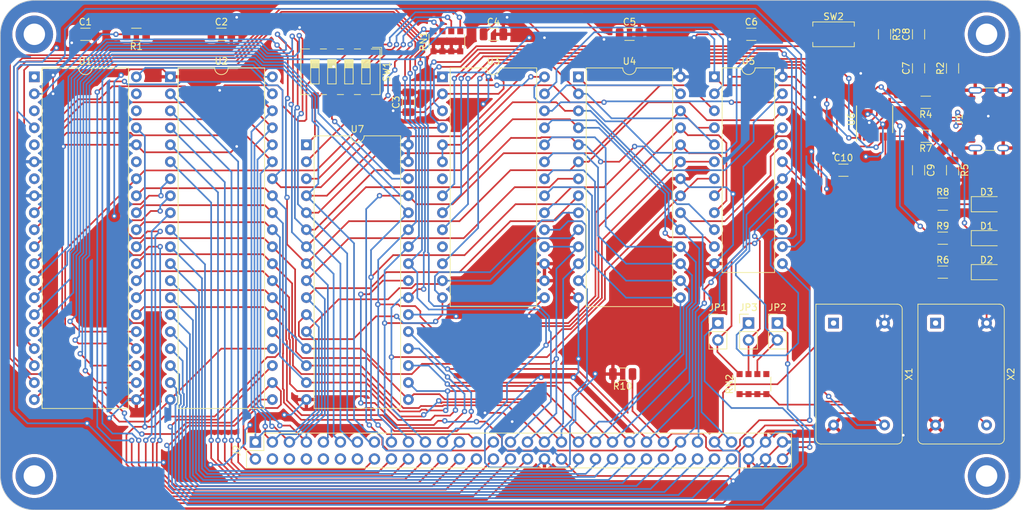
<source format=kicad_pcb>
(kicad_pcb (version 20221018) (generator pcbnew)
  (layers (0 "F.Cu" signal) (31 "B.Cu" signal) (34 "B.Paste" user) (35 "F.Paste" user) (36 "B.SilkS" user "B.Silkscreen") (37 "F.SilkS" user "F.Silkscreen") (38 "B.Mask" user) (39 "F.Mask" user) (44 "Edge.Cuts" user))
  (net 0 "")
  (net 1 "USBD-")
  (net 2 "GND")
  (net 3 "PUSBD+")
  (net 4 "VCC")
  (net 5 "Net-(D2-K)")
  (net 6 "Net-(D2-A)")
  (net 7 "Net-(D3-K)")
  (net 8 "Net-(D3-A)")
  (net 9 "~{IRQ}_{PORT}")
  (net 10 "CB_{2}")
  (net 11 "CB_{1}")
  (net 12 "PB_{7}")
  (net 13 "PB_{6}")
  (net 14 "PB_{5}")
  (net 15 "PB_{4}")
  (net 16 "PB_{3}")
  (net 17 "PB_{2}")
  (net 18 "PB_{1}")
  (net 19 "PB_{0}")
  (net 20 "PA_{7}")
  (net 21 "PA_{6}")
  (net 22 "PA_{5}")
  (net 23 "PA_{4}")
  (net 24 "PA_{3}")
  (net 25 "PA_{2}")
  (net 26 "PA_{1}")
  (net 27 "PA_{0}")
  (net 28 "A_{0}")
  (net 29 "A_{1}")
  (net 30 "A_{2}")
  (net 31 "A_{3}")
  (net 32 "A_{4}")
  (net 33 "A_{5}")
  (net 34 "A_{6}")
  (net 35 "A_{7}")
  (net 36 "A_{8}")
  (net 37 "A_{9}")
  (net 38 "A_{10}")
  (net 39 "A_{11}")
  (net 40 "A_{12}")
  (net 41 "A_{13}")
  (net 42 "A_{14}")
  (net 43 "A_{15}")
  (net 44 "D_{0}")
  (net 45 "D_{1}")
  (net 46 "D_{2}")
  (net 47 "D_{3}")
  (net 48 "D_{4}")
  (net 49 "D_{5}")
  (net 50 "D_{6}")
  (net 51 "D_{7}")
  (net 52 "INH")
  (net 53 "~{ROMOE}")
  (net 54 "~{RAMCS}")
  (net 55 "~{VIACS}")
  (net 56 "~{ACIACS}")
  (net 57 "CLK")
  (net 58 "Net-(J2-CC1)")
  (net 59 "PUSBD-")
  (net 60 "Net-(J2-SBU1)")
  (net 63 "~{IRQ}_{VIA}")
  (net 64 "Net-(JP1-B)")
  (net 65 "~{IRQ}_{ACIA}")
  (net 66 "Net-(JP2-B)")
  (net 67 "Net-(JP3-B)")
  (net 68 "BS_{0}")
  (net 69 "BS_{1}")
  (net 70 "BS_{2}")
  (net 71 "BS_{3}")
  (net 72 "USBD+")
  (net 73 "~{IRQ}_{CPU}")
  (net 74 "R{slash}~{W}")
  (net 75 "~{RST}")
  (net 76 "CLK_UART")
  (net 77 "~{RTS}")
  (net 78 "~{CTS}")
  (net 79 "TxD")
  (net 80 "RxD")
  (net 84 "Net-(D1-K)")
  (net 85 "Net-(U2-RDY)")
  (net 86 "Net-(U6-3V3OUT)")
  (net 104 "CA_{2}")
  (net 105 "CA_{1}")
  (footprint "Capacitor_SMD:C_1206_3216Metric" (layer "F.Cu") (at 157.48 45.72 -90)
    (fp_text reference "C9")
    (fp_text value "47 pF")
  )
  (footprint "Capacitor_SMD:C_1206_3216Metric" (layer "F.Cu") (at 53.34 25.4)
    (fp_text reference "C2")
    (fp_text value "100 nF")
  )
  (footprint "Package_DIP:DIP-24_W10.16mm" (layer "F.Cu") (at 126.98 31.745)
    (fp_text reference "U5")
    (fp_text value "ATF22V10B-15GM/883")
  )
  (footprint "Capacitor_SMD:C_1206_3216Metric" (layer "F.Cu") (at 33.02 25.4)
    (fp_text reference "C1")
    (fp_text value "100 nF")
  )
  (footprint "Package_DIP:DIP-40_W15.24mm" (layer "F.Cu") (at 25.395 31.755)
    (fp_text reference "U1")
    (fp_text value "W65C02SxP")
  )
  (footprint "Connector_PinSocket_2.54mm:PinSocket_2x32_P2.54mm_Vertical" (layer "F.Cu") (at 58.42 86.36 90)
    (fp_text reference "J2")
    (fp_text value "Conn_02x32_Odd_Even" hide)
  )
  (footprint "Resistor_SMD:R_1206_3216Metric" (layer "F.Cu") (at 161.0975 50.8)
    (fp_text reference "R8")
    (fp_text value "1000")
  )
  (footprint "MountingHole:MountingHole_3.2mm_M3_DIN965_Pad" (layer "F.Cu") (at 167.64 25.4)
    (fp_text reference "REF**" hide)
    (fp_text value "MountingHole_3.2mm_M3_DIN965_Pad" hide)
  )
  (footprint "Resistor_SMD:R_Array_Convex_4x1206" (layer "F.Cu") (at 87.02 26.44 90)
    (fp_text reference "RN1")
    (fp_text value "R_Pack04" hide)
  )
  (footprint "Package_DIP:DIP-28_W15.24mm" (layer "F.Cu") (at 86.36 31.76)
    (fp_text reference "U3")
    (fp_text value "W65C51NxP")
  )
  (footprint "Resistor_SMD:R_1206_3216Metric" (layer "F.Cu") (at 158.5575 40.64 180)
    (fp_text reference "R7")
    (fp_text value "27")
  )
  (footprint "Connector_PinHeader_2.54mm:PinHeader_1x02_P2.54mm_Vertical" (layer "F.Cu") (at 132.08 68.575)
    (fp_text reference "JP3")
    (fp_text value "Jumper_2_Bridged")
  )
  (footprint "Capacitor_SMD:C_1206_3216Metric" (layer "F.Cu") (at 157.48 30.48 90)
    (fp_text reference "C7")
    (fp_text value "47 pF")
  )
  (footprint "Oscillator:Oscillator_DIP-14" (layer "F.Cu") (at 160.02 68.58 -90)
    (fp_text reference "X2")
    (fp_text value "ACO-1.8432MHz-A" hide)
  )
  (footprint "MountingHole:MountingHole_3.2mm_M3_DIN965_Pad" (layer "F.Cu") (at 25.4 25.4)
    (fp_text reference "REF**" hide)
    (fp_text value "MountingHole_3.2mm_M3_DIN965_Pad" hide)
  )
  (footprint "Oscillator:Oscillator_DIP-14" (layer "F.Cu") (at 144.78 68.58 -90)
    (fp_text reference "X1")
    (fp_text value "ACO-1MHz-A" hide)
  )
  (footprint "MountingHole:MountingHole_3.2mm_M3_DIN965_Pad" (layer "F.Cu") (at 167.64 91.44)
    (fp_text reference "REF**" hide)
    (fp_text value "MountingHole_3.2mm_M3_DIN965_Pad" hide)
  )
  (footprint "LED_SMD:LED_1206_3216Metric" (layer "F.Cu") (at 167.64 50.8)
    (fp_text reference "D3")
    (fp_text value "PWR")
  )
  (footprint "Resistor_SMD:R_1206_3216Metric" (layer "F.Cu") (at 161.0975 55.88)
    (fp_text reference "R9")
    (fp_text value "270")
  )
  (footprint "Capacitor_SMD:C_1206_3216Metric" (layer "F.Cu") (at 146.255 45.72)
    (fp_text reference "C10")
    (fp_text value "10 nF")
  )
  (footprint "LED_SMD:LED_1206_3216Metric" (layer "F.Cu") (at 167.64 60.96)
    (fp_text reference "D2")
    (fp_text value "LED_{Tx}")
  )
  (footprint "Button_Switch_SMD:SW_SPST_EVQPE1" (layer "F.Cu") (at 144.78 25.4)
    (fp_text reference "SW2")
    (fp_text value "SW_Push")
  )
  (footprint "Package_DIP:DIP-28_W15.24mm" (layer "F.Cu") (at 106.675 31.76)
    (fp_text reference "U4")
    (fp_text value "CY62256-70PC")
  )
  (footprint "Connector_USB:USB_C_Receptacle_GCT_USB4105-xx-A_16P_TopMnt_Horizontal" (layer "F.Cu") (at 169.047846 38.083591 90)
    (fp_text reference "J1")
    (fp_text value "USB_C_Receptacle_USB2.0_16P" hide)
  )
  (footprint "Package_DIP:DIP-40_W15.24mm" (layer "F.Cu") (at 45.715 31.755)
    (fp_text reference "U2")
    (fp_text value "W65C22SxP")
  )
  (footprint "LED_SMD:LED_1206_3216Metric" (layer "F.Cu") (at 167.64 55.88)
    (fp_text reference "D1")
    (fp_text value "LED_{Rx}")
  )
  (footprint "Capacitor_SMD:C_1206_3216Metric" (layer "F.Cu") (at 132.498432 25.4)
    (fp_text reference "C6")
    (fp_text value "100 nF")
  )
  (footprint "Connector_PinHeader_2.54mm:PinHeader_1x02_P2.54mm_Vertical" (layer "F.Cu") (at 127.508 68.58)
    (fp_text reference "JP1")
    (fp_text value "Jumper_2_Bridged")
  )
  (footprint "Resistor_SMD:R_Array_Convex_4x1206" (layer "F.Cu") (at 132.74 77.7 90)
    (fp_text reference "RN2")
    (fp_text value "1000")
  )
  (footprint "Capacitor_SMD:C_1206_3216Metric" (layer "F.Cu") (at 93.98 25.4)
    (fp_text reference "C4")
    (fp_text value "100 nF")
  )
  (footprint "Package_SO:SSOP-16_3.9x4.9mm_P0.635mm" (layer "F.Cu") (at 150.9375 38.1 90)
    (fp_text reference "U6")
    (fp_text value "FT230XS")
  )
  (footprint "MountingHole:MountingHole_3.2mm_M3_DIN965_Pad" (layer "F.Cu") (at 25.4 91.44)
    (fp_text reference "REF**" hide)
    (fp_text value "MountingHole_3.2mm_M3_DIN965_Pad" hide)
  )
  (footprint "Package_DIP:DIP-32_W15.24mm" (layer "F.Cu") (at 66.035 41.91)
    (fp_text reference "U7")
    (fp_text value "SST39SF040")
  )
  (footprint "Resistor_SMD:R_1206_3216Metric" (layer "F.Cu") (at 113.284 76.2 180)
    (fp_text reference "R10")
    (fp_text value "1000")
  )
  (footprint "Resistor_SMD:R_1206_3216Metric" (layer "F.Cu") (at 158.5575 35.56 180)
    (fp_text reference "R4")
    (fp_text value "27")
  )
  (footprint "Capacitor_SMD:C_1206_3216Metric" (layer "F.Cu") (at 157.48 25.4 90)
    (fp_text reference "C8")
    (fp_text value "10 uF")
  )
  (footprint "Resistor_SMD:R_1206_3216Metric" (layer "F.Cu") (at 152.4 25.4 -90)
    (fp_text reference "R3")
    (fp_text value "1000")
  )
  (footprint "Resistor_SMD:R_1206_3216Metric" (layer "F.Cu") (at 161.0975 60.96)
    (fp_text reference "R6")
    (fp_text value "270")
  )
  (footprint "Resistor_SMD:R_1206_3216Metric" (layer "F.Cu") (at 162.56 30.490488 90)
    (fp_text reference "R2")
    (fp_text value "5100")
  )
  (footprint "Capacitor_SMD:C_1206_3216Metric" (layer "F.Cu") (at 114.3 25.4)
    (fp_text reference "C5")
    (fp_text value "100 nF")
  )
  (footprint "Resistor_SMD:R_1206_3216Metric" (layer "F.Cu") (at 162.56 45.72 -90)
    (fp_text reference "R5")
    (fp_text value "5100")
  )
  (footprint "Button_Switch_SMD:SW_DIP_SPSTx04_Slide_6.7x11.72mm_W8.61mm_P2.54mm_LowProfile" (layer "F.Cu") (at 71.12 31.001 -90)
    (fp_text reference "SW1")
    (fp_text value "SW_DIP_x04" hide)
  )
  (footprint "Resistor_SMD:R_1206_3216Metric" (layer "F.Cu") (at 40.64 25.4 180)
    (fp_text reference "R1")
    (fp_text value "1000")
  )
  (footprint "Connector_PinHeader_2.54mm:PinHeader_1x02_P2.54mm_Vertical" (layer "F.Cu") (at 136.398 68.575)
    (fp_text reference "JP2")
    (fp_text value "Jumper_2_Bridged")
  )
  (footprint "Capacitor_SMD:C_1206_3216Metric" (layer "F.Cu") (at 81.28 35.56 90)
    (fp_text reference "C3")
    (fp_text value "100 nF")
  )
  (gr_arc (start 20.32 25.4) (mid 21.807898 21.807898) (end 25.4 20.32) (stroke (width 0.1)) (layer "Edge.Cuts"))
  (gr_arc (start 172.72 91.44) (mid 171.232102 95.032102) (end 167.64 96.52) (stroke (width 0.1)) (layer "Edge.Cuts"))
  (gr_arc (start 167.64 20.32) (mid 171.232102 21.807898) (end 172.72 25.4) (stroke (width 0.1)) (layer "Edge.Cuts"))
  (gr_line (start 20.32 25.4) (end 20.32 91.44) (stroke (width 0.1)) (layer "Edge.Cuts"))
  (gr_line (start 25.4 20.32) (end 167.64 20.32) (stroke (width 0.1)) (layer "Edge.Cuts"))
  (gr_arc (start 25.4 96.52) (mid 21.807898 95.032102) (end 20.32 91.44) (stroke (width 0.1)) (layer "Edge.Cuts"))
  (gr_line (start 167.64 96.52) (end 25.4 96.52) (stroke (width 0.1)) (layer "Edge.Cuts"))
  (gr_line (start 172.72 91.44) (end 172.72 25.4) (stroke (width 0.1)) (layer "Edge.Cuts"))
  (segment (start 153.22 35.56) (end 153.16 35.5) (width 0.2) (layer "F.Cu") (net 1))
  (segment (start 157.095 35.56) (end 153.22 35.56) (width 0.2) (layer "F.Cu") (net 1))
  (segment (start 152.146 38.862) (end 151.255 39.753) (width 0.25) (layer "F.Cu") (net 2))
  (segment (start 129.781 49.276) (end 129.781 46.749) (width 0.25) (layer "F.Cu") (net 2))
  (segment (start 78.641 38.255) (end 77.47 37.084) (width 0.25) (layer "F.Cu") (net 2))
  (segment (start 85.02 27.94) (end 84.074 28.886) (width 0.25) (layer "F.Cu") (net 2))
  (segment (start 39.22 30.63) (end 38.354 31.496) (width 0.25) (layer "F.Cu") (net 2))
  (segment (start 106.68 73.914) (end 108.925992 76.159992) (width 0.25) (layer "F.Cu") (net 2))
  (segment (start 135.89 40.64) (end 139.192 40.64) (width 0.25) (layer "F.Cu") (net 2))
  (segment (start 84.074 30.988) (end 84.846 31.76) (width 0.25) (layer "F.Cu") (net 2))
  (segment (start 77.47 36.331305) (end 78.957 34.844305) (width 0.25) (layer "F.Cu") (net 2))
  (segment (start 78.957 34.844305) (end 78.957 34.835) (width 0.25) (layer "F.Cu") (net 2))
  (segment (start 44.945 89.662) (end 51.607588 89.662) (width 0.25) (layer "F.Cu") (net 2))
  (segment (start 45.715 31.755) (end 44.59 30.63) (width 0.25) (layer "F.Cu") (net 2))
  (segment (start 139.192 40.64) (end 141.478 42.926) (width 0.25) (layer "F.Cu") (net 2))
  (segment (start 149.606 43.844) (end 149.606 43.688) (width 0.25) (layer "F.Cu") (net 2))
  (segment (start 98.806 25.4) (end 95.455 25.4) (width 0.25) (layer "F.Cu") (net 2))
  (segment (start 88.392 67.564) (end 93.716 62.24) (width 0.25) (layer "F.Cu") (net 2))
  (segment (start 79.707 34.085) (end 81.28 34.085) (width 0.25) (layer "F.Cu") (net 2))
  (segment (start 59.145 82.296) (end 57.621 83.82) (width 0.25) (layer "F.Cu") (net 2))
  (segment (start 149.876955 37.333347) (end 150.62 36.590302) (width 0.25) (layer "F.Cu") (net 2))
  (segment (start 84.846 31.76) (end 86.36 31.76) (width 0.25) (layer "F.Cu") (net 2))
  (segment (start 138.938 84.836) (end 143.764 84.836) (width 0.25) (layer "F.Cu") (net 2))
  (segment (start 33.274 83.566) (end 35.827 83.566) (width 0.25) (layer "F.Cu") (net 2))
  (segment (start 62.738 82.296) (end 59.145 82.296) (width 0.25) (layer "F.Cu") (net 2))
  (segment (start 150.62 36.590302) (end 150.62 35.5) (width 0.25) (layer "F.Cu") (net 2))
  (segment (start 42.164 69.059504) (end 41.684496 68.58) (width 0.25) (layer "F.Cu") (net 2))
  (segment (start 84.074 28.886) (end 84.074 30.988) (width 0.25) (layer "F.Cu") (net 2))
  (segment (start 40.132 68.58) (end 37.338 65.786) (width 0.25) (layer "F.Cu") (net 2))
  (segment (start 41.684496 68.58) (end 40.132 68.58) (width 0.25) (layer "F.Cu") (net 2))
  (segment (start 133.255 90.075) (end 153.765 90.075) (width 0.25) (layer "F.Cu") (net 2))
  (segment (start 40.635 80.015) (end 42.164 78.486) (width 0.25) (layer "F.Cu") (net 2))
  (segment (start 92.456 35.814) (end 90.015 38.255) (width 0.25) (layer "F.Cu") (net 2))
  (segment (start 93.716 62.24) (end 101.6 62.24) (width 0.25) (layer "F.Cu") (net 2))
  (segment (start 109.22 76.2) (end 111.8215 76.2) (width 0.25) (layer "F.Cu") (net 2))
  (segment (start 141.478 42.926) (end 141.47802 42.926) (width 0.25) (layer "F.Cu") (net 2))
  (segment (start 78.957 34.835) (end 79.707 34.085) (width 0.25) (layer "F.Cu") (net 2))
  (segment (start 101.092 76.708) (end 105.918 76.708) (width 0.25) (layer "F.Cu") (net 2))
  (segment (start 151.255 39.753) (end 151.255 40.7) (width 0.25) (layer "F.Cu") (net 2))
  (segment (start 143.764 84.836) (end 144.78 83.82) (width 0.25) (layer "F.Cu") (net 2))
  (segment (start 44.691 89.408) (end 44.945 89.662) (width 0.25) (layer "F.Cu") (net 2))
  (segment (start 37.338 65.786) (end 37.338 52.578) (width 0.25) (layer "F.Cu") (net 2))
  (segment (start 42.164 78.486) (end 42.164 69.059504) (width 0.25) (layer "F.Cu") (net 2))
  (segment (start 132.08 88.9) (end 133.255 90.075) (width 0.25) (layer "F.Cu") (net 2))
  (segment (start 149.864653 37.333347) (end 149.876955 37.333347) (width 0.25) (layer "F.Cu") (net 2))
  (segment (start 109.179992 76.159992) (end 109.22 76.2) (width 0.25) (layer "F.Cu") (net 2))
  (segment (start 147.73 45.72) (end 149.606 43.844) (width 0.25) (layer "F.Cu") (net 2))
  (segment (start 51.607588 89.662) (end 51.711794 89.766206) (width 0.25) (layer "F.Cu") (net 2))
  (segment (start 90.015 38.255) (end 78.641 38.255) (width 0.25) (layer "F.Cu") (net 2))
  (segment (start 101.6 59.7) (end 106.675 64.775) (width 0.25) (layer "F.Cu") (net 2))
  (segment (start 108.925992 76.159992) (end 109.179992 76.159992) (width 0.25) (layer "F.Cu") (net 2))
  (segment (start 153.765 90.075) (end 160.02 83.82) (width 0.25) (layer "F.Cu") (net 2))
  (segment (start 44.59 30.63) (end 39.22 30.63) (width 0.25) (layer "F.Cu") (net 2))
  (segment (start 34.495 25.4) (end 32.463 27.432) (width 0.25) (layer "F.Cu") (net 2))
  (segment (start 99.314 25.908) (end 98.806 25.4) (width 0.25) (layer "F.Cu") (net 2))
  (segment (start 129.781 46.749) (end 135.89 40.64) (width 0.25) (layer "F.Cu") (net 2))
  (segment (start 147.73 45.72) (end 144.936 48.514) (width 0.25) (layer "F.Cu") (net 2))
  (segment (start 77.47 37.084) (end 77.47 36.331305) (width 0.25) (layer "F.Cu") (net 2))
  (segment (start 106.675 64.775) (end 106.675 64.78) (width 0.25) (layer "F.Cu") (net 2))
  (segment (start 32.463 27.432) (end 28.702 27.432) (width 0.25) (layer "F.Cu") (net 2))
  (segment (start 35.827 83.566) (end 36.589 82.804) (width 0.25) (layer "F.Cu") (net 2))
  (segment (start 144.936 48.514) (end 143.764 48.514) (width 0.25) (layer "F.Cu") (net 2))
  (via (at 101.092 76.708) (size 0.8) (drill 0.4) (layers "F.Cu" "B.Cu") (net 2))
  (via (at 33.274 83.566) (size 0.8) (drill 0.4) (layers "F.Cu" "B.Cu") (net 2))
  (via (at 57.621 83.82) (size 0.8) (drill 0.4) (layers "F.Cu" "B.Cu") (net 2))
  (via (at 38.354 31.496) (size 0.8) (drill 0.4) (layers "F.Cu" "B.Cu") (net 2))
  (via (at 138.938 84.836) (size 0.8) (drill 0.4) (layers "F.Cu" "B.Cu") (net 2))
  (via (at 36.589 82.804) (size 0.8) (drill 0.4) (layers "F.Cu" "B.Cu") (net 2))
  (via (at 149.606 43.688) (size 0.8) (drill 0.4) (layers "F.Cu" "B.Cu") (net 2))
  (via (at 88.392 67.564) (size 0.8) (drill 0.4) (layers "F.Cu" "B.Cu") (net 2))
  (via (at 44.691 89.408) (size 0.8) (drill 0.4) (layers "F.Cu" "B.Cu") (net 2))
  (via (at 105.918 76.708) (size 0.8) (drill 0.4) (layers "F.Cu" "B.Cu") (net 2))
  (via (at 28.702 27.432) (size 0.8) (drill 0.4) (layers "F.Cu" "B.Cu") (net 2))
  (via (at 109.179992 76.159992) (size 0.8) (drill 0.4) (layers "F.Cu" "B.Cu") (net 2))
  (via (at 99.314 25.908) (size 0.8) (drill 0.4) (layers "F.Cu" "B.Cu") (net 2))
  (via (at 143.764 48.514) (size 0.8) (drill 0.4) (layers "F.Cu" "B.Cu") (net 2))
  (via (at 37.338 52.578) (size 0.8) (drill 0.4) (layers "F.Cu" "B.Cu") (net 2))
  (via (at 51.711794 89.766206) (size 0.8) (drill 0.4) (layers "F.Cu" "B.Cu") (net 2))
  (via (at 62.738 82.296) (size 0.8) (drill 0.4) (layers "F.Cu" "B.Cu") (net 2))
  (via (at 92.456 35.814) (size 0.8) (drill 0.4) (layers "F.Cu" "B.Cu") (net 2))
  (via (at 152.146 38.862) (size 0.8) (drill 0.4) (layers "F.Cu" "B.Cu") (net 2))
  (via (at 106.68 73.914) (size 0.8) (drill 0.4) (layers "F.Cu" "B.Cu") (net 2))
  (via (at 93.218 31.75) (size 0.8) (drill 0.4) (layers "F.Cu" "B.Cu") (net 2))
  (via (at 149.864653 37.333347) (size 0.8) (drill 0.4) (layers "F.Cu" "B.Cu") (net 2))
  (via (at 141.47802 42.926) (size 0.8) (drill 0.4) (layers "F.Cu" "B.Cu") (net 2))
  (via (at 129.781 49.276) (size 0.8) (drill 0.4) (layers "F.Cu" "B.Cu") (net 2))
  (segment (start 106.23 79.569604) (end 109.179992 76.619612) (width 0.25) (layer "B.Cu") (net 2))
  (segment (start 63.749 82.296) (end 62.738 82.296) (width 0.25) (layer "B.Cu") (net 2))
  (segment (start 105.918 76.708) (end 106.675 75.951) (width 0.25) (layer "B.Cu") (net 2))
  (segment (start 149.606 43.688) (end 151.384 43.688) (width 0.25) (layer "B.Cu") (net 2))
  (segment (start 100.584 76.708) (end 101.092 76.708) (width 0.25) (layer "B.Cu") (net 2))
  (segment (start 93.403149 90.17) (end 92.71 89.476851) (width 0.25) (layer "B.Cu") (net 2))
  (segment (start 37.338 32.512) (end 38.354 31.496) (width 0.25) (layer "B.Cu") (net 2))
  (segment (start 136.144 84.836) (end 138.938 84.836) (width 0.25) (layer "B.Cu") (net 2))
  (segment (start 26.612 29.522) (end 23.056 29.522) (width 0.25) (layer "B.Cu") (net 2))
  (segment (start 22.352 30.226) (end 22.352 81.534) (width 0.25) (layer "B.Cu") (net 2))
  (segment (start 134.62 86.36) (end 132.08 88.9) (width 0.25) (layer "B.Cu") (net 2))
  (segment (start 88.138 67.31) (end 88.392 67.564) (width 0.25) (layer "B.Cu") (net 2))
  (segment (start 87.018 31.102) (end 92.57 31.102) (width 0.25) (layer "B.Cu") (net 2))
  (segment (start 104.902 90.17) (end 105.41 89.662) (width 0.25) (layer "B.Cu") (net 2))
  (segment (start 100.33 90.17) (end 93.403149 90.17) (width 0.25) (layer "B.Cu") (net 2))
  (segment (start 24.384 83.566) (end 33.274 83.566) (width 0.25) (layer "B.Cu") (net 2))
  (segment (start 39.116 89.408) (end 44.691 89.408) (width 0.25) (layer "B.Cu") (net 2))
  (segment (start 92.57 31.102) (end 93.218 31.75) (width 0.25) (layer "B.Cu") (net 2))
  (segment (start 149.864653 37.333347) (end 150.617347 37.333347) (width 0.25) (layer "B.Cu") (net 2))
  (segment (start 102.87 90.17) (end 104.902 90.17) (width 0.25) (layer "B.Cu") (net 2))
  (segment (start 106.23 83.125604) (end 106.23 79.569604) (width 0.25) (layer "B.Cu") (net 2))
  (segment (start 93.218 35.052) (end 92.456 35.814) (width 0.25) (layer "B.Cu") (net 2))
  (segment (start 33.274 83.566) (end 39.116 89.408) (width 0.25) (layer "B.Cu") (net 2))
  (segment (start 134.62 86.36) (end 136.144 84.836) (width 0.25) (layer "B.Cu") (net 2))
  (segment (start 93.218 31.75) (end 99.06 25.908) (width 0.25) (layer "B.Cu") (net 2))
  (segment (start 128.765 48.26) (end 123.175 48.26) (width 0.25) (layer "B.Cu") (net 2))
  (segment (start 105.41 83.945604) (end 106.23 83.125604) (width 0.25) (layer "B.Cu") (net 2))
  (segment (start 57.621 83.82) (end 56.896 84.545) (width 0.25) (layer "B.Cu") (net 2))
  (segment (start 143.764 46.736) (end 141.478 44.45) (width 0.25) (layer "B.Cu") (net 2))
  (segment (start 109.179992 76.619612) (end 109.179992 76.159992) (width 0.25) (layer "B.Cu") (net 2))
  (segment (start 126.98 59.685) (end 129.781 56.884) (width 0.25) (layer "B.Cu") (net 2))
  (segment (start 101.6 88.9) (end 100.33 90.17) (width 0.25) (layer "B.Cu") (net 2))
  (segment (start 86.36 31.76) (end 87.018 31.102) (width 0.25) (layer "B.Cu") (net 2))
  (segment (start 93.218 31.75) (end 93.218 35.052) (width 0.25) (layer "B.Cu") (net 2))
  (segment (start 150.617347 37.333347) (end 152.146 38.862) (width 0.25) (layer "B.Cu") (net 2))
  (segment (start 129.781 56.884) (end 129.781 49.276) (width 0.25) (layer "B.Cu") (net 2))
  (segment (start 141.478 44.45) (end 141.478 42.92602) (width 0.25) (layer "B.Cu") (net 2))
  (segment (start 81.275 67.31) (end 88.138 67.31) (width 0.25) (layer "B.Cu") (net 2))
  (segment (start 123.175 48.26) (end 121.915 47) (width 0.25) (layer "B.Cu") (net 2))
  (segment (start 37.338 52.578) (end 37.338 32.512) (width 0.25) (layer "B.Cu") (net 2))
  (segment (start 92.71 84.582) (end 100.584 76.708) (width 0.25) (layer "B.Cu") (net 2))
  (segment (start 105.41 89.662) (end 105.41 83.945604) (width 0.25) (layer "B.Cu") (net 2))
  (segment (start 151.384 43.688) (end 152.146 42.926) (width 0.25) (layer "B.Cu") (net 2))
  (segment (start 92.71 89.476851) (end 92.71 84.582) (width 0.25) (layer "B.Cu") (net 2))
  (segment (start 141.478 42.92602) (end 141.47802 42.926) (width 0.25) (layer "B.Cu") (net 2))
  (segment (start 28.702 27.432) (end 26.612 29.522) (width 0.25) (layer "B.Cu") (net 2))
  (segment (start 152.146 42.926) (end 152.146 38.862) (width 0.25) (layer "B.Cu") (net 2))
  (segment (start 53.743794 89.766206) (end 51.711794 89.766206) (width 0.25) (layer "B.Cu") (net 2))
  (segment (start 22.352 81.534) (end 24.384 83.566) (width 0.25) (layer "B.Cu") (net 2))
  (segment (start 143.764 48.514) (end 143.764 46.736) (width 0.25) (layer "B.Cu") (net 2))
  (segment (start 129.781 49.276) (end 128.765 48.26) (width 0.25) (layer "B.Cu") (net 2))
  (segment (start 106.675 75.951) (end 106.675 64.78) (width 0.25) (layer "B.Cu") (net 2))
  (segment (start 23.056 29.522) (end 22.352 30.226) (width 0.25) (layer "B.Cu") (net 2))
  (segment (start 101.6 88.9) (end 102.87 90.17) (width 0.25) (layer "B.Cu") (net 2))
  (segment (start 56.896 86.614) (end 53.743794 89.766206) (width 0.25) (layer "B.Cu") (net 2))
  (segment (start 99.06 25.908) (end 99.314 25.908) (width 0.25) (layer "B.Cu") (net 2))
  (segment (start 40.635 80.015) (end 39.378 80.015) (width 0.25) (layer "B.Cu") (net 2))
  (segment (start 66.035 80.01) (end 63.749 82.296) (width 0.25) (layer "B.Cu") (net 2))
  (segment (start 39.378 80.015) (end 36.589 82.804) (width 0.25) (layer "B.Cu") (net 2))
  (segment (start 56.896 84.545) (end 56.896 86.614) (width 0.25) (layer "B.Cu") (net 2))
  (segment (start 160.02 41.705) (end 157.48 44.245) (width 0.2) (layer "F.Cu") (net 3))
  (segment (start 160.02 40.64) (end 160.02 41.705) (width 0.2) (layer "F.Cu") (net 3))
  (segment (start 160.02 40.64) (end 160.02 40.132) (width 0.2) (layer "F.Cu") (net 3))
  (segment (start 166.37 37.338) (end 166.365591 37.333591) (width 0.2) (layer "F.Cu") (net 3))
  (segment (start 166.37 38.333591) (end 166.37 37.338) (width 0.2) (layer "F.Cu") (net 3))
  (segment (start 160.02 40.132) (end 161.818409 38.333591) (width 0.2) (layer "F.Cu") (net 3))
  (segment (start 166.365591 37.333591) (end 165.367846 37.333591) (width 0.2) (layer "F.Cu") (net 3))
  (segment (start 165.367846 38.333591) (end 166.37 38.333591) (width 0.2) (layer "F.Cu") (net 3))
  (segment (start 161.818409 38.333591) (end 165.367846 38.333591) (width 0.2) (layer "F.Cu") (net 3))
  (segment (start 29.718 42.164) (end 29.559 42.323) (width 0.25) (layer "F.Cu") (net 4))
  (segment (start 72.39 26.696) (end 69.85 26.696) (width 0.25) (layer "F.Cu") (net 4))
  (segment (start 131.023432 25.4) (end 130.274432 26.149) (width 0.25) (layer "F.Cu") (net 4))
  (segment (start 110.49 26.162) (end 107.188 22.86) (width 0.25) (layer "F.Cu") (net 4))
  (segment (start 36.812347 82.029) (end 36.910016 82.029) (width 0.25) (layer "F.Cu") (net 4))
  (segment (start 67.31 26.696) (end 69.85 26.696) (width 0.25) (layer "F.Cu") (net 4))
  (segment (start 98.552 22.86) (end 96.012 22.86) (width 0.25) (layer "F.Cu") (net 4))
  (segment (start 150.114 38.608) (end 151.255 37.467) (width 0.25) (layer "F.Cu") (net 4))
  (segment (start 107.188 22.86) (end 96.012 22.86) (width 0.25) (layer "F.Cu") (net 4))
  (segment (start 62.484 33.782) (end 62.484 36.068) (width 0.25) (layer "F.Cu") (net 4))
  (segment (start 29.559 74.775653) (end 36.812347 82.029) (width 0.25) (layer "F.Cu") (net 4))
  (segment (start 40.635 41.915) (end 29.967 41.915) (width 0.25) (layer "F.Cu") (net 4))
  (segment (start 34.085 22.86) (end 41.148 22.86) (width 0.25) (layer "F.Cu") (net 4))
  (segment (start 123.952 25.908) (end 124.46 25.4) (width 0.25) (layer "F.Cu") (net 4))
  (segment (start 95.463992 82.001992) (end 92.71 82.001992) (width 0.25) (layer "F.Cu") (net 4))
  (segment (start 42.1025 25.4) (end 51.865 25.4) (width 0.25) (layer "F.Cu") (net 4))
  (segment (start 86.36 34.3) (end 94.732 34.3) (width 0.25) (layer "F.Cu") (net 4))
  (segment (start 148.844 31.242) (end 148.844 30.4185) (width 0.25) (layer "F.Cu") (net 4))
  (segment (start 66.04 38.1) (end 66.04 33.02) (width 0.25) (layer "F.Cu") (net 4))
  (segment (start 130.274432 26.149) (end 129.286 26.149) (width 0.25) (layer "F.Cu") (net 4))
  (segment (start 29.967 41.915) (end 29.718 42.164) (width 0.25) (layer "F.Cu") (net 4))
  (segment (start 99.314 67.564) (end 99.314 67.066) (width 0.25) (layer "F.Cu") (net 4))
  (segment (start 144.78 45.72) (end 144.78 43.18) (width 0.25) (layer "F.Cu") (net 4))
  (segment (start 152.908 80.772) (end 136.652 80.772) (width 0.25) (layer "F.Cu") (net 4))
  (segment (start 155.194 85.344) (end 155.194 83.058) (width 0.25) (layer "F.Cu") (net 4))
  (segment (start 53.086 33.782) (end 53.848 33.02) (width 0.25) (layer "F.Cu") (net 4))
  (segment (start 37.364 82.580653) (end 38.095347 83.312) (width 0.25) (layer "F.Cu") (net 4))
  (segment (start 134.74 79.2) (end 133.4 79.2) (width 0.25) (layer "F.Cu") (net 4))
  (segment (start 54.75 43.04) (end 55.626 42.164) (width 0.25) (layer "F.Cu") (net 4))
  (segment (start 60.955 72.395) (end 53.335 72.395) (width 0.25) (layer "F.Cu") (net 4))
  (segment (start 166.990409 40.273591) (end 167.894 39.37) (width 0.25) (layer "F.Cu") (net 4))
  (segment (start 51.865 24.589) (end 51.865 25.4) (width 0.25) (layer "F.Cu") (net 4))
  (segment (start 28.194 31.496036) (end 28.194036 31.496) (width 0.25) (layer "F.Cu") (net 4))
  (segment (start 151.89 35.5) (end 151.255 35.5) (width 0.25) (layer "F.Cu") (net 4))
  (segment (start 83.625 37.035) (end 86.36 34.3) (width 0.25) (layer "F.Cu") (net 4))
  (segment (start 53.335 72.395) (end 45.715 80.015) (width 0.25) (layer "F.Cu") (net 4))
  (segment (start 167.64 67.31) (end 167.64 68.58) (width 0.25) (layer "F.Cu") (net 4))
  (segment (start 136.652 80.772) (end 135.08 79.2) (width 0.25) (layer "F.Cu") (net 4))
  (segment (start 94.732 34.3) (end 95.504 33.528) (width 0.25) (layer "F.Cu") (net 4))
  (segment (start 28.194 34.29) (end 28.194 31.496036) (width 0.25) (layer "F.Cu") (net 4))
  (segment (start 62.484 36.068) (end 64.77 38.354) (width 0.25) (layer "F.Cu") (net 4))
  (segment (start 42.418 83.312) (end 45.715 80.015) (width 0.25) (layer "F.Cu") (net 4))
  (segment (start 95.504 32.512) (end 94.528008 31.536008) (width 0.25) (layer "F.Cu") (net 4))
  (segment (start 165.942845 35.683591) (end 167.894 37.634746) (width 0.25) (layer "F.Cu") (net 4))
  (segment (start 66.04 33.02) (end 68.834 30.226) (width 0.25) (layer "F.Cu") (net 4))
  (segment (start 165.942845 35.683591) (end 165.367846 35.683591) (width 0.25) (layer "F.Cu") (net 4))
  (segment (start 154.178 86.36) (end 155.194 85.344) (width 0.25) (layer "F.Cu") (net 4))
  (segment (start 106.675347 91.435347) (end 104.14 88.9) (width 0.25) (layer "F.Cu") (net 4))
  (segment (start 110.49 26.162) (end 112.063 26.162) (width 0.25) (layer "F.Cu") (net 4))
  (segment (start 101.6 25.908) (end 98.552 22.86) (width 0.25) (layer "F.Cu") (net 4))
  (segment (start 40.635 41.915) (end 41.76 43.04) (width 0.25) (layer "F.Cu") (net 4))
  (segment (start 137.14 31.745) (end 138.933 31.745) (width 0.25) (layer "F.Cu") (net 4))
  (segment (start 72.39 27.94) (end 72.39 26.696) (width 0.25) (layer "F.Cu") (net 4))
  (segment (start 30.988 25.957) (end 31.545 25.4) (width 0.25) (layer "F.Cu") (net 4))
  (segment (start 167.894 39.37) (end 167.894 37.634746) (width 0.25) (layer "F.Cu") (net 4))
  (segment (start 112.063 26.162) (end 112.825 25.4) (width 0.25) (layer "F.Cu") (net 4))
  (segment (start 81.28 37.035) (end 79.199 37.035) (width 0.25) (layer "F.Cu") (net 4))
  (segment (start 130.74 79.2) (end 132.08 79.2) (width 0.25) (layer "F.Cu") (net 4))
  (segment (start 129.798652 92.206653) (end 129.027346 91.435347) (width 0.25) (layer "F.Cu") (net 4))
  (segment (start 79.199 37.035) (end 78.994 36.83) (width 0.25) (layer "F.Cu") (net 4))
  (segment (start 61.722 33.02) (end 62.484 33.782) (width 0.25) (layer "F.Cu") (net 4))
  (segment (start 68.834 30.226) (end 70.104 30.226) (width 0.25) (layer "F.Cu") (net 4))
  (segment (start 167.894 37.634746) (end 167.894 49.654) (width 0.25) (layer "F.Cu") (net 4))
  (segment (start 96.774 83.312) (end 95.463992 82.001992) (width 0.25) (layer "F.Cu") (net 4))
  (segment (start 65.786 38.354) (end 66.04 38.1) (width 0.25) (layer "F.Cu") (net 4))
  (segment (start 64.77 38.354) (end 65.786 38.354) (width 0.25) (layer "F.Cu") (net 4))
  (segment (start 99.314 67.066) (end 101.6 64.78) (width 0.25) (layer "F.Cu") (net 4))
  (segment (start 137.14 31.745) (end 129.291 31.745) (width 0.25) (layer "F.Cu") (net 4))
  (segment (start 37.364 82.482984) (end 37.364 82.580653) (width 0.25) (layer "F.Cu") (net 4))
  (segment (start 53.848 33.02) (end 61.722 33.02) (width 0.25) (layer "F.Cu") (net 4))
  (segment (start 96.012 22.86) (end 95.045 22.86) (width 0.25) (layer "F.Cu") (net 4))
  (segment (start 31.545 25.4) (end 34.085 22.86) (width 0.25) (layer "F.Cu") (net 4))
  (segment (start 41.148 22.86) (end 42.1025 23.8145) (width 0.25) (layer "F.Cu") (net 4))
  (segment (start 155.194 83.058) (end 152.908 80.772) (width 0.25) (layer "F.Cu") (net 4))
  (segment (start 38.095347 83.312) (end 42.418 83.312) (width 0.25) (layer "F.Cu") (net 4))
  (segment (start 129.027346 91.435347) (end 106.675347 91.435347) (width 0.25) (layer "F.Cu") (net 4))
  (segment (start 138.933 31.745) (end 141.986 34.798) (width 0.25) (layer "F.Cu") (net 4))
  (segment (start 170.942 64.008) (end 167.64 67.31) (width 0.25) (layer "F.Cu") (net 4))
  (segment (start 135.08 79.2) (end 134.74 79.2) (width 0.25) (layer "F.Cu") (net 4))
  (segment (start 36.910016 82.029) (end 37.364 82.482984) (width 0.25) (layer "F.Cu") (net 4))
  (segment (start 165.367846 40.483591) (end 165.942897 40.483591) (width 0.25) (layer "F.Cu") (net 4))
  (segment (start 53.594 22.86) (end 51.865 24.589) (width 0.25) (layer "F.Cu") (net 4))
  (segment (start 170.942 52.702) (end 170.942 64.008) (width 0.25) (layer "F.Cu") (net 4))
  (segment (start 30.988 26.67) (end 30.988 25.957) (width 0.25) (layer "F.Cu") (net 4))
  (segment (start 70.104 30.226) (end 72.39 27.94) (width 0.25) (layer "F.Cu") (net 4))
  (segment (start 95.504 33.528) (end 95.504 32.512) (width 0.25) (layer "F.Cu") (net 4))
  (segment (start 165.942897 40.483591) (end 166.152897 40.273591) (width 0.25) (layer "F.Cu") (net 4))
  (segment (start 169.04 50.8) (end 170.942 52.702) (width 0.25) (layer "F.Cu") (net 4))
  (segment (start 95.045 22.86) (end 92.505 25.4) (width 0.25) (layer "F.Cu") (net 4))
  (segment (start 72.39 26.696) (end 74.93 26.696) (width 0.25) (layer "F.Cu") (net 4))
  (segment (start 132.08 79.2) (end 133.4 79.2) (width 0.25) (layer "F.Cu") (net 4))
  (segment (start 167.894 49.654) (end 169.04 50.8) (width 0.25) (layer "F.Cu") (net 4))
  (segment (start 166.152897 40.273591) (end 166.990409 40.273591) (width 0.25) (layer "F.Cu") (net 4))
  (segment (start 42.1025 23.8145) (end 42.1025 25.4) (width 0.25) (layer "F.Cu") (net 4))
  (segment (start 81.28 37.035) (end 83.625 37.035) (width 0.25) (layer "F.Cu") (net 4))
  (segment (start 124.46 25.4) (end 131.023432 25.4) (width 0.25) (layer "F.Cu") (net 4))
  (segment (start 67.31 26.67) (end 65.024 24.384) (width 0.25) (layer "F.Cu") (net 4))
  (segment (start 151.255 37.467) (end 151.255 35.5) (width 0.25) (layer "F.Cu") (net 4))
  (segment (start 137.16 86.36) (end 134.62 88.9) (width 0.25) (layer "F.Cu") (net 4))
  (segment (start 137.16 86.36) (end 154.178 86.36) (width 0.25) (layer "F.Cu") (net 4))
  (segment (start 41.76 43.04) (end 54.75 43.04) (width 0.25) (layer "F.Cu") (net 4))
  (segment (start 67.31 26.696) (end 67.31 26.67) (width 0.25) (layer "F.Cu") (net 4))
  (segment (start 148.844 30.4185) (end 152.4 26.8625) (width 0.25) (layer "F.Cu") (net 4))
  (segment (start 55.626 22.86) (end 53.594 22.86) (width 0.25) (layer "F.Cu") (net 4))
  (segment (start 29.559 42.323) (end 29.559 74.775653) (width 0.25) (layer "F.Cu") (net 4))
  (via (at 55.626 42.164) (size 0.8) (drill 0.4) (layers "F.Cu" "B.Cu") (net 4))
  (via (at 167.894 37.634746) (size 0.8) (drill 0.4) (layers "F.Cu" "B.Cu") (net 4))
  (via (at 78.994 36.83) (size 0.8) (drill 0.4) (layers "F.Cu" "B.Cu") (net 4))
  (via (at 28.194 34.29) (size 0.8) (drill 0.4) (layers "F.Cu" "B.Cu") (net 4))
  (via (at 53.086 33.782) (size 0.8) (drill 0.4) (layers "F.Cu" "B.Cu") (net 4))
  (via (at 150.114 38.608) (size 0.8) (drill 0.4) (layers "F.Cu" "B.Cu") (net 4))
  (via (at 92.71 82.001992) (size 0.8) (drill 0.4) (layers "F.Cu" "B.Cu") (net 4))
  (via (at 123.952 25.908) (size 0.8) (drill 0.4) (layers "F.Cu" "B.Cu") (net 4))
  (via (at 129.798652 92.206653) (size 0.8) (drill 0.4) (layers "F.Cu" "B.Cu") (net 4))
  (via (at 65.024 24.384) (size 0.8) (drill 0.4) (layers "F.Cu" "B.Cu") (net 4))
  (via (at 155.194 85.344) (size 0.8) (drill 0.4) (layers "F.Cu" "B.Cu") (net 4))
  (via (at 70.104 30.226) (size 0.8) (drill 0.4) (layers "F.Cu" "B.Cu") (net 4))
  (via (at 28.194036 31.496) (size 0.8) (drill 0.4) (layers "F.Cu" "B.Cu") (net 4))
  (via (at 30.988 26.67) (size 0.8) (drill 0.4) (layers "F.Cu" "B.Cu") (net 4))
  (via (at 129.291 31.745) (size 0.8) (drill 0.4) (layers "F.Cu" "B.Cu") (net 4))
  (via (at 94.528008 31.536008) (size 0.8) (drill 0.4) (layers "F.Cu" "B.Cu") (net 4))
  (via (at 129.286 26.149) (size 0.8) (drill 0.4) (layers "F.Cu" "B.Cu") (net 4))
  (via (at 99.314 67.564) (size 0.8) (drill 0.4) (layers "F.Cu" "B.Cu") (net 4))
  (via (at 110.49 26.162) (size 0.8) (drill 0.4) (layers "F.Cu" "B.Cu") (net 4))
  (via (at 144.78 43.18) (size 0.8) (drill 0.4) (layers "F.Cu" "B.Cu") (net 4))
  (via (at 29.718 42.164) (size 0.8) (drill 0.4) (layers "F.Cu" "B.Cu") (net 4))
  (via (at 148.844 31.242) (size 0.8) (drill 0.4) (layers "F.Cu" "B.Cu") (net 4))
  (via (at 96.012 22.86) (size 0.8) (drill 0.4) (layers "F.Cu" "B.Cu") (net 4))
  (via (at 55.626 22.86) (size 0.8) (drill 0.4) (layers "F.Cu" "B.Cu") (net 4))
  (via (at 101.6 25.908) (size 0.8) (drill 0.4) (layers "F.Cu" "B.Cu") (net 4))
  (via (at 96.774 83.312) (size 0.8) (drill 0.4) (layers "F.Cu" "B.Cu") (net 4))
  (via (at 141.986 34.798) (size 0.8) (drill 0.4) (layers "F.Cu" "B.Cu") (net 4))
  (segment (start 55.626 36.322) (end 53.086 33.782) (width 0.25) (layer "B.Cu") (net 4))
  (segment (start 148.082 32.004) (end 148.844 31.242) (width 0.25) (layer "B.Cu") (net 4))
  (segment (start 146.558 30.226) (end 141.986 34.798) (width 0.25) (layer "B.Cu") (net 4))
  (segment (start 27.427 44.455) (end 25.395 44.455) (width 0.25) (layer "B.Cu") (net 4))
  (segment (start 96.107 87.725) (end 95.25 86.868) (width 0.25) (layer "B.Cu") (net 4))
  (segment (start 28.448 40.894) (end 28.194 40.64) (width 0.25) (layer "B.Cu") (net 4))
  (segment (start 129.798652 92.206653) (end 131.313347 92.206653) (width 0.25) (layer "B.Cu") (net 4))
  (segment (start 121.915 31.76) (end 116.088 31.76) (width 0.25) (layer "B.Cu") (net 4))
  (segment (start 95.25 84.836) (end 96.774 83.312) (width 0.25) (layer "B.Cu") (net 4))
  (segment (start 147.828 30.226) (end 146.558 30.226) (width 0.25) (layer "B.Cu") (net 4))
  (segment (start 99.314 67.564) (end 92.71 74.168) (width 0.25) (layer "B.Cu") (net 4))
  (segment (start 121.915 31.76) (end 121.915 27.945) (width 0.25) (layer "B.Cu") (net 4))
  (segment (start 129.286 31.74) (end 129.286 26.149) (width 0.25) (layer "B.Cu") (net 4))
  (segment (start 131.313347 92.206653) (end 134.62 88.9) (width 0.25) (layer "B.Cu") (net 4))
  (segment (start 95.25 86.868) (end 95.25 84.836) (width 0.25) (layer "B.Cu") (net 4))
  (segment (start 30.988 26.67) (end 30.988 28.702036) (width 0.25) (layer "B.Cu") (net 4))
  (segment (start 102.965 87.725) (end 96.107 87.725) (width 0.25) (layer "B.Cu") (net 4))
  (segment (start 155.194 85.344) (end 155.194 71.374) (width 0.25) (layer "B.Cu") (net 4))
  (segment (start 148.082 36.576) (end 148.082 32.004) (width 0.25) (layer "B.Cu") (net 4))
  (segment (start 104.14 88.9) (end 102.965 87.725) (width 0.25) (layer "B.Cu") (net 4))
  (segment (start 144.78 43.18) (end 152.4 50.8) (width 0.25) (layer "B.Cu") (net 4))
  (segment (start 95.971992 31.536008) (end 94.528008 31.536008) (width 0.25) (layer "B.Cu") (net 4))
  (segment (start 70.104 30.226) (end 72.39 30.226) (width 0.25) (layer "B.Cu") (net 4))
  (segment (start 57.15 24.384) (end 55.626 22.86) (width 0.25) (layer "B.Cu") (net 4))
  (segment (start 116.088 31.76) (end 110.49 26.162) (width 0.25) (layer "B.Cu") (net 4))
  (segment (start 152.4 50.8) (end 152.4 68.58) (width 0.25) (layer "B.Cu") (net 4))
  (segment (start 148.844 31.242) (end 147.828 30.226) (width 0.25) (layer "B.Cu") (net 4))
  (segment (start 150.114 38.608) (end 148.082 36.576) (width 0.25) (layer "B.Cu") (net 4))
  (segment (start 29.718 42.164) (end 28.448 40.894) (width 0.25) (layer "B.Cu") (net 4))
  (segment (start 155.194 71.374) (end 152.4 68.58) (width 0.25) (layer "B.Cu") (net 4))
  (segment (start 72.39 30.226) (end 78.994 36.83) (width 0.25) (layer "B.Cu") (net 4))
  (segment (start 92.71 74.168) (end 92.71 82.001992) (width 0.25) (layer "B.Cu") (net 4))
  (segment (start 28.194 40.64) (end 28.194 34.29) (width 0.25) (layer "B.Cu") (net 4))
  (segment (start 29.718 42.164) (end 27.427 44.455) (width 0.25) (layer "B.Cu") (net 4))
  (segment (start 121.915 27.945) (end 123.952 25.908) (width 0.25) (layer "B.Cu") (net 4))
  (segment (start 129.291 31.745) (end 129.286 31.74) (width 0.25) (layer "B.Cu") (net 4))
  (segment (start 101.6 25.908) (end 95.971992 31.536008) (width 0.25) (layer "B.Cu") (net 4))
  (segment (start 30.988 28.702036) (end 28.194036 31.496) (width 0.25) (layer "B.Cu") (net 4))
  (segment (start 55.626 42.164) (end 55.626 36.322) (width 0.25) (layer "B.Cu") (net 4))
  (segment (start 65.024 24.384) (end 57.15 24.384) (width 0.25) (layer "B.Cu") (net 4))
  (segment (start 157.988 63.754) (end 163.446 63.754) (width 0.25) (layer "F.Cu") (net 5))
  (segment (start 152.525 40.7) (end 152.525 58.291) (width 0.25) (layer "F.Cu") (net 5))
  (segment (start 163.446 63.754) (end 166.24 60.96) (width 0.25) (layer "F.Cu") (net 5))
  (segment (start 152.525 58.291) (end 157.988 63.754) (width 0.25) (layer "F.Cu") (net 5))
  (segment (start 164.846 58.674) (end 166.754 58.674) (width 0.25) (layer "F.Cu") (net 6))
  (segment (start 162.56 60.96) (end 164.846 58.674) (width 0.25) (layer "F.Cu") (net 6))
  (segment (start 166.754 58.674) (end 169.04 60.96) (width 0.25) (layer "F.Cu") (net 6))
  (segment (start 164.338 53.594) (end 164.338 53.978) (width 0.25) (layer "F.Cu") (net 7))
  (segment (start 149.985 34.65) (end 151.361 33.274) (width 0.25) (layer "F.Cu") (net 7))
  (segment (start 149.985 35.5) (end 149.985 34.65) (width 0.25) (layer "F.Cu") (net 7))
  (segment (start 151.361 33.274) (end 151.892 33.274) (width 0.25) (layer "F.Cu") (net 7))
  (segment (start 164.338 53.978) (end 166.24 55.88) (width 0.25) (layer "F.Cu") (net 7))
  (via (at 151.892 33.274) (size 0.8) (drill 0.4) (layers "F.Cu" "B.Cu") (net 7))
  (via (at 164.338 53.594) (size 0.8) (drill 0.4) (layers "F.Cu" "B.Cu") (net 7))
  (segment (start 151.892 33.274) (end 164.338 45.72) (width 0.25) (layer "B.Cu") (net 7))
  (segment (start 164.338 45.72) (end 164.338 53.594) (width 0.25) (layer "B.Cu") (net 7))
  (segment (start 166.696 58.224) (end 169.04 55.88) (width 0.25) (layer "F.Cu") (net 8))
  (segment (start 164.904 58.224) (end 166.696 58.224) (width 0.25) (layer "F.Cu") (net 8))
  (segment (start 162.56 55.88) (end 164.904 58.224) (width 0.25) (layer "F.Cu") (net 8))
  (segment (start 137.16 88.9) (end 138.925 87.135) (width 0.25) (layer "F.Cu") (net 9))
  (segment (start 137.922 70.072) (end 137.922 74.676) (width 0.25) (layer "F.Cu") (net 9))
  (segment (start 138.925 87.135) (end 141.224 87.135) (width 0.25) (layer "F.Cu") (net 9))
  (segment (start 136.43 68.58) (end 137.922 70.072) (width 0.25) (layer "F.Cu") (net 9))
  (via (at 137.922 74.676) (size 0.8) (drill 0.4) (layers "F.Cu" "B.Cu") (net 9))
  (via (at 141.224 87.135) (size 0.8) (drill 0.4) (layers "F.Cu" "B.Cu") (net 9))
  (segment (start 141.224 84.707604) (end 137.922 81.405604) (width 0.25) (layer "B.Cu") (net 9))
  (segment (start 141.224 87.135) (end 141.224 84.707604) (width 0.25) (layer "B.Cu") (net 9))
  (segment (start 137.922 81.405604) (end 137.922 74.676) (width 0.25) (layer "B.Cu") (net 9))
  (segment (start 48.703802 94.742) (end 46.482 92.520198) (width 0.25) (layer "B.Cu") (net 10))
  (segment (start 46.482 92.520198) (end 46.482 80.838991) (width 0.25) (layer "B.Cu") (net 10))
  (segment (start 46.482 80.838991) (end 46.84 80.480991) (width 0.25) (layer "B.Cu") (net 10))
  (segment (start 46.598 79.307009) (end 46.598 78.358) (width 0.25) (layer "B.Cu") (net 10))
  (segment (start 123.698 94.742) (end 48.703802 94.742) (width 0.25) (layer "B.Cu") (net 10))
  (segment (start 46.598 78.358) (end 45.715 77.475) (width 0.25) (layer "B.Cu") (net 10))
  (segment (start 46.84 80.480991) (end 46.84 79.549009) (width 0.25) (layer "B.Cu") (net 10))
  (segment (start 46.84 79.549009) (end 46.598 79.307009) (width 0.25) (layer "B.Cu") (net 10))
  (segment (start 129.54 88.9) (end 123.698 94.742) (width 0.25) (layer "B.Cu") (net 10))
  (segment (start 49.066 94.278) (end 46.99 92.202) (width 0.25) (layer "B.Cu") (net 11))
  (segment (start 46.99 80.967387) (end 47.29 80.667387) (width 0.25) (layer "B.Cu") (net 11))
  (segment (start 121.622 94.278) (end 49.066 94.278) (width 0.25) (layer "B.Cu") (net 11))
  (segment (start 47.29 79.362613) (end 47.048 79.120613) (width 0.25) (layer "B.Cu") (net 11))
  (segment (start 127 88.9) (end 121.622 94.278) (width 0.25) (layer "B.Cu") (net 11))
  (segment (start 47.29 80.667387) (end 47.29 79.362613) (width 0.25) (layer "B.Cu") (net 11))
  (segment (start 47.048 79.120613) (end 47.048 76.268) (width 0.25) (layer "B.Cu") (net 11))
  (segment (start 46.99 92.202) (end 46.99 80.967387) (width 0.25) (layer "B.Cu") (net 11))
  (segment (start 47.048 76.268) (end 45.715 74.935) (width 0.25) (layer "B.Cu") (net 11))
  (segment (start 47.556 74.236) (end 47.556 78.992217) (width 0.25) (layer "B.Cu") (net 12))
  (segment (start 47.74 79.176217) (end 47.74 80.853783) (width 0.25) (layer "B.Cu") (net 12))
  (segment (start 119.532 93.828) (end 124.46 88.9) (width 0.25) (layer "B.Cu") (net 12))
  (segment (start 49.378 93.828) (end 119.532 93.828) (width 0.25) (layer "B.Cu") (net 12))
  (segment (start 47.498 81.095783) (end 47.498 91.948) (width 0.25) (layer "B.Cu") (net 12))
  (segment (start 47.498 91.948) (end 49.378 93.828) (width 0.25) (layer "B.Cu") (net 12))
  (segment (start 47.74 80.853783) (end 47.498 81.095783) (width 0.25) (layer "B.Cu") (net 12))
  (segment (start 45.715 72.395) (end 47.556 74.236) (width 0.25) (layer "B.Cu") (net 12))
  (segment (start 47.556 78.992217) (end 47.74 79.176217) (width 0.25) (layer "B.Cu") (net 12))
  (segment (start 117.442 93.378) (end 121.92 88.9) (width 0.25) (layer "B.Cu") (net 13))
  (segment (start 45.715 69.855) (end 48.19 72.33) (width 0.25) (layer "B.Cu") (net 13))
  (segment (start 48.006 91.694) (end 49.69 93.378) (width 0.25) (layer "B.Cu") (net 13))
  (segment (start 49.69 93.378) (end 117.442 93.378) (width 0.25) (layer "B.Cu") (net 13))
  (segment (start 48.19 81.040179) (end 48.006 81.224179) (width 0.25) (layer "B.Cu") (net 13))
  (segment (start 48.19 72.33) (end 48.19 81.040179) (width 0.25) (layer "B.Cu") (net 13))
  (segment (start 48.006 81.224179) (end 48.006 91.694) (width 0.25) (layer "B.Cu") (net 13))
  (segment (start 48.64 91.560416) (end 48.64 70.24) (width 0.25) (layer "B.Cu") (net 14))
  (segment (start 50.007584 92.928) (end 48.64 91.560416) (width 0.25) (layer "B.Cu") (net 14))
  (segment (start 119.38 88.9) (end 115.352 92.928) (width 0.25) (layer "B.Cu") (net 14))
  (segment (start 115.352 92.928) (end 50.007584 92.928) (width 0.25) (layer "B.Cu") (net 14))
  (segment (start 48.64 70.24) (end 45.715 67.315) (width 0.25) (layer "B.Cu") (net 14))
  (segment (start 49.09 68.15) (end 45.715 64.775) (width 0.25) (layer "B.Cu") (net 15))
  (segment (start 113.262 92.478) (end 50.25399 92.478) (width 0.25) (layer "B.Cu") (net 15))
  (segment (start 50.25399 92.478) (end 49.09 91.31401) (width 0.25) (layer "B.Cu") (net 15))
  (segment (start 116.84 88.9) (end 113.262 92.478) (width 0.25) (layer "B.Cu") (net 15))
  (segment (start 49.09 91.31401) (end 49.09 68.15) (width 0.25) (layer "B.Cu") (net 15))
  (segment (start 49.54 66.06) (end 49.54 90.942) (width 0.25) (layer "B.Cu") (net 16))
  (segment (start 49.54 90.942) (end 50.626 92.028) (width 0.25) (layer "B.Cu") (net 16))
  (segment (start 50.626 92.028) (end 111.172 92.028) (width 0.25) (layer "B.Cu") (net 16))
  (segment (start 45.715 62.235) (end 49.54 66.06) (width 0.25) (layer "B.Cu") (net 16))
  (segment (start 111.172 92.028) (end 114.3 88.9) (width 0.25) (layer "B.Cu") (net 16))
  (segment (start 49.99 63.97) (end 45.715 59.695) (width 0.25) (layer "B.Cu") (net 17))
  (segment (start 49.99 90.63) (end 49.99 63.97) (width 0.25) (layer "B.Cu") (net 17))
  (segment (start 111.76 88.9) (end 109.082 91.578) (width 0.25) (layer "B.Cu") (net 17))
  (segment (start 50.938 91.578) (end 49.99 90.63) (width 0.25) (layer "B.Cu") (net 17))
  (segment (start 109.082 91.578) (end 50.938 91.578) (width 0.25) (layer "B.Cu") (net 17))
  (segment (start 50.44 61.88) (end 50.44 90.318) (width 0.25) (layer "B.Cu") (net 18))
  (segment (start 51.25 91.128) (end 107.754 91.128) (width 0.25) (layer "B.Cu") (net 18))
  (segment (start 45.715 57.155) (end 50.44 61.88) (width 0.25) (layer "B.Cu") (net 18))
  (segment (start 107.754 91.128) (end 109.22 89.662) (width 0.25) (layer "B.Cu") (net 18))
  (segment (start 109.22 89.662) (end 109.22 88.9) (width 0.25) (layer "B.Cu") (net 18))
  (segment (start 50.44 90.318) (end 51.25 91.128) (width 0.25) (layer "B.Cu") (net 18))
  (segment (start 51.562 90.678) (end 50.89 90.006) (width 0.25) (layer "B.Cu") (net 19))
  (segment (start 50.89 90.006) (end 50.89 59.79) (width 0.25) (layer "B.Cu") (net 19))
  (segment (start 50.89 59.79) (end 45.715 54.615) (width 0.25) (layer "B.Cu") (net 19))
  (segment (start 106.68 88.9) (end 106.68 89.62804) (width 0.25) (layer "B.Cu") (net 19))
  (segment (start 105.63004 90.678) (end 51.562 90.678) (width 0.25) (layer "B.Cu") (net 19))
  (segment (start 106.68 89.62804) (end 105.63004 90.678) (width 0.25) (layer "B.Cu") (net 19))
  (segment (start 93.98 88.9) (end 88.9 93.98) (width 0.25) (layer "F.Cu") (net 20))
  (segment (start 45.974 93.98) (end 42.042886 90.048886) (width 0.25) (layer "F.Cu") (net 20))
  (segment (start 42.042886 90.048886) (end 42.042886 86.106186) (width 0.25) (layer "F.Cu") (net 20))
  (segment (start 88.9 93.98) (end 45.974 93.98) (width 0.25) (layer "F.Cu") (net 20))
  (via (at 42.042886 86.106186) (size 0.8) (drill 0.4) (layers "F.Cu" "B.Cu") (net 20))
  (segment (start 42.926 85.223072) (end 42.042886 86.106186) (width 0.25) (layer "B.Cu") (net 20))
  (segment (start 42.926 54.864) (end 42.926 85.223072) (width 0.25) (layer "B.Cu") (net 20))
  (segment (start 45.715 52.075) (end 42.926 54.864) (width 0.25) (layer "B.Cu") (net 20))
  (segment (start 44.196 51.816) (end 42.797604 51.816) (width 0.25) (layer "F.Cu") (net 21))
  (segment (start 42.289604 54.864) (end 44.196 54.864) (width 0.25) (layer "F.Cu") (net 21))
  (segment (start 42.797604 51.816) (end 41.413604 53.2) (width 0.25) (layer "F.Cu") (net 21))
  (segment (start 39.37 55.118) (end 40.132 55.88) (width 0.25) (layer "F.Cu") (net 21))
  (segment (start 41.273604 55.88) (end 42.289604 54.864) (width 0.25) (layer "F.Cu") (net 21))
  (segment (start 43.092888 90.336888) (end 43.092888 86.105965) (width 0.25) (layer "F.Cu") (net 21))
  (segment (start 40.132 55.88) (end 41.273604 55.88) (width 0.25) (layer "F.Cu") (net 21))
  (segment (start 91.44 88.9) (end 86.868 93.472) (width 0.25) (layer "F.Cu") (net 21))
  (segment (start 41.413604 53.2) (end 40.018 53.2) (width 0.25) (layer "F.Cu") (net 21))
  (segment (start 46.228 93.472) (end 43.092888 90.336888) (width 0.25) (layer "F.Cu") (net 21))
  (segment (start 39.37 53.848) (end 39.37 55.118) (width 0.25) (layer "F.Cu") (net 21))
  (segment (start 86.868 93.472) (end 46.228 93.472) (width 0.25) (layer "F.Cu") (net 21))
  (segment (start 40.018 53.2) (end 39.37 53.848) (width 0.25) (layer "F.Cu") (net 21))
  (via (at 44.196 54.864) (size 0.8) (drill 0.4) (layers "F.Cu" "B.Cu") (net 21))
  (via (at 44.196 51.816) (size 0.8) (drill 0.4) (layers "F.Cu" "B.Cu") (net 21))
  (via (at 43.092888 86.105965) (size 0.8) (drill 0.4) (layers "F.Cu" "B.Cu") (net 21))
  (segment (start 44.196 54.864) (end 43.471 55.589) (width 0.25) (layer "B.Cu") (net 21))
  (segment (start 44.196 51.054) (end 45.715 49.535) (width 0.25) (layer "B.Cu") (net 21))
  (segment (start 43.471 55.589) (end 43.471 85.727853) (width 0.25) (layer "B.Cu") (net 21))
  (segment (start 44.196 51.816) (end 44.196 51.054) (width 0.25) (layer "B.Cu") (net 21))
  (segment (start 43.471 85.727853) (end 43.092888 86.105965) (width 0.25) (layer "B.Cu") (net 21))
  (segment (start 44.315008 49.529466) (end 42.544138 49.529466) (width 0.25) (layer "F.Cu") (net 22))
  (segment (start 40.132 58.42) (end 41.273604 58.42) (width 0.25) (layer "F.Cu") (net 22))
  (segment (start 38.862 51.816) (end 38.862 57.15) (width 0.25) (layer "F.Cu") (net 22))
  (segment (start 43.688 90.17) (end 43.688 86.560898) (width 0.25) (layer "F.Cu") (net 22))
  (segment (start 43.688 86.560898) (end 44.14289 86.106008) (width 0.25) (layer "F.Cu") (net 22))
  (segment (start 41.273604 50.8) (end 39.878 50.8) (width 0.25) (layer "F.Cu") (net 22))
  (segment (start 46.482 92.964) (end 43.688 90.17) (width 0.25) (layer "F.Cu") (net 22))
  (segment (start 88.9 88.9) (end 84.836 92.964) (width 0.25) (layer "F.Cu") (net 22))
  (segment (start 38.862 57.15) (end 40.132 58.42) (width 0.25) (layer "F.Cu") (net 22))
  (segment (start 39.878 50.8) (end 38.862 51.816) (width 0.25) (layer "F.Cu") (net 22))
  (segment (start 41.273604 58.42) (end 42.543604 57.15) (width 0.25) (layer "F.Cu") (net 22))
  (segment (start 42.544138 49.529466) (end 41.273604 50.8) (width 0.25) (layer "F.Cu") (net 22))
  (segment (start 84.836 92.964) (end 46.482 92.964) (width 0.25) (layer "F.Cu") (net 22))
  (segment (start 42.543604 57.15) (end 44.196 57.15) (width 0.25) (layer "F.Cu") (net 22))
  (via (at 44.315008 49.529466) (size 0.8) (drill 0.4) (layers "F.Cu" "B.Cu") (net 22))
  (via (at 44.14289 86.106008) (size 0.8) (drill 0.4) (layers "F.Cu" "B.Cu") (net 22))
  (via (at 44.196 57.15) (size 0.8) (drill 0.4) (layers "F.Cu" "B.Cu") (net 22))
  (segment (start 44.196 86.052898) (end 44.14289 86.106008) (width 0.25) (layer "B.Cu") (net 22))
  (segment (start 44.315008 48.394992) (end 45.715 46.995) (width 0.25) (layer "B.Cu") (net 22))
  (segment (start 44.196 57.15) (end 44.196 86.052898) (width 0.25) (layer "B.Cu") (net 22))
  (segment (start 44.315008 49.529466) (end 44.315008 48.394992) (width 0.25) (layer "B.Cu") (net 22))
  (segment (start 51.816 88.774396) (end 55.497604 92.456) (width 0.25) (layer "F.Cu") (net 23))
  (segment (start 51.816 86.106) (end 51.816 88.774396) (width 0.25) (layer "F.Cu") (net 23))
  (segment (start 55.497604 92.456) (end 82.804 92.456) (width 0.25) (layer "F.Cu") (net 23))
  (segment (start 82.804 92.456) (end 86.36 88.9) (width 0.25) (layer "F.Cu") (net 23))
  (via (at 51.816 86.106) (size 0.8) (drill 0.4) (layers "F.Cu" "B.Cu") (net 23))
  (segment (start 51.816 50.556) (end 51.816 86.106) (width 0.25) (layer "B.Cu") (net 23))
  (segment (start 45.715 44.455) (end 51.816 50.556) (width 0.25) (layer "B.Cu") (net 23))
  (segment (start 80.772 91.948) (end 55.751604 91.948) (width 0.25) (layer "F.Cu") (net 24))
  (segment (start 52.832 89.028396) (end 52.832 86.106) (width 0.25) (layer "F.Cu") (net 24))
  (segment (start 83.82 88.9) (end 80.772 91.948) (width 0.25) (layer "F.Cu") (net 24))
  (segment (start 55.751604 91.948) (end 52.832 89.028396) (width 0.25) (layer "F.Cu") (net 24))
  (via (at 52.832 86.106) (size 0.8) (drill 0.4) (layers "F.Cu" "B.Cu") (net 24))
  (segment (start 52.832 49.032) (end 52.832 86.106) (width 0.25) (layer "B.Cu") (net 24))
  (segment (start 45.715 41.915) (end 52.832 49.032) (width 0.25) (layer "B.Cu") (net 24))
  (segment (start 53.848 89.154) (end 56.134 91.44) (width 0.25) (layer "F.Cu") (net 25))
  (segment (start 53.848 86.106) (end 53.848 89.154) (width 0.25) (layer "F.Cu") (net 25))
  (segment (start 78.74 91.44) (end 81.28 88.9) (width 0.25) (layer "F.Cu") (net 25))
  (segment (start 56.134 91.44) (end 78.74 91.44) (width 0.25) (layer "F.Cu") (net 25))
  (via (at 53.848 86.106) (size 0.8) (drill 0.4) (layers "F.Cu" "B.Cu") (net 25))
  (segment (start 45.715 39.375) (end 53.848 47.508) (width 0.25) (layer "B.Cu") (net 25))
  (segment (start 53.848 47.508) (end 53.848 86.106) (width 0.25) (layer "B.Cu") (net 25))
  (segment (start 78.74 88.9) (end 76.708 90.932) (width 0.25) (layer "F.Cu") (net 26))
  (segment (start 54.848003 89.392003) (end 54.848003 86.106) (width 0.25) (layer "F.Cu") (net 26))
  (segment (start 76.708 90.932) (end 56.388 90.932) (width 0.25) (layer "F.Cu") (net 26))
  (segment (start 56.388 90.932) (end 54.848003 89.392003) (width 0.25) (layer "F.Cu") (net 26))
  (via (at 54.848003 86.106) (size 0.8) (drill 0.4) (layers "F.Cu" "B.Cu") (net 26))
  (segment (start 54.848003 45.968003) (end 54.848003 86.106) (width 0.25) (layer "B.Cu") (net 26))
  (segment (start 45.715 36.835) (end 54.848003 45.968003) (width 0.25) (layer "B.Cu") (net 26))
  (segment (start 55.848006 86.106) (end 55.848006 89.376006) (width 0.25) (layer "F.Cu") (net 27))
  (segment (start 56.896 90.424) (end 74.676 90.424) (width 0.25) (layer "F.Cu") (net 27))
  (segment (start 74.676 90.424) (end 76.2 88.9) (width 0.25) (layer "F.Cu") (net 27))
  (segment (start 55.848006 89.376006) (end 56.896 90.424) (width 0.25) (layer "F.Cu") (net 27))
  (via (at 55.848006 86.106) (size 0.8) (drill 0.4) (layers "F.Cu" "B.Cu") (net 27))
  (segment (start 55.848006 44.428006) (end 55.848006 86.106) (width 0.25) (layer "B.Cu") (net 27))
  (segment (start 45.715 34.295) (end 55.848006 44.428006) (width 0.25) (layer "B.Cu") (net 27))
  (segment (start 27.178 50.292) (end 27.178 39.878) (width 0.25) (layer "F.Cu") (net 28))
  (segment (start 49.53 34.798) (end 58.918 34.798) (width 0.25) (layer "F.Cu") (net 28))
  (segment (start 85.862 62.738) (end 82.357991 62.738) (width 0.25) (layer "F.Cu") (net 28))
  (segment (start 47.902 33.17) (end 49.53 34.798) (width 0.25) (layer "F.Cu") (net 28))
  (segment (start 31.946 35.11) (end 35.116812 35.11) (width 0.25) (layer "F.Cu") (net 28))
  (segment (start 25.395 52.075) (end 27.178 50.292) (width 0.25) (layer "F.Cu") (net 28))
  (segment (start 79.901 63.355) (end 78.232 65.024) (width 0.25) (layer "F.Cu") (net 28))
  (segment (start 78.232 65.024) (end 70.861 65.024) (width 0.25) (layer "F.Cu") (net 28))
  (segment (start 27.178 39.878) (end 31.946 35.11) (width 0.25) (layer "F.Cu") (net 28))
  (segment (start 58.918 34.798) (end 60.955 36.835) (width 0.25) (layer "F.Cu") (net 28))
  (segment (start 86.36 62.24) (end 85.862 62.738) (width 0.25) (layer "F.Cu") (net 28))
  (segment (start 37.056812 33.17) (end 47.902 33.17) (width 0.25) (layer "F.Cu") (net 28))
  (segment (start 70.861 65.024) (end 66.035 69.85) (width 0.25) (layer "F.Cu") (net 28))
  (segment (start 82.357991 62.738) (end 81.740991 63.355) (width 0.25) (layer "F.Cu") (net 28))
  (segment (start 81.740991 63.355) (end 79.901 63.355) (width 0.25) (layer "F.Cu") (net 28))
  (segment (start 35.116812 35.11) (end 37.056812 33.17) (width 0.25) (layer "F.Cu") (net 28))
  (segment (start 67.44 81.658) (end 67.44 71.255) (width 0.25) (layer "B.Cu") (net 28))
  (segment (start 57.832 39.958) (end 57.832 81.331188) (width 0.25) (layer "B.Cu") (net 28))
  (segment (start 86.36 62.24) (end 93.462 62.24) (width 0.25) (layer "B.Cu") (net 28))
  (segment (start 93.462 62.24) (end 99.822 55.88) (width 0.25) (layer "B.Cu") (net 28))
  (segment (start 57.832 81.331188) (end 58.42 81.919188) (width 0.25) (layer "B.Cu") (net 28))
  (segment (start 58.42 86.36) (end 58.42 86.106) (width 0.25) (layer "B.Cu") (net 28))
  (segment (start 58.42 81.919188) (end 58.42 86.36) (width 0.25) (layer "B.Cu") (net 28))
  (segment (start 105.415 55.88) (end 106.675 54.62) (width 0.25) (layer "B.Cu") (net 28))
  (segment (start 67.44 71.255) (end 66.035 69.85) (width 0.25) (layer "B.Cu") (net 28))
  (segment (start 58.42 86.106) (end 59.791 84.735) (width 0.25) (layer "B.Cu") (net 28))
  (segment (start 64.363 84.735) (end 67.44 81.658) (width 0.25) (layer "B.Cu") (net 28))
  (segment (start 60.955 36.835) (end 57.832 39.958) (width 0.25) (layer "B.Cu") (net 28))
  (segment (start 99.822 55.88) (end 105.415 55.88) (width 0.25) (layer "B.Cu") (net 28))
  (segment (start 59.791 84.735) (end 64.363 84.735) (width 0.25) (layer "B.Cu") (net 28))
  (segment (start 76.451847 67.566153) (end 79.504153 67.566153) (width 0.25) (layer "F.Cu") (net 29))
  (segment (start 66.035 67.31) (end 64.91 68.435) (width 0.25) (layer "F.Cu") (net 29))
  (segment (start 86.36 67.31) (end 85.344 68.326) (width 0.25) (layer "F.Cu") (net 29))
  (segment (start 27.628 40.695208) (end 32.763208 35.56) (width 0.25) (layer "F.Cu") (net 29))
  (segment (start 59.890449 85.290449) (end 60.96 86.36) (width 0.25) (layer "F.Cu") (net 29))
  (segment (start 59.890449 84.01) (end 59.890449 85.290449) (width 0.25) (layer "F.Cu") (net 29))
  (segment (start 57.14 35.56) (end 60.955 39.375) (width 0.25) (layer "F.Cu") (net 29))
  (segment (start 64.91 68.435) (end 64.91 70.498) (width 0.25) (layer "F.Cu") (net 29))
  (segment (start 27.628 52.382) (end 27.628 40.695208) (width 0.25) (layer "F.Cu") (net 29))
  (segment (start 65.387 70.975) (end 73.043 70.975) (width 0.25) (layer "F.Cu") (net 29))
  (segment (start 86.36 64.78) (end 86.36 67.31) (width 0.25) (layer "F.Cu") (net 29))
  (segment (start 64.91 70.498) (end 65.387 70.975) (width 0.25) (layer "F.Cu") (net 29))
  (segment (start 73.043 70.975) (end 76.451847 67.566153) (width 0.25) (layer "F.Cu") (net 29))
  (segment (start 32.763208 35.56) (end 57.14 35.56) (width 0.25) (layer "F.Cu") (net 29))
  (segment (start 25.395 54.615) (end 27.628 52.382) (width 0.25) (layer "F.Cu") (net 29))
  (via (at 79.504153 67.566153) (size 0.8) (drill 0.4) (layers "F.Cu" "B.Cu") (net 29))
  (via (at 85.344 68.326) (size 0.8) (drill 0.4) (layers "F.Cu" "B.Cu") (net 29))
  (via (at 59.890449 84.01) (size 0.8) (drill 0.4) (layers "F.Cu" "B.Cu") (net 29))
  (segment (start 104.384 52.08) (end 106.675 52.08) (width 0.25) (layer "B.Cu") (net 29))
  (segment (start 85.235 61.577) (end 85.852 60.96) (width 0.25) (layer "B.Cu") (net 29))
  (segment (start 86.36 64.78) (end 85.235 63.655) (width 0.25) (layer "B.Cu") (net 29))
  (segment (start 85.09 68.58) (end 85.344 68.326) (width 0.25) (layer "B.Cu") (net 29))
  (segment (start 62.135 85.185) (end 64.549396 85.185) (width 0.25) (layer "B.Cu") (net 29))
  (segment (start 59.890449 82.753241) (end 58.282 81.144792) (width 0.25) (layer "B.Cu") (net 29))
  (segment (start 101.227 53.205) (end 103.259 53.205) (width 0.25) (layer "B.Cu") (net 29))
  (segment (start 103.259 53.205) (end 104.384 52.08) (width 0.25) (layer "B.Cu") (net 29))
  (segment (start 85.235 63.655) (end 85.235 61.577) (width 0.25) (layer "B.Cu") (net 29))
  (segment (start 59.890449 84.01) (end 59.890449 82.753241) (width 0.25) (layer "B.Cu") (net 29))
  (segment (start 85.852 60.96) (end 93.472 60.96) (width 0.25) (layer "B.Cu") (net 29))
  (segment (start 67.89 81.844396) (end 67.89 69.165) (width 0.25) (layer "B.Cu") (net 29))
  (segment (start 58.282 81.144792) (end 58.282 42.048) (width 0.25) (layer "B.Cu") (net 29))
  (segment (start 58.282 42.048) (end 60.955 39.375) (width 0.25) (layer "B.Cu") (net 29))
  (segment (start 93.472 60.96) (end 101.227 53.205) (width 0.25) (layer "B.Cu") (net 29))
  (segment (start 79.504153 67.566153) (end 80.518 68.58) (width 0.25) (layer "B.Cu") (net 29))
  (segment (start 67.89 69.165) (end 66.035 67.31) (width 0.25) (layer "B.Cu") (net 29))
  (segment (start 60.96 86.36) (end 62.135 85.185) (width 0.25) (layer "B.Cu") (net 29))
  (segment (start 64.549396 85.185) (end 67.89 81.844396) (width 0.25) (layer "B.Cu") (net 29))
  (segment (start 80.518 68.58) (end 85.09 68.58) (width 0.25) (layer "B.Cu") (net 29))
  (segment (start 106.675 49.54) (end 102.875 53.34) (width 0.25) (layer "F.Cu") (net 30))
  (segment (start 25.395 57.155) (end 28.194 54.356) (width 0.25) (layer "F.Cu") (net 30))
  (segment (start 88.9 60.96) (end 77.978 60.96) (width 0.25) (layer "F.Cu") (net 30))
  (segment (start 31.177802 38.1) (end 57.14 38.1) (width 0.25) (layer "F.Cu") (net 30))
  (segment (start 102.875 53.34) (end 96.52 53.34) (width 0.25) (layer "F.Cu") (net 30))
  (segment (start 67.45 63.355) (end 66.035 64.77) (width 0.25) (layer "F.Cu") (net 30))
  (segment (start 77.978 60.96) (end 75.583 63.355) (width 0.25) (layer "F.Cu") (net 30))
  (segment (start 61.15 84.01) (end 63.5 86.36) (width 0.25) (layer "F.Cu") (net 30))
  (segment (start 28.194 41.083802) (end 31.177802 38.1) (width 0.25) (layer "F.Cu") (net 30))
  (segment (start 60.890452 84.01) (end 61.15 84.01) (width 0.25) (layer "F.Cu") (net 30))
  (segment (start 75.583 63.355) (end 67.45 63.355) (width 0.25) (layer "F.Cu") (net 30))
  (segment (start 96.52 53.34) (end 88.9 60.96) (width 0.25) (layer "F.Cu") (net 30))
  (segment (start 57.14 38.1) (end 60.955 41.915) (width 0.25) (layer "F.Cu") (net 30))
  (segment (start 28.194 54.356) (end 28.194 41.083802) (width 0.25) (layer "F.Cu") (net 30))
  (via (at 60.890452 84.01) (size 0.8) (drill 0.4) (layers "F.Cu" "B.Cu") (net 30))
  (segment (start 68.34 82.030792) (end 64.010792 86.36) (width 0.25) (layer "B.Cu") (net 30))
  (segment (start 60.890452 84.01) (end 60.615449 83.734997) (width 0.25) (layer "B.Cu") (net 30))
  (segment (start 58.732 80.958396) (end 58.732 44.138) (width 0.25) (layer "B.Cu") (net 30))
  (segment (start 68.34 67.075) (end 68.34 82.030792) (width 0.25) (layer "B.Cu") (net 30))
  (segment (start 66.035 64.77) (end 68.34 67.075) (width 0.25) (layer "B.Cu") (net 30))
  (segment (start 64.010792 86.36) (end 63.5 86.36) (width 0.25) (layer "B.Cu") (net 30))
  (segment (start 64.262 86.36) (end 63.5 86.36) (width 0.25) (layer "B.Cu") (net 30))
  (segment (start 60.615449 82.841845) (end 58.732 80.958396) (width 0.25) (layer "B.Cu") (net 30))
  (segment (start 58.732 44.138) (end 60.955 41.915) (width 0.25) (layer "B.Cu") (net 30))
  (segment (start 60.615449 83.734997) (end 60.615449 82.841845) (width 0.25) (layer "B.Cu") (net 30))
  (segment (start 103.622 47) (end 106.675 47) (width 0.25) (layer "F.Cu") (net 31))
  (segment (start 25.395 59.695) (end 28.702 56.388) (width 0.25) (layer "F.Cu") (net 31))
  (segment (start 97.153603 48.26) (end 102.362 48.26) (width 0.25) (layer "F.Cu") (net 31))
  (segment (start 89.533603 55.88) (end 97.153603 48.26) (width 0.25) (layer "F.Cu") (net 31))
  (segment (start 40.169009 40.5) (end 57 40.5) (width 0.25) (layer "F.Cu") (net 31))
  (segment (start 72.385 55.88) (end 89.533603 55.88) (width 0.25) (layer "F.Cu") (net 31))
  (segment (start 39.801009 40.132) (end 40.169009 40.5) (width 0.25) (layer "F.Cu") (net 31))
  (segment (start 28.702 41.656) (end 30.226 40.132) (width 0.25) (layer "F.Cu") (net 31))
  (segment (start 57 40.5) (end 60.955 44.455) (width 0.25) (layer "F.Cu") (net 31))
  (segment (start 30.226 40.132) (end 39.801009 40.132) (width 0.25) (layer "F.Cu") (net 31))
  (segment (start 66.035 62.23) (end 72.385 55.88) (width 0.25) (layer "F.Cu") (net 31))
  (segment (start 62.069775 83.904469) (end 63.584469 83.904469) (width 0.25) (layer "F.Cu") (net 31))
  (segment (start 102.362 48.26) (end 103.622 47) (width 0.25) (layer "F.Cu") (net 31))
  (segment (start 28.702 56.388) (end 28.702 41.656) (width 0.25) (layer "F.Cu") (net 31))
  (segment (start 63.584469 83.904469) (end 66.04 86.36) (width 0.25) (layer "F.Cu") (net 31))
  (via (at 62.069775 83.904469) (size 0.8) (drill 0.4) (layers "F.Cu" "B.Cu") (net 31))
  (segment (start 59.182 46.228) (end 60.955 44.455) (width 0.25) (layer "B.Cu") (net 31))
  (segment (start 62.069775 83.659775) (end 59.182 80.772) (width 0.25) (layer "B.Cu") (net 31))
  (segment (start 66.035 62.23) (end 68.79 64.985) (width 0.25) (layer "B.Cu") (net 31))
  (segment (start 62.069775 83.904469) (end 62.069775 83.659775) (width 0.25) (layer "B.Cu") (net 31))
  (segment (start 59.182 80.772) (end 59.182 46.228) (width 0.25) (layer "B.Cu") (net 31))
  (segment (start 68.79 82.34) (end 66.04 85.09) (width 0.25) (layer "B.Cu") (net 31))
  (segment (start 66.04 85.09) (end 66.04 86.36) (width 0.25) (layer "B.Cu") (net 31))
  (segment (start 68.79 64.985) (end 68.79 82.34) (width 0.25) (layer "B.Cu") (net 31))
  (segment (start 88.9 53.34) (end 96.52 45.72) (width 0.25) (layer "F.Cu") (net 32))
  (segment (start 63.145 56.8) (end 66.035 59.69) (width 0.25) (layer "F.Cu") (net 32))
  (segment (start 63.259 28.609394) (end 63.259 34.940294) (width 0.25) (layer "F.Cu") (net 32))
  (segment (start 61.654606 27.005) (end 63.259 28.609394) (width 0.25) (layer "F.Cu") (net 32))
  (segment (start 137.14 36.825) (end 135.725 38.24) (width 0.25) (layer "F.Cu") (net 32))
  (segment (start 96.52 45.72) (end 105.415 45.72) (width 0.25) (layer "F.Cu") (net 32))
  (segment (start 135.725 38.24) (end 125.87 38.24) (width 0.25) (layer "F.Cu") (net 32))
  (segment (start 125.87 38.24) (end 123.19 35.56) (width 0.25) (layer "F.Cu") (net 32))
  (segment (start 63.259 34.940294) (end 63.21746 34.981834) (width 0.25) (layer "F.Cu") (net 32))
  (segment (start 63.145 49.784) (end 63.145 56.8) (width 0.25) (layer "F.Cu") (net 32))
  (segment (start 117.094 35.56) (end 108.194 44.46) (width 0.25) (layer "F.Cu") (net 32))
  (segment (start 123.19 35.56) (end 117.094 35.56) (width 0.25) (layer "F.Cu") (net 32))
  (segment (start 105.415 45.72) (end 106.675 44.46) (width 0.25) (layer "F.Cu") (net 32))
  (segment (start 108.194 44.46) (end 106.675 44.46) (width 0.25) (layer "F.Cu") (net 32))
  (segment (start 72.385 53.34) (end 88.9 53.34) (width 0.25) (layer "F.Cu") (net 32))
  (segment (start 66.035 59.69) (end 72.385 53.34) (width 0.25) (layer "F.Cu") (net 32))
  (via (at 63.145 49.784) (size 0.8) (drill 0.4) (layers "F.Cu" "B.Cu") (net 32))
  (via (at 61.654606 27.005) (size 0.8) (drill 0.4) (layers "F.Cu" "B.Cu") (net 32))
  (via (at 63.21746 34.981834) (size 0.8) (drill 0.4) (layers "F.Cu" "B.Cu") (net 32))
  (segment (start 62.977377 35.221917) (end 63.21746 34.981834) (width 0.25) (layer "B.Cu") (net 32))
  (segment (start 30.48 31.75) (end 36.068 26.162) (width 0.25) (layer "B.Cu") (net 32))
  (segment (start 60.811606 26.162) (end 61.654606 27.005) (width 0.25) (layer "B.Cu") (net 32))
  (segment (start 66.035 59.69) (end 69.24 62.895) (width 0.25) (layer "B.Cu") (net 32))
  (segment (start 63.145 49.784) (end 62.977377 49.616377) (width 0.25) (layer "B.Cu") (net 32))
  (segment (start 69.24 62.895) (end 69.24 85.7) (width 0.25) (layer "B.Cu") (net 32))
  (segment (start 25.395 62.235) (end 30.48 57.15) (width 0.25) (layer "B.Cu") (net 32))
  (segment (start 30.48 57.15) (end 30.48 31.75) (width 0.25) (layer "B.Cu") (net 32))
  (segment (start 62.977377 49.616377) (end 62.977377 35.221917) (width 0.25) (layer "B.Cu") (net 32))
  (segment (start 69.24 85.7) (end 68.58 86.36) (width 0.25) (layer "B.Cu") (net 32))
  (segment (start 36.068 26.162) (end 60.811606 26.162) (width 0.25) (layer "B.Cu") (net 32))
  (segment (start 64.034 27.885984) (end 64.034 35.603743) (width 0.25) (layer "F.Cu") (net 33))
  (segment (start 89.230991 48.26) (end 74.925 48.26) (width 0.25) (layer "F.Cu") (net 33))
  (segment (start 106.675 41.92) (end 105.55 40.795) (width 0.25) (layer "F.Cu") (net 33))
  (segment (start 61.722 25.4) (end 61.722 25.573984) (width 0.25) (layer "F.Cu") (net 33))
  (segment (start 101.134009 40.795) (end 101.035009 40.894) (width 0.25) (layer "F.Cu") (net 33))
  (segment (start 61.722 25.573984) (end 64.034 27.885984) (width 0.25) (layer "F.Cu") (net 33))
  (segment (start 115.062 42.164) (end 112.776 44.45) (width 0.25) (layer "F.Cu") (net 33))
  (segment (start 112.776 44.45) (end 109.982 44.45) (width 0.25) (layer "F.Cu") (net 33))
  (segment (start 96.596991 40.894) (end 89.230991 48.26) (width 0.25) (layer "F.Cu") (net 33))
  (segment (start 105.55 40.795) (end 101.134009 40.795) (width 0.25) (layer "F.Cu") (net 33))
  (segment (start 64.034 35.603743) (end 63.752377 35.885366) (width 0.25) (layer "F.Cu") (net 33))
  (segment (start 101.035009 40.894) (end 96.596991 40.894) (width 0.25) (layer "F.Cu") (net 33))
  (segment (start 74.925 48.26) (end 66.035 57.15) (width 0.25) (layer "F.Cu") (net 33))
  (via (at 61.722 25.4) (size 0.8) (drill 0.4) (layers "F.Cu" "B.Cu") (net 33))
  (via (at 115.062 42.164) (size 0.8) (drill 0.4) (layers "F.Cu" "B.Cu") (net 33))
  (via (at 109.982 44.45) (size 0.8) (drill 0.4) (layers "F.Cu" "B.Cu") (net 33))
  (via (at 63.752377 35.885366) (size 0.8) (drill 0.4) (layers "F.Cu" "B.Cu") (net 33))
  (segment (start 66.035 57.15) (end 70.104 61.219) (width 0.25) (layer "B.Cu") (net 33))
  (segment (start 132.842 38.583) (end 137.14 34.285) (width 0.25) (layer "B.Cu") (net 33))
  (segment (start 66.035 57.15) (end 63.87 54.985) (width 0.25) (layer "B.Cu") (net 33))
  (segment (start 132.842 41.402) (end 132.842 38.583) (width 0.25) (layer "B.Cu") (net 33))
  (segment (start 36.254396 26.612) (end 59.249903 26.612) (width 0.25) (layer "B.Cu") (net 33))
  (segment (start 30.93 31.936396) (end 36.254396 26.612) (width 0.25) (layer "B.Cu") (net 33))
  (segment (start 109.982 44.196) (end 109.982 44.45) (width 0.25) (layer "B.Cu") (net 33))
  (segment (start 63.87 54.985) (end 63.87 36.002989) (width 0.25) (layer "B.Cu") (net 33))
  (segment (start 30.32 57.946396) (end 30.93 57.336396) (width 0.25) (layer "B.Cu") (net 33))
  (segment (start 107.706 41.92) (end 109.982 44.196) (width 0.25) (layer "B.Cu") (net 33))
  (segment (start 116.332 42.164) (end 119.888 45.72) (width 0.25) (layer "B.Cu") (net 33))
  (segment (start 63.87 36.002989) (end 63.752377 35.885366) (width 0.25) (layer "B.Cu") (net 33))
  (segment (start 25.395 64.775) (end 30.32 59.85) (width 0.25) (layer "B.Cu") (net 33))
  (segment (start 70.104 85.344) (end 71.12 86.36) (width 0.25) (layer "B.Cu") (net 33))
  (segment (start 106.675 41.92) (end 107.706 41.92) (width 0.25) (layer "B.Cu") (net 33))
  (segment (start 128.524 45.72) (end 132.842 41.402) (width 0.25) (layer "B.Cu") (net 33))
  (segment (start 62.898 27.78) (end 62.992 27.686) (width 0.25) (layer "B.Cu") (net 33))
  (segment (start 115.062 42.164) (end 116.332 42.164) (width 0.25) (layer "B.Cu") (net 33))
  (segment (start 30.32 59.85) (end 30.32 57.946396) (width 0.25) (layer "B.Cu") (net 33))
  (segment (start 62.992 27.686) (end 62.992 26.67) (width 0.25) (layer "B.Cu") (net 33))
  (segment (start 30.93 57.336396) (end 30.93 31.936396) (width 0.25) (layer "B.Cu") (net 33))
  (segment (start 70.104 61.219) (end 70.104 85.344) (width 0.25) (layer "B.Cu") (net 33))
  (segment (start 119.888 45.72) (end 128.524 45.72) (width 0.25) (layer "B.Cu") (net 33))
  (segment (start 59.249903 26.612) (end 60.417903 27.78) (width 0.25) (layer "B.Cu") (net 33))
  (segment (start 60.417903 27.78) (end 62.898 27.78) (width 0.25) (layer "B.Cu") (net 33))
  (segment (start 62.992 26.67) (end 61.722 25.4) (width 0.25) (layer "B.Cu") (net 33))
  (segment (start 89.230991 45.72) (end 76.2 45.72) (width 0.25) (layer "F.Cu") (net 34))
  (segment (start 126.98 57.145) (end 125.58 55.745) (width 0.25) (layer "F.Cu") (net 34))
  (segment (start 64.734731 26.503628) (end 64.734731 36.319817) (width 0.25) (layer "F.Cu") (net 34))
  (segment (start 125.58 55.745) (end 120.261 55.745) (width 0.25) (layer "F.Cu") (net 34))
  (segment (start 120.261 55.745) (end 119.634 55.118) (width 0.25) (layer "F.Cu") (net 34))
  (segment (start 76.2 45.72) (end 67.31 54.61) (width 0.25) (layer "F.Cu") (net 34))
  (segment (start 67.31 54.61) (end 66.035 54.61) (width 0.25) (layer "F.Cu") (net 34))
  (segment (start 105.395 38.1) (end 96.850991 38.1) (width 0.25) (layer "F.Cu") (net 34))
  (segment (start 106.675 39.38) (end 105.395 38.1) (width 0.25) (layer "F.Cu") (net 34))
  (segment (start 64.734731 36.319817) (end 64.683082 36.371466) (width 0.25) (layer "F.Cu") (net 34))
  (segment (start 96.850991 38.1) (end 89.230991 45.72) (width 0.25) (layer "F.Cu") (net 34))
  (segment (start 63.917621 25.686518) (end 64.734731 26.503628) (width 0.25) (layer "F.Cu") (net 34))
  (via (at 119.634 55.118) (size 0.8) (drill 0.4) (layers "F.Cu" "B.Cu") (net 34))
  (via (at 63.917621 25.686518) (size 0.8) (drill 0.4) (layers "F.Cu" "B.Cu") (net 34))
  (via (at 64.683082 36.371466) (size 0.8) (drill 0.4) (layers "F.Cu" "B.Cu") (net 34))
  (segment (start 119.634 49.278792) (end 109.735208 39.38) (width 0.25) (layer "B.Cu") (net 34))
  (segment (start 59.063507 27.062) (end 60.231507 28.23) (width 0.25) (layer "B.Cu") (net 34))
  (segment (start 119.634 55.118) (end 119.634 49.278792) (width 0.25) (layer "B.Cu") (net 34))
  (segment (start 64.32 52.895) (end 64.32 36.734548) (width 0.25) (layer "B.Cu") (net 34))
  (segment (start 64.32 36.734548) (end 64.683082 36.371466) (width 0.25) (layer "B.Cu") (net 34))
  (segment (start 31.38 32.122792) (end 36.440792 27.062) (width 0.25) (layer "B.Cu") (net 34))
  (segment (start 31.38 57.522792) (end 31.38 32.122792) (width 0.25) (layer "B.Cu") (net 34))
  (segment (start 71.12 84.582) (end 71.12 59.695) (width 0.25) (layer "B.Cu") (net 34))
  (segment (start 72.898 86.36) (end 71.12 84.582) (width 0.25) (layer "B.Cu") (net 34))
  (segment (start 63.917621 27.775887) (end 63.917621 25.686518) (width 0.25) (layer "B.Cu") (net 34))
  (segment (start 30.77 58.132792) (end 31.38 57.522792) (width 0.25) (layer "B.Cu") (net 34))
  (segment (start 109.735208 39.38) (end 106.675 39.38) (width 0.25) (layer "B.Cu") (net 34))
  (segment (start 71.12 59.695) (end 66.035 54.61) (width 0.25) (layer "B.Cu") (net 34))
  (segment (start 30.77 61.94) (end 30.77 58.132792) (width 0.25) (layer "B.Cu") (net 34))
  (segment (start 66.035 54.61) (end 64.32 52.895) (width 0.25) (layer "B.Cu") (net 34))
  (segment (start 36.440792 27.062) (end 59.063507 27.062) (width 0.25) (layer "B.Cu") (net 34))
  (segment (start 73.66 86.36) (end 72.898 86.36) (width 0.25) (layer "B.Cu") (net 34))
  (segment (start 63.463508 28.23) (end 63.917621 27.775887) (width 0.25) (layer "B.Cu") (net 34))
  (segment (start 60.231507 28.23) (end 63.463508 28.23) (width 0.25) (layer "B.Cu") (net 34))
  (segment (start 25.395 67.315) (end 30.77 61.94) (width 0.25) (layer "B.Cu") (net 34))
  (segment (start 96.850991 35.56) (end 89.230991 43.18) (width 0.25) (layer "F.Cu") (net 35))
  (segment (start 65.459731 26.083629) (end 65.459731 37.050736) (width 0.25) (layer "F.Cu") (net 35))
  (segment (start 64.962875 25.586773) (end 65.459731 26.083629) (width 0.25) (layer "F.Cu") (net 35))
  (segment (start 89.230991 43.18) (end 76.708 43.18) (width 0.25) (layer "F.Cu") (net 35))
  (segment (start 65.459731 37.050736) (end 65.265 37.245467) (width 0.25) (layer "F.Cu") (net 35))
  (segment (start 76.708 43.18) (end 67.818 52.07) (width 0.25) (layer "F.Cu") (net 35))
  (segment (start 104.658 36.84) (end 103.378 35.56) (width 0.25) (layer "F.Cu") (net 35))
  (segment (start 67.818 52.07) (end 66.035 52.07) (width 0.25) (layer "F.Cu") (net 35))
  (segment (start 103.378 35.56) (end 96.850991 35.56) (width 0.25) (layer "F.Cu") (net 35))
  (segment (start 106.675 36.84) (end 104.658 36.84) (width 0.25) (layer "F.Cu") (net 35))
  (via (at 65.265 37.245467) (size 0.8) (drill 0.4) (layers "F.Cu" "B.Cu") (net 35))
  (via (at 64.962875 25.586773) (size 0.8) (drill 0.4) (layers "F.Cu" "B.Cu") (net 35))
  (segment (start 72.136 83.058) (end 72.136 58.171) (width 0.25) (layer "B.Cu") (net 35))
  (segment (start 58.877111 27.512) (end 60.045111 28.68) (width 0.25) (layer "B.Cu") (net 35))
  (segment (start 25.395 69.855) (end 31.22 64.03) (width 0.25) (layer "B.Cu") (net 35))
  (segment (start 31.83 57.709188) (end 31.83 32.309188) (width 0.25) (layer "B.Cu") (net 35))
  (segment (start 75.438 86.36) (end 72.136 83.058) (width 0.25) (layer "B.Cu") (net 35))
  (segment (start 72.136 58.171) (end 66.035 52.07) (width 0.25) (layer "B.Cu") (net 35))
  (segment (start 36.627188 27.512) (end 58.877111 27.512) (width 0.25) (layer "B.Cu") (net 35))
  (segment (start 31.22 58.319188) (end 31.83 57.709188) (width 0.25) (layer "B.Cu") (net 35))
  (segment (start 108.468 36.84) (end 106.675 36.84) (width 0.25) (layer "B.Cu") (net 35))
  (segment (start 126.98 54.605) (end 123.175 50.8) (width 0.25) (layer "B.Cu") (net 35))
  (segment (start 66.035 52.07) (end 64.77 50.805) (width 0.25) (layer "B.Cu") (net 35))
  (segment (start 120.65 50.038) (end 120.65 49.022) (width 0.25) (layer "B.Cu") (net 35))
  (segment (start 76.2 86.36) (end 75.438 86.36) (width 0.25) (layer "B.Cu") (net 35))
  (segment (start 31.83 32.309188) (end 36.627188 27.512) (width 0.25) (layer "B.Cu") (net 35))
  (segment (start 64.962875 28.001125) (end 64.962875 25.586773) (width 0.25) (layer "B.Cu") (net 35))
  (segment (start 123.175 50.8) (end 121.412 50.8) (width 0.25) (layer "B.Cu") (net 35))
  (segment (start 31.22 64.03) (end 31.22 58.319188) (width 0.25) (layer "B.Cu") (net 35))
  (segment (start 60.045111 28.68) (end 64.284 28.68) (width 0.25) (layer "B.Cu") (net 35))
  (segment (start 64.284 28.68) (end 64.962875 28.001125) (width 0.25) (layer "B.Cu") (net 35))
  (segment (start 121.412 50.8) (end 120.65 50.038) (width 0.25) (layer "B.Cu") (net 35))
  (segment (start 120.65 49.022) (end 108.468 36.84) (width 0.25) (layer "B.Cu") (net 35))
  (segment (start 64.77 50.805) (end 64.77 37.740467) (width 0.25) (layer "B.Cu") (net 35))
  (segment (start 64.77 37.740467) (end 65.265 37.245467) (width 0.25) (layer "B.Cu") (net 35))
  (segment (start 79.756 65.786) (end 80.01 66.04) (width 0.25) (layer "F.Cu") (net 36))
  (segment (start 87.0015 68.58) (end 105.156 68.58) (width 0.25) (layer "F.Cu") (net 36))
  (segment (start 86.2395 69.342) (end 87.0015 68.58) (width 0.25) (layer "F.Cu") (net 36))
  (segment (start 23.876 70.876) (end 25.395 72.395) (width 0.25) (layer "F.Cu") (net 36))
  (segment (start 83.058 66.802) (end 83.058 67.604008) (width 0.25) (layer "F.Cu") (net 36))
  (segment (start 82.309 27.499016) (end 82.309 26.560188) (width 0.25) (layer "F.Cu") (net 36))
  (segment (start 76.708 65.786) (end 79.756 65.786) (width 0.25) (layer "F.Cu") (net 36))
  (segment (start 128.778 50.267) (end 128.778 41.656) (width 0.25) (layer "F.Cu") (net 36))
  (segment (start 105.156 68.58) (end 109.22 64.516) (width 0.25) (layer "F.Cu") (net 36))
  (segment (start 80.772 29.036016) (end 82.309 27.499016) (width 0.25) (layer "F.Cu") (net 36))
  (segment (start 83.058 67.604008) (end 84.795992 69.342) (width 0.25) (layer "F.Cu") (net 36))
  (segment (start 127.612 40.49) (end 123.025 40.49) (width 0.25) (layer "F.Cu") (net 36))
  (segment (start 128.778 41.656) (end 127.612 40.49) (width 0.25) (layer "F.Cu") (net 36))
  (segment (start 123.025 40.49) (end 121.915 39.38) (width 0.25) (layer "F.Cu") (net 36))
  (segment (start 80.01 66.04) (end 82.296 66.04) (width 0.25) (layer "F.Cu") (net 36))
  (segment (start 82.309 26.560188) (end 78.688812 22.94) (width 0.25) (layer "F.Cu") (net 36))
  (segment (start 78.688812 22.94) (end 62.671951 22.94) (width 0.25) (layer "F.Cu") (net 36))
  (segment (start 62.671951 22.94) (end 55.639951 29.972) (width 0.25) (layer "F.Cu") (net 36))
  (segment (start 82.296 66.04) (end 83.058 66.802) (width 0.25) (layer "F.Cu") (net 36))
  (segment (start 126.98 52.065) (end 128.778 50.267) (width 0.25) (layer "F.Cu") (net 36))
  (segment (start 109.22 52.075) (end 121.915 39.38) (width 0.25) (layer "F.Cu") (net 36))
  (segment (start 24.638 29.972) (end 23.876 30.734) (width 0.25) (layer "F.Cu") (net 36))
  (segment (start 55.639951 29.972) (end 24.638 29.972) (width 0.25) (layer "F.Cu") (net 36))
  (segment (start 80.772 32.004) (end 80.772 29.036016) (width 0.25) (layer "F.Cu") (net 36))
  (segment (start 109.22 64.516) (end 109.22 52.075) (width 0.25) (layer "F.Cu") (net 36))
  (segment (start 84.795992 69.342) (end 86.2395 69.342) (width 0.25) (layer "F.Cu") (net 36))
  (segment (start 23.876 30.734) (end 23.876 70.876) (width 0.25) (layer "F.Cu") (net 36))
  (via (at 76.708 65.786) (size 0.8) (drill 0.4) (layers "F.Cu" "B.Cu") (net 36))
  (via (at 80.772 32.004) (size 0.8) (drill 0.4) (layers "F.Cu" "B.Cu") (net 36))
  (segment (start 82.4 39.728) (end 82.4 53.485) (width 0.25) (layer "B.Cu") (net 36))
  (segment (start 80.772 32.004) (end 80.772 38.1) (width 0.25) (layer "B.Cu") (net 36))
  (segment (start 78.74 84.298767) (end 78.74 86.36) (width 0.25) (layer "B.Cu") (net 36))
  (segment (start 76.766 59.119) (end 76.766 82.324767) (width 0.25) (layer "B.Cu") (net 36))
  (segment (start 81.275 54.61) (end 76.766 59.119) (width 0.25) (layer "B.Cu") (net 36))
  (segment (start 76.766 82.324767) (end 78.74 84.298767) (width 0.25) (layer "B.Cu") (net 36))
  (segment (start 82.4 53.485) (end 81.275 54.61) (width 0.25) (layer "B.Cu") (net 36))
  (segment (start 80.772 38.1) (end 82.4 39.728) (width 0.25) (layer "B.Cu") (net 36))
  (segment (start 87.688 69.03) (end 105.342396 69.03) (width 0.25) (layer "F.Cu") (net 37))
  (segment (start 25.395 74.417) (end 25.395 74.935) (width 0.25) (layer "F.Cu") (net 37))
  (segment (start 127.533996 43.18) (end 123.175 43.18) (width 0.25) (layer "F.Cu") (net 37))
  (segment (start 62.485555 22.49) (end 55.550555 29.425) (width 0.25) (layer "F.Cu") (net 37))
  (segment (start 77.724 68.58) (end 83.058 68.58) (width 0.25) (layer "F.Cu") (net 37))
  (segment (start 82.759 27.685412) (end 82.759 26.373792) (width 0.25) (layer "F.Cu") (net 37))
  (segment (start 128.27 43.916004) (end 127.533996 43.18) (width 0.25) (layer "F.Cu") (net 37))
  (segment (start 81.534 28.910412) (end 82.759 27.685412) (width 0.25) (layer "F.Cu") (net 37))
  (segment (start 128.27 48.235) (end 128.27 43.916004) (width 0.25) (layer "F.Cu") (net 37))
  (segment (start 24.169 29.425) (end 22.86 30.734) (width 0.25) (layer "F.Cu") (net 37))
  (segment (start 22.86 30.734) (end 22.86 71.882) (width 0.25) (layer "F.Cu") (net 37))
  (segment (start 81.534 31.242) (end 81.534 28.910412) (width 0.25) (layer "F.Cu") (net 37))
  (segment (start 86.868 69.85) (end 87.688 69.03) (width 0.25) (layer "F.Cu") (net 37))
  (segment (start 82.759 26.373792) (end 78.875208 22.49) (width 0.25) (layer "F.Cu") (net 37))
  (segment (start 105.342396 69.03) (end 109.67 64.702396) (width 0.25) (layer "F.Cu") (net 37))
  (segment (start 78.875208 22.49) (end 62.485555 22.49) (width 0.25) (layer "F.Cu") (net 37))
  (segment (start 22.86 71.882) (end 25.395 74.417) (width 0.25) (layer "F.Cu") (net 37))
  (segment (start 83.058 68.58) (end 84.328 69.85) (width 0.25) (layer "F.Cu") (net 37))
  (segment (start 84.328 69.85) (end 86.868 69.85) (width 0.25) (layer "F.Cu") (net 37))
  (segment (start 109.67 54.165) (end 121.915 41.92) (width 0.25) (layer "F.Cu") (net 37))
  (segment (start 123.175 43.18) (end 121.915 41.92) (width 0.25) (layer "F.Cu") (net 37))
  (segment (start 126.98 49.525) (end 128.27 48.235) (width 0.25) (layer "F.Cu") (net 37))
  (segment (start 55.550555 29.425) (end 24.169 29.425) (width 0.25) (layer "F.Cu") (net 37))
  (segment (start 109.67 64.702396) (end 109.67 54.165) (width 0.25) (layer "F.Cu") (net 37))
  (via (at 77.724 68.58) (size 0.8) (drill 0.4) (layers "F.Cu" "B.Cu") (net 37))
  (via (at 81.534 31.242) (size 0.8) (drill 0.4) (layers "F.Cu" "B.Cu") (net 37))
  (segment (start 77.724 60.701) (end 81.275 57.15) (width 0.25) (layer "B.Cu") (net 37))
  (segment (start 82.85 55.575) (end 81.275 57.15) (width 0.25) (layer "B.Cu") (net 37))
  (segment (start 81.28 85.852) (end 77.724 82.296) (width 0.25) (layer "B.Cu") (net 37))
  (segment (start 82.85 39.541604) (end 82.85 55.575) (width 0.25) (layer "B.Cu") (net 37))
  (segment (start 81.534 31.242) (end 81.534 38.225604) (width 0.25) (layer "B.Cu") (net 37))
  (segment (start 81.28 86.36) (end 81.28 85.852) (width 0.25) (layer "B.Cu") (net 37))
  (segment (start 81.534 38.225604) (end 82.85 39.541604) (width 0.25) (layer "B.Cu") (net 37))
  (segment (start 77.724 82.296) (end 77.724 60.701) (width 0.25) (layer "B.Cu") (net 37))
  (segment (start 21.764 29.671) (end 21.764 73.844) (width 0.25) (layer "F.Cu") (net 38))
  (segment (start 21.764 73.844) (end 25.395 77.475) (width 0.25) (layer "F.Cu") (net 38))
  (segment (start 55.177763 28.525) (end 22.91 28.525) (width 0.25) (layer "F.Cu") (net 38))
  (segment (start 110.628 60.827) (end 110.628 65.017188) (width 0.25) (layer "F.Cu") (net 38))
  (segment (start 110.628 65.017188) (end 101.985188 73.66) (width 0.25) (layer "F.Cu") (net 38))
  (segment (start 81.275 64.77) (end 82.545 63.5) (width 0.25) (layer "F.Cu") (net 38))
  (segment (start 124.47 46.985) (end 121.915 49.54) (width 0.25) (layer "F.Cu") (net 38))
  (segment (start 62.112763 21.59) (end 55.177763 28.525) (width 0.25) (layer "F.Cu") (net 38))
  (segment (start 83.058 28.659204) (end 83.659 28.058204) (width 0.25) (layer "F.Cu") (net 38))
  (segment (start 101.985188 73.66) (end 78.74 73.66) (width 0.25) (layer "F.Cu") (net 38))
  (segment (start 121.915 49.54) (end 110.628 60.827) (width 0.25) (layer "F.Cu") (net 38))
  (segment (start 126.98 46.985) (end 124.47 46.985) (width 0.25) (layer "F.Cu") (net 38))
  (segment (start 82.545 63.5) (end 83.553 63.5) (width 0.25) (layer "F.Cu") (net 38))
  (segment (start 83.659 26.001) (end 79.248 21.59) (width 0.25) (layer "F.Cu") (net 38))
  (segment (start 83.659 28.058204) (end 83.659 26.001) (width 0.25) (layer "F.Cu") (net 38))
  (segment (start 79.248 21.59) (end 62.112763 21.59) (width 0.25) (layer "F.Cu") (net 38))
  (segment (start 22.91 28.525) (end 21.764 29.671) (width 0.25) (layer "F.Cu") (net 38))
  (segment (start 83.058 29.718) (end 83.058 28.659204) (width 0.25) (layer "F.Cu") (net 38))
  (via (at 83.553 63.5) (size 0.8) (drill 0.4) (layers "F.Cu" "B.Cu") (net 38))
  (via (at 83.058 29.718) (size 0.8) (drill 0.4) (layers "F.Cu" "B.Cu") (net 38))
  (via (at 78.74 73.66) (size 0.8) (drill 0.4) (layers "F.Cu" "B.Cu") (net 38))
  (segment (start 80.264 64.77) (end 78.74 66.294) (width 0.25) (layer "B.Cu") (net 38))
  (segment (start 78.74 81.28) (end 83.82 86.36) (width 0.25) (layer "B.Cu") (net 38))
  (segment (start 83.058 29.718) (end 83.058 38.476812) (width 0.25) (layer "B.Cu") (net 38))
  (segment (start 83.566 58.035396) (end 83.566 63.487) (width 0.25) (layer "B.Cu") (net 38))
  (segment (start 83.566 63.487) (end 83.553 63.5) (width 0.25) (layer "B.Cu") (net 38))
  (segment (start 83.75 57.851396) (end 83.566 58.035396) (width 0.25) (layer "B.Cu") (net 38))
  (segment (start 81.275 64.77) (end 80.264 64.77) (width 0.25) (layer "B.Cu") (net 38))
  (segment (start 83.75 39.168812) (end 83.75 57.851396) (width 0.25) (layer "B.Cu") (net 38))
  (segment (start 83.058 38.476812) (end 83.75 39.168812) (width 0.25) (layer "B.Cu") (net 38))
  (segment (start 78.74 66.294) (end 78.74 81.28) (width 0.25) (layer "B.Cu") (net 38))
  (segment (start 25.395 80.015) (end 26.924 78.486) (width 0.25) (layer "F.Cu") (net 39))
  (segment (start 126.98 44.445) (end 121.93 44.445) (width 0.25) (layer "F.Cu") (net 39))
  (segment (start 105.528792 69.48) (end 110.178 64.830792) (width 0.25) (layer "F.Cu") (net 39))
  (segment (start 55.364159 28.975) (end 62.299159 22.04) (width 0.25) (layer "F.Cu") (net 39))
  (segment (start 83.209 27.871808) (end 82.296 28.784808) (width 0.25) (layer "F.Cu") (net 39))
  (segment (start 26.162 76.2) (end 24.892 76.2) (width 0.25) (layer "F.Cu") (net 39))
  (segment (start 23.603 28.975) (end 55.364159 28.975) (width 0.25) (layer "F.Cu") (net 39))
  (segment (start 22.352 30.226) (end 23.603 28.975) (width 0.25) (layer "F.Cu") (net 39))
  (segment (start 24.892 76.2) (end 22.352 73.66) (width 0.25) (layer "F.Cu") (net 39))
  (segment (start 62.299159 22.04) (end 79.061604 22.04) (width 0.25) (layer "F.Cu") (net 39))
  (segment (start 83.209 26.187396) (end 83.209 27.871808) (width 0.25) (layer "F.Cu") (net 39))
  (segment (start 82.296 28.784808) (end 82.296 30.48) (width 0.25) (layer "F.Cu") (net 39))
  (segment (start 110.178 56.197) (end 121.915 44.46) (width 0.25) (layer "F.Cu") (net 39))
  (segment (start 26.924 78.486) (end 26.924 76.962) (width 0.25) (layer "F.Cu") (net 39))
  (segment (start 104.237 69.48) (end 105.528792 69.48) (width 0.25) (layer "F.Cu") (net 39))
  (segment (start 26.924 76.962) (end 26.162 76.2) (width 0.25) (layer "F.Cu") (net 39))
  (segment (start 121.93 44.445) (end 121.915 44.46) (width 0.25) (layer "F.Cu") (net 39))
  (segment (start 22.352 73.66) (end 22.352 30.226) (width 0.25) (layer "F.Cu") (net 39))
  (segment (start 101.835 71.882) (end 104.237 69.48) (width 0.25) (layer "F.Cu") (net 39))
  (segment (start 79.061604 22.04) (end 83.209 26.187396) (width 0.25) (layer "F.Cu") (net 39))
  (segment (start 110.178 64.830792) (end 110.178 56.197) (width 0.25) (layer "F.Cu") (net 39))
  (via (at 82.296 30.48) (size 0.8) (drill 0.4) (layers "F.Cu" "B.Cu") (net 39))
  (via (at 101.835 71.882) (size 0.8) (drill 0.4) (layers "F.Cu" "B.Cu") (net 39))
  (segment (start 101.835 67.799) (end 100.584 66.548) (width 0.25) (layer "B.Cu") (net 39))
  (segment (start 95.999 80.277) (end 91.948 84.328) (width 0.25) (layer "B.Cu") (net 39))
  (segment (start 91.948 84.328) (end 88.392 84.328) (width 0.25) (layer "B.Cu") (net 39))
  (segment (start 82.608 61.023) (end 81.275 59.69) (width 0.25) (layer "B.Cu") (net 39))
  (segment (start 95.999 77.718) (end 95.999 80.277) (width 0.25) (layer "B.Cu") (net 39))
  (segment (start 82.296 30.48) (end 82.296 38.351208) (width 0.25) (layer "B.Cu") (net 39))
  (segment (start 100.584 66.548) (end 84.328 66.548) (width 0.25) (layer "B.Cu") (net 39))
  (segment (start 83.3 57.665) (end 81.275 59.69) (width 0.25) (layer "B.Cu") (net 39))
  (segment (start 101.835 71.882) (end 101.835 67.799) (width 0.25) (layer "B.Cu") (net 39))
  (segment (start 82.608 64.828) (end 82.608 61.023) (width 0.25) (layer "B.Cu") (net 39))
  (segment (start 101.835 71.882) (end 95.999 77.718) (width 0.25) (layer "B.Cu") (net 39))
  (segment (start 83.3 39.355208) (end 83.3 57.665) (width 0.25) (layer "B.Cu") (net 39))
  (segment (start 88.392 84.328) (end 86.36 86.36) (width 0.25) (layer "B.Cu") (net 39))
  (segment (start 84.328 66.548) (end 82.608 64.828) (width 0.25) (layer "B.Cu") (net 39))
  (segment (start 82.296 38.351208) (end 83.3 39.355208) (width 0.25) (layer "B.Cu") (net 39))
  (segment (start 69.088 49.53) (end 66.035 49.53) (width 0.25) (layer "F.Cu") (net 40))
  (segment (start 89.230991 40.64) (end 77.978 40.64) (width 0.25) (layer "F.Cu") (net 40))
  (segment (start 106.675 34.3) (end 106.675 34.031) (width 0.25) (layer "F.Cu") (net 40))
  (segment (start 102.87 30.226) (end 99.644991 30.226) (width 0.25) (layer "F.Cu") (net 40))
  (segment (start 77.978 40.64) (end 69.088 49.53) (width 0.25) (layer "F.Cu") (net 40))
  (segment (start 106.675 34.031) (end 102.87 30.226) (width 0.25) (layer "F.Cu") (net 40))
  (segment (start 33.02 75.692) (end 34.803 77.475) (width 0.25) (layer "F.Cu") (net 40))
  (segment (start 99.644991 30.226) (end 89.230991 40.64) (width 0.25) (layer "F.Cu") (net 40))
  (segment (start 34.803 77.475) (end 40.635 77.475) (width 0.25) (layer "F.Cu") (net 40))
  (via (at 33.02 75.692) (size 0.8) (drill 0.4) (layers "F.Cu" "B.Cu") (net 40))
  (segment (start 73.152 82.884016) (end 75.116984 84.849) (width 0.25) (layer "B.Cu") (net 40))
  (segment (start 77.47 85.783149) (end 77.47 87.122) (width 0.25) (layer "B.Cu") (net 40))
  (segment (start 59.299527 30.48) (end 62.484 30.48) (width 0.25) (layer "B.Cu") (net 40))
  (segment (start 66.918 38.349396) (end 67.818 39.249396) (width 0.25) (layer "B.Cu") (net 40))
  (segment (start 33.02 59.064772) (end 33.63 58.454772) (width 0.25) (layer "B.Cu") (net 40))
  (segment (start 123.04 37.965) (end 111.625 37.965) (width 0.25) (layer "B.Cu") (net 40))
  (segment (start 126.98 41.905) (end 123.04 37.965) (width 0.25) (layer "B.Cu") (net 40))
  (segment (start 77.978 87.63) (end 87.63 87.63) (width 0.25) (layer "B.Cu") (net 40))
  (segment (start 33.63 33.054772) (end 37.220772 29.464) (width 0.25) (layer "B.Cu") (net 40))
  (segment (start 37.220772 29.464) (end 58.283527 29.464) (width 0.25) (layer "B.Cu") (net 40))
  (segment (start 33.63 58.454772) (end 33.63 33.054772) (width 0.25) (layer "B.Cu") (net 40))
  (segment (start 76.535851 84.849) (end 77.47 85.783149) (width 0.25) (layer "B.Cu") (net 40))
  (segment (start 87.63 87.63) (end 88.9 86.36) (width 0.25) (layer "B.Cu") (net 40))
  (segment (start 107.96 34.3) (end 106.675 34.3) (width 0.25) (layer "B.Cu") (net 40))
  (segment (start 111.625 37.965) (end 107.96 34.3) (width 0.25) (layer "B.Cu") (net 40))
  (segment (start 73.152 56.647) (end 73.152 82.884016) (width 0.25) (layer "B.Cu") (net 40))
  (segment (start 33.02 75.692) (end 33.02 59.064772) (width 0.25) (layer "B.Cu") (net 40))
  (segment (start 62.484 30.48) (end 66.918 34.914) (width 0.25) (layer "B.Cu") (net 40))
  (segment (start 66.918 34.914) (end 66.918 38.349396) (width 0.25) (layer "B.Cu") (net 40))
  (segment (start 58.283527 29.464) (end 59.299527 30.48) (width 0.25) (layer "B.Cu") (net 40))
  (segment (start 66.035 49.53) (end 73.152 56.647) (width 0.25) (layer "B.Cu") (net 40))
  (segment (start 75.116984 84.849) (end 76.535851 84.849) (width 0.25) (layer "B.Cu") (net 40))
  (segment (start 77.47 87.122) (end 77.978 87.63) (width 0.25) (layer "B.Cu") (net 40))
  (segment (start 67.818 47.747) (end 66.035 49.53) (width 0.25) (layer "B.Cu") (net 40))
  (segment (start 67.818 39.249396) (end 67.818 47.747) (width 0.25) (layer "B.Cu") (net 40))
  (segment (start 105.633004 48.26) (end 110.495 48.26) (width 0.25) (layer "F.Cu") (net 41))
  (segment (start 78.092003 85.17) (end 76.742003 83.82) (width 0.25) (layer "F.Cu") (net 41))
  (segment (start 124.44 39.365) (end 121.915 36.84) (width 0.25) (layer "F.Cu") (net 41))
  (segment (start 97.282 50.8) (end 103.093004 50.8) (width 0.25) (layer "F.Cu") (net 41))
  (segment (start 32.258 73.152) (end 34.041 74.935) (width 0.25) (layer "F.Cu") (net 41))
  (segment (start 91.44 86.36) (end 90.25 85.17) (width 0.25) (layer "F.Cu") (net 41))
  (segment (start 75.692 61.722) (end 78.994 58.42) (width 0.25) (layer "F.Cu") (net 41))
  (segment (start 90.25 85.17) (end 78.092003 85.17) (width 0.25) (layer "F.Cu") (net 41))
  (segment (start 103.093004 50.8) (end 105.633004 48.26) (width 0.25) (layer "F.Cu") (net 41))
  (segment (start 34.041 74.935) (end 40.635 74.935) (width 0.25) (layer "F.Cu") (net 41))
  (segment (start 89.662 58.42) (end 97.282 50.8) (width 0.25) (layer "F.Cu") (net 41))
  (segment (start 126.98 39.365) (end 124.44 39.365) (width 0.25) (layer "F.Cu") (net 41))
  (segment (start 78.994 58.42) (end 89.662 58.42) (width 0.25) (layer "F.Cu") (net 41))
  (segment (start 110.495 48.26) (end 121.915 36.84) (width 0.25) (layer "F.Cu") (net 41))
  (via (at 32.258 73.152) (size 0.8) (drill 0.4) (layers "F.Cu" "B.Cu") (net 41))
  (via (at 76.742003 83.82) (size 0.8) (drill 0.4) (layers "F.Cu" "B.Cu") (net 41))
  (via (at 75.692 61.722) (size 0.8) (drill 0.4) (layers "F.Cu" "B.Cu") (net 41))
  (segment (start 67.368 38.163) (end 81.275 52.07) (width 0.25) (layer "B.Cu") (net 41))
  (segment (start 37.186376 28.862) (end 58.317923 28.862) (width 0.25) (layer "B.Cu") (net 41))
  (segment (start 33.18 32.868376) (end 37.186376 28.862) (width 0.25) (layer "B.Cu") (net 41))
  (segment (start 33.18 58.268376) (end 33.18 32.868376) (width 0.25) (layer "B.Cu") (net 41))
  (segment (start 75.692 61.722) (end 75.692 82.769997) (width 0.25) (layer "B.Cu") (net 41))
  (segment (start 75.692 61.722) (end 75.692 57.653) (width 0.25) (layer "B.Cu") (net 41))
  (segment (start 32.258 73.152) (end 32.57 72.84) (width 0.25) (layer "B.Cu") (net 41))
  (segment (start 59.485923 30.03) (end 62.670396 30.03) (width 0.25) (layer "B.Cu") (net 41))
  (segment (start 32.57 72.84) (end 32.57 58.878376) (width 0.25) (layer "B.Cu") (net 41))
  (segment (start 75.692 82.769997) (end 76.742003 83.82) (width 0.25) (layer "B.Cu") (net 41))
  (segment (start 58.317923 28.862) (end 59.485923 30.03) (width 0.25) (layer "B.Cu") (net 41))
  (segment (start 62.670396 30.03) (end 67.368 34.727604) (width 0.25) (layer "B.Cu") (net 41))
  (segment (start 32.57 58.878376) (end 33.18 58.268376) (width 0.25) (layer "B.Cu") (net 41))
  (segment (start 75.692 57.653) (end 81.275 52.07) (width 0.25) (layer "B.Cu") (net 41))
  (segment (start 67.368 34.727604) (end 67.368 38.163) (width 0.25) (layer "B.Cu") (net 41))
  (segment (start 95.504 43.18) (end 108.712 43.18) (width 0.25) (layer "F.Cu") (net 42))
  (segment (start 31.496 71.12) (end 32.004 71.628) (width 0.25) (layer "F.Cu") (net 42))
  (segment (start 82.545 50.8) (end 87.884 50.8) (width 0.25) (layer "F.Cu") (net 42))
  (segment (start 78.232 87.63) (end 77.375 86.773) (width 0.25) (layer "F.Cu") (net 42))
  (segment (start 106.675 31.76) (end 107.935 33.02) (width 0.25) (layer "F.Cu") (net 42))
  (segment (start 32.004 71.628) (end 39.868 71.628) (width 0.25) (layer "F.Cu") (net 42))
  (segment (start 93.98 86.36) (end 92.71 87.63) (width 0.25) (layer "F.Cu") (net 42))
  (segment (start 119.027 33.02) (end 123.175 33.02) (width 0.25) (layer "F.Cu") (net 42))
  (segment (start 123.175 33.02) (end 126.98 36.825) (width 0.25) (layer "F.Cu") (net 42))
  (segment (start 108.712 43.18) (end 118.872 33.02) (width 0.25) (layer "F.Cu") (net 42))
  (segment (start 81.275 49.53) (end 82.545 50.8) (width 0.25) (layer "F.Cu") (net 42))
  (segment (start 77.375 85.756968) (end 75.438032 83.82) (width 0.25) (layer "F.Cu") (net 42))
  (segment (start 39.868 71.628) (end 40.635 72.395) (width 0.25) (layer "F.Cu") (net 42))
  (segment (start 87.884 50.8) (end 95.504 43.18) (width 0.25) (layer "F.Cu") (net 42))
  (segment (start 77.375 86.773) (end 77.375 85.756968) (width 0.25) (layer "F.Cu") (net 42))
  (segment (start 107.935 33.02) (end 119.027 33.02) (width 0.25) (layer "F.Cu") (net 42))
  (segment (start 81.275 49.53) (end 76.962 49.53) (width 0.25) (layer "F.Cu") (net 42))
  (segment (start 118.872 33.02) (end 119.027 33.02) (width 0.25) (layer "F.Cu") (net 42))
  (segment (start 92.71 87.63) (end 78.232 87.63) (width 0.25) (layer "F.Cu") (net 42))
  (via (at 76.962 49.53) (size 0.8) (drill 0.4) (layers "F.Cu" "B.Cu") (net 42))
  (via (at 75.438032 83.82) (size 0.8) (drill 0.4) (layers "F.Cu" "B.Cu") (net 42))
  (via (at 31.496 71.12) (size 0.8) (drill 0.4) (layers "F.Cu" "B.Cu") (net 42))
  (segment (start 58.504319 28.412) (end 59.672319 29.58) (width 0.25) (layer "B.Cu") (net 42))
  (segment (start 67.818 37.20437) (end 80.14363 49.53) (width 0.25) (layer "B.Cu") (net 42))
  (segment (start 74.967 83.348968) (end 75.438032 83.82) (width 0.25) (layer "B.Cu") (net 42))
  (segment (start 76.962 49.53) (end 74.967 51.525) (width 0.25) (layer "B.Cu") (net 42))
  (segment (start 32.73 58.08198) (end 32.73 32.68198) (width 0.25) (layer "B.Cu") (net 42))
  (segment (start 32.12 70.496) (end 32.12 58.69198) (width 0.25) (layer "B.Cu") (net 42))
  (segment (start 32.73 32.68198) (end 36.99998 28.412) (width 0.25) (layer "B.Cu") (net 42))
  (segment (start 80.14363 49.53) (end 81.275 49.53) (width 0.25) (layer "B.Cu") (net 42))
  (segment (start 59.672319 29.58) (end 62.856792 29.58) (width 0.25) (layer "B.Cu") (net 42))
  (segment (start 36.99998 28.412) (end 58.504319 28.412) (width 0.25) (layer "B.Cu") (net 42))
  (segment (start 74.967 51.525) (end 74.967 83.348968) (width 0.25) (layer "B.Cu") (net 42))
  (segment (start 32.12 58.69198) (end 32.73 58.08198) (width 0.25) (layer "B.Cu") (net 42))
  (segment (start 67.818 34.541208) (end 67.818 37.20437) (width 0.25) (layer "B.Cu") (net 42))
  (segment (start 62.856792 29.58) (end 67.818 34.541208) (width 0.25) (layer "B.Cu") (net 42))
  (segment (start 31.496 71.12) (end 32.12 70.496) (width 0.25) (layer "B.Cu") (net 42))
  (segment (start 32.263 69.855) (end 40.635 69.855) (width 0.25) (layer "F.Cu") (net 43))
  (segment (start 30.734 68.326) (end 32.263 69.855) (width 0.25) (layer "F.Cu") (net 43))
  (via (at 30.734 68.326) (size 0.8) (drill 0.4) (layers "F.Cu" "B.Cu") (net 43))
  (segment (start 84.2 58.037792) (end 84.328 58.165792) (width 0.25) (layer "B.Cu") (net 43))
  (segment (start 36.813584 27.962) (end 58.690715 27.962) (width 0.25) (layer "B.Cu") (net 43))
  (segment (start 84.328 65.278) (end 85.09 66.04) (width 0.25) (layer "B.Cu") (net 43))
  (segment (start 102.56 80.32) (end 96.52 86.36) (width 0.25) (layer "B.Cu") (net 43))
  (segment (start 126.492 24.384) (end 128.27 26.162) (width 0.25) (layer "B.Cu") (net 43))
  (segment (start 83.82 38.602416) (end 84.2 38.982416) (width 0.25) (layer "B.Cu") (net 43))
  (segment (start 85.09 66.04) (end 100.775198 66.04) (width 0.25) (layer "B.Cu") (net 43))
  (segment (start 86.984 24.384) (end 126.492 24.384) (width 0.25) (layer "B.Cu") (net 43))
  (segment (start 59.858715 29.13) (end 82.238 29.13) (width 0.25) (layer "B.Cu") (net 43))
  (segment (start 32.28 32.495584) (end 36.813584 27.962) (width 0.25) (layer "B.Cu") (net 43))
  (segment (start 84.2 38.982416) (end 84.2 58.037792) (width 0.25) (layer "B.Cu") (net 43))
  (segment (start 32.28 57.895584) (end 32.28 32.495584) (width 0.25) (layer "B.Cu") (net 43))
  (segment (start 31.67 67.39) (end 31.67 58.505584) (width 0.25) (layer "B.Cu") (net 43))
  (segment (start 102.56 69.919604) (end 102.56 80.32) (width 0.25) (layer "B.Cu") (net 43))
  (segment (start 128.27 26.162) (end 128.27 32.995) (width 0.25) (layer "B.Cu") (net 43))
  (segment (start 83.682 28.818) (end 83.82 28.956) (width 0.25) (layer "B.Cu") (net 43))
  (segment (start 83.82 28.956) (end 83.82 38.602416) (width 0.25) (layer "B.Cu") (net 43))
  (segment (start 102.285 67.549802) (end 102.285 69.644604) (width 0.25) (layer "B.Cu") (net 43))
  (segment (start 30.734 68.326) (end 31.67 67.39) (width 0.25) (layer "B.Cu") (net 43))
  (segment (start 84.328 58.165792) (end 84.328 65.278) (width 0.25) (layer "B.Cu") (net 43))
  (segment (start 82.55 28.818) (end 83.682 28.818) (width 0.25) (layer "B.Cu") (net 43))
  (segment (start 58.690715 27.962) (end 59.858715 29.13) (width 0.25) (layer "B.Cu") (net 43))
  (segment (start 31.67 58.505584) (end 32.28 57.895584) (width 0.25) (layer "B.Cu") (net 43))
  (segment (start 128.27 32.995) (end 126.98 34.285) (width 0.25) (layer "B.Cu") (net 43))
  (segment (start 82.238 29.13) (end 82.55 28.818) (width 0.25) (layer "B.Cu") (net 43))
  (segment (start 100.775198 66.04) (end 102.285 67.549802) (width 0.25) (layer "B.Cu") (net 43))
  (segment (start 102.285 69.644604) (end 102.56 69.919604) (width 0.25) (layer "B.Cu") (net 43))
  (segment (start 82.55 28.818) (end 86.984 24.384) (width 0.25) (layer "B.Cu") (net 43))
  (segment (start 78.101396 76.2) (end 74.291396 72.39) (width 0.25) (layer "F.Cu") (net 44))
  (segment (start 81.788 76.2) (end 78.101396 76.2) (width 0.25) (layer "F.Cu") (net 44))
  (segment (start 40.635 49.535) (end 41.76 48.41) (width 0.25) (layer "F.Cu") (net 44))
  (segment (start 83.312 74.676) (end 102.616 74.676) (width 0.25) (layer "F.Cu") (net 44))
  (segment (start 74.291396 72.39) (end 66.035 72.39) (width 0.25) (layer "F.Cu") (net 44))
  (segment (start 41.76 48.41) (end 59.83 48.41) (width 0.25) (layer "F.Cu") (net 44))
  (segment (start 102.616 74.676) (end 103.378 73.914) (width 0.25) (layer "F.Cu") (net 44))
  (segment (start 59.83 48.41) (end 60.955 49.535) (width 0.25) (layer "F.Cu") (net 44))
  (segment (start 83.312 74.676) (end 81.788 76.2) (width 0.25) (layer "F.Cu") (net 44))
  (via (at 103.378 73.914) (size 0.8) (drill 0.4) (layers "F.Cu" "B.Cu") (net 44))
  (segment (start 62.98 51.56) (end 62.98 69.335) (width 0.25) (layer "B.Cu") (net 44))
  (segment (start 60.955 49.535) (end 62.98 51.56) (width 0.25) (layer "B.Cu") (net 44))
  (segment (start 62.98 69.335) (end 66.035 72.39) (width 0.25) (layer "B.Cu") (net 44))
  (segment (start 103.378 82.042) (end 99.06 86.36) (width 0.25) (layer "B.Cu") (net 44))
  (segment (start 103.378 60.457) (end 103.378 82.042) (width 0.25) (layer "B.Cu") (net 44))
  (segment (start 106.675 57.16) (end 103.378 60.457) (width 0.25) (layer "B.Cu") (net 44))
  (segment (start 101.6 57.16) (end 106.675 57.16) (width 0.25) (layer "B.Cu") (net 44))
  (segment (start 80.518 81.28) (end 82.836588 81.28) (width 0.25) (layer "F.Cu") (net 45))
  (segment (start 59.83 50.95) (end 60.955 52.075) (width 0.25) (layer "F.Cu") (net 45))
  (segment (start 40.635 52.075) (end 41.76 50.95) (width 0.25) (layer "F.Cu") (net 45))
  (segment (start 96.10598 80.86598) (end 101.6 86.36) (width 0.25) (layer "F.Cu") (net 45))
  (segment (start 82.836588 81.28) (end 83.136282 80.980306) (width 0.25) (layer "F.Cu") (net 45))
  (segment (start 74.168 74.93) (end 80.518 81.28) (width 0.25) (layer "F.Cu") (net 45))
  (segment (start 41.76 50.95) (end 59.83 50.95) (width 0.25) (layer "F.Cu") (net 45))
  (segment (start 66.035 74.93) (end 74.168 74.93) (width 0.25) (layer "F.Cu") (net 45))
  (segment (start 83.136282 80.980306) (end 86.408327 80.980306) (width 0.25) (layer "F.Cu") (net 45))
  (segment (start 86.522653 80.86598) (end 96.10598 80.86598) (width 0.25) (layer "F.Cu") (net 45))
  (segment (start 86.408327 80.980306) (end 86.522653 80.86598) (width 0.25) (layer "F.Cu") (net 45))
  (segment (start 101.6 54.62) (end 103.876 54.62) (width 0.25) (layer "B.Cu") (net 45))
  (segment (start 107.8 58.575) (end 106.675 59.7) (width 0.25) (layer "B.Cu") (net 45))
  (segment (start 62.53 53.65) (end 62.53 71.425) (width 0.25) (layer "B.Cu") (net 45))
  (segment (start 106.675 59.7) (end 104.394 61.981) (width 0.25) (layer "B.Cu") (net 45))
  (segment (start 103.876 54.62) (end 105.156 53.34) (width 0.25) (layer "B.Cu") (net 45))
  (segment (start 107.188 53.34) (end 107.8 53.952) (width 0.25) (layer "B.Cu") (net 45))
  (segment (start 104.394 61.981) (end 104.394 83.566) (width 0.25) (layer "B.Cu") (net 45))
  (segment (start 62.53 71.425) (end 66.035 74.93) (width 0.25) (layer "B.Cu") (net 45))
  (segment (start 60.955 52.075) (end 62.53 53.65) (width 0.25) (layer "B.Cu") (net 45))
  (segment (start 105.156 53.34) (end 107.188 53.34) (width 0.25) (layer "B.Cu") (net 45))
  (segment (start 107.8 53.952) (end 107.8 58.575) (width 0.25) (layer "B.Cu") (net 45))
  (segment (start 104.394 83.566) (end 101.6 86.36) (width 0.25) (layer "B.Cu") (net 45))
  (segment (start 98.19598 80.41598) (end 86.336257 80.41598) (width 0.25) (layer "F.Cu") (net 46))
  (segment (start 74.93 77.47) (end 79.997 82.537) (width 0.25) (layer "F.Cu") (net 46))
  (segment (start 86.142114 80.530306) (end 85.804808 80.193) (width 0.25) (layer "F.Cu") (net 46))
  (segment (start 40.635 54.615) (end 41.76 53.49) (width 0.25) (layer "F.Cu") (net 46))
  (segment (start 86.221931 80.530306) (end 86.142114 80.530306) (width 0.25) (layer "F.Cu") (net 46))
  (segment (start 66.035 77.47) (end 74.93 77.47) (width 0.25) (layer "F.Cu") (net 46))
  (segment (start 59.83 53.49) (end 60.955 54.615) (width 0.25) (layer "F.Cu") (net 46))
  (segment (start 41.76 53.49) (end 59.83 53.49) (width 0.25) (layer "F.Cu") (net 46))
  (segment (start 83.312 82.537) (end 83.566 82.283) (width 0.25) (layer "F.Cu") (net 46))
  (segment (start 86.336257 80.41598) (end 86.221931 80.530306) (width 0.25) (layer "F.Cu") (net 46))
  (segment (start 79.997 82.537) (end 83.312 82.537) (width 0.25) (layer "F.Cu") (net 46))
  (segment (start 104.14 86.36) (end 98.19598 80.41598) (width 0.25) (layer "F.Cu") (net 46))
  (via (at 83.566 82.283) (size 0.8) (drill 0.4) (layers "F.Cu" "B.Cu") (net 46))
  (via (at 85.804808 80.193) (size 0.8) (drill 0.4) (layers "F.Cu" "B.Cu") (net 46))
  (segment (start 107.95 77.213208) (end 105.78 79.383208) (width 0.25) (layer "B.Cu") (net 46))
  (segment (start 60.955 54.615) (end 62.08 55.74) (width 0.25) (layer "B.Cu") (net 46))
  (segment (start 104.14 84.579208) (end 104.14 86.36) (width 0.25) (layer "B.Cu") (net 46))
  (segment (start 106.675 62.24) (end 107.95 63.515) (width 0.25) (layer "B.Cu") (net 46))
  (segment (start 107.95 63.515) (end 107.95 77.213208) (width 0.25) (layer "B.Cu") (net 46))
  (segment (start 62.08 73.515) (end 66.035 77.47) (width 0.25) (layer "B.Cu") (net 46))
  (segment (start 62.08 55.74) (end 62.08 73.515) (width 0.25) (layer "B.Cu") (net 46))
  (segment (start 102.88 50.8) (end 107.213996 50.8) (width 0.25) (layer "B.Cu") (net 46))
  (segment (start 107.213996 50.8) (end 108.25 51.836004) (width 0.25) (layer "B.Cu") (net 46))
  (segment (start 85.804808 80.193) (end 83.714808 82.283) (width 0.25) (layer "B.Cu") (net 46))
  (segment (start 105.78 82.939208) (end 104.14 84.579208) (width 0.25) (layer "B.Cu") (net 46))
  (segment (start 101.6 52.08) (end 102.88 50.8) (width 0.25) (layer "B.Cu") (net 46))
  (segment (start 83.714808 82.283) (end 83.566 82.283) (width 0.25) (layer "B.Cu") (net 46))
  (segment (start 105.78 79.383208) (end 105.78 82.939208) (width 0.25) (layer "B.Cu") (net 46))
  (segment (start 108.25 60.665) (end 106.675 62.24) (width 0.25) (layer "B.Cu") (net 46))
  (segment (start 108.25 51.836004) (end 108.25 60.665) (width 0.25) (layer "B.Cu") (net 46))
  (segment (start 60.955 57.155) (end 64.353 60.553) (width 0.25) (layer "F.Cu") (net 47))
  (segment (start 65.423 73.805) (end 75.07 73.805) (width 0.25) (layer "F.Cu") (net 47))
  (segment (start 82.074999 79.210001) (end 85.917825 79.210001) (width 0.25) (layer "F.Cu") (net 47))
  (segment (start 59.68 55.88) (end 60.955 57.155) (width 0.25) (layer "F.Cu") (net 47))
  (segment (start 41.91 55.88) (end 59.68 55.88) (width 0.25) (layer "F.Cu") (net 47))
  (segment (start 64.353 60.553) (end 64.353 70.56902) (width 0.25) (layer "F.Cu") (net 47))
  (segment (start 86.673804 79.96598) (end 100.28598 79.96598) (width 0.25) (layer "F.Cu") (net 47))
  (segment (start 64.48 72.862) (end 65.423 73.805) (width 0.25) (layer "F.Cu") (net 47))
  (segment (start 75.07 73.805) (end 81.275 80.01) (width 0.25) (layer "F.Cu") (net 47))
  (segment (start 100.28598 79.96598) (end 106.68 86.36) (width 0.25) (layer "F.Cu") (net 47))
  (segment (start 64.353 70.56902) (end 64.48 70.69602) (width 0.25) (layer "F.Cu") (net 47))
  (segment (start 85.917825 79.210001) (end 86.673804 79.96598) (width 0.25) (layer "F.Cu") (net 47))
  (segment (start 40.635 57.155) (end 41.91 55.88) (width 0.25) (layer "F.Cu") (net 47))
  (segment (start 64.48 70.69602) (end 64.48 72.862) (width 0.25) (layer "F.Cu") (net 47))
  (segment (start 81.275 80.01) (end 82.074999 79.210001) (width 0.25) (layer "F.Cu") (net 47))
  (segment (start 121.915 72.903) (end 111.506 83.312) (width 0.25) (layer "B.Cu") (net 47))
  (segment (start 108.7 49.518) (end 108.7 59.69) (width 0.25) (layer "B.Cu") (net 47))
  (segment (start 102.88 48.26) (end 107.442 48.26) (width 0.25) (layer "B.Cu") (net 47))
  (segment (start 111.506 83.312) (end 109.728 83.312) (width 0.25) (layer "B.Cu") (net 47))
  (segment (start 107.442 48.26) (end 108.7 49.518) (width 0.25) (layer "B.Cu") (net 47))
  (segment (start 121.915 64.78) (end 121.915 72.903) (width 0.25) (layer "B.Cu") (net 47))
  (segment (start 113.79 64.78) (end 121.915 64.78) (width 0.25) (layer "B.Cu") (net 47))
  (segment (start 101.6 49.54) (end 102.88 48.26) (width 0.25) (layer "B.Cu") (net 47))
  (segment (start 108.7 59.69) (end 113.79 64.78) (width 0.25) (layer "B.Cu") (net 47))
  (segment (start 109.728 83.312) (end 106.68 86.36) (width 0.25) (layer "B.Cu") (net 47))
  (segment (start 63.903 70.755416) (end 64.03 70.882416) (width 0.25) (layer "F.Cu") (net 48))
  (segment (start 109.22 86.36) (end 101.6 78.74) (width 0.25) (layer "F.Cu") (net 48))
  (segment (start 83.244984 81.508) (end 83.887016 81.508) (width 0.25) (layer "F.Cu") (net 48))
  (segment (start 65.278 76.2) (end 74.422 76.2) (width 0.25) (layer "F.Cu") (net 48))
  (segment (start 80.01 81.788) (end 82.964984 81.788) (width 0.25) (layer "F.Cu") (net 48))
  (segment (start 40.635 59.695) (end 42.05 58.28) (width 0.25) (layer "F.Cu") (net 48))
  (segment (start 83.887016 81.508) (end 84.019996 81.64098) (width 0.25) (layer "F.Cu") (net 48))
  (segment (start 74.422 76.2) (end 80.01 81.788) (width 0.25) (layer "F.Cu") (net 48))
  (segment (start 64.03 74.952) (end 65.278 76.2) (width 0.25) (layer "F.Cu") (net 48))
  (segment (start 82.964984 81.788) (end 83.244984 81.508) (width 0.25) (layer "F.Cu") (net 48))
  (segment (start 42.05 58.28) (end 59.54 58.28) (width 0.25) (layer "F.Cu") (net 48))
  (segment (start 60.955 59.695) (end 63.903 62.643) (width 0.25) (layer "F.Cu") (net 48))
  (segment (start 101.6 78.74) (end 87.122 78.74) (width 0.25) (layer "F.Cu") (net 48))
  (segment (start 59.54 58.28) (end 60.955 59.695) (width 0.25) (layer "F.Cu") (net 48))
  (segment (start 63.903 62.643) (end 63.903 70.755416) (width 0.25) (layer "F.Cu") (net 48))
  (segment (start 64.03 70.882416) (end 64.03 74.952) (width 0.25) (layer "F.Cu") (net 48))
  (segment (start 84.019996 81.64098) (end 86.843669 81.64098) (width 0.25) (layer "F.Cu") (net 48))
  (via (at 86.843669 81.64098) (size 0.8) (drill 0.4) (layers "F.Cu" "B.Cu") (net 48))
  (via (at 87.122 78.74) (size 0.8) (drill 0.4) (layers "F.Cu" "B.Cu") (net 48))
  (segment (start 113.792 62.23) (end 121.905 62.23) (width 0.25) (layer "B.Cu") (net 48))
  (segment (start 101.6 47) (end 102.88 45.72) (width 0.25) (layer "B.Cu") (net 48))
  (segment (start 82.545 78.74) (end 87.122 78.74) (width 0.25) (layer "B.Cu") (net 48))
  (segment (start 122.365 66.103) (end 122.365 73.215) (width 0.25) (layer "B.Cu") (net 48))
  (segment (start 123.19 63.515) (end 123.19 65.278) (width 0.25) (layer "B.Cu") (net 48))
  (segment (start 81.275 77.47) (end 82.545 78.74) (width 0.25) (layer "B.Cu") (net 48))
  (segment (start 123.19 65.278) (end 122.365 66.103) (width 0.25) (layer "B.Cu") (net 48))
  (segment (start 122.365 73.215) (end 109.22 86.36) (width 0.25) (layer "B.Cu") (net 48))
  (segment (start 107.442 45.72) (end 109.15 47.428) (width 0.25) (layer "B.Cu") (net 48))
  (segment (start 121.905 62.23) (end 121.915 62.24) (width 0.25) (layer "B.Cu") (net 48))
  (segment (start 102.88 45.72) (end 107.442 45.72) (width 0.25) (layer "B.Cu") (net 48))
  (segment (start 87.122 81.362649) (end 86.843669 81.64098) (width 0.25) (layer "B.Cu") (net 48))
  (segment (start 109.15 57.588) (end 113.792 62.23) (width 0.25) (layer "B.Cu") (net 48))
  (segment (start 109.15 47.428) (end 109.15 57.588) (width 0.25) (layer "B.Cu") (net 48))
  (segment (start 87.122 78.74) (end 87.122 81.362649) (width 0.25) (layer "B.Cu") (net 48))
  (segment (start 121.915 62.24) (end 123.19 63.515) (width 0.25) (layer "B.Cu") (net 48))
  (segment (start 103.378 77.978) (end 87.373472 77.978) (width 0.25) (layer "F.Cu") (net 49))
  (segment (start 64.644396 78.74) (end 75.438 78.74) (width 0.25) (layer "F.Cu") (net 49))
  (segment (start 63.453 64.733) (end 63.453 70.941812) (width 0.25) (layer "F.Cu") (net 49))
  (segment (start 63.58 77.675604) (end 64.644396 78.74) (width 0.25) (layer "F.Cu") (net 49))
  (segment (start 84.582 83.058) (end 85.22402 82.41598) (width 0.25) (layer "F.Cu") (net 49))
  (segment (start 63.453 70.941812) (end 63.58 71.068812) (width 0.25) (layer "F.Cu") (net 49))
  (segment (start 63.58 71.068812) (end 63.58 77.675604) (width 0.25) (layer "F.Cu") (net 49))
  (segment (start 40.635 62.235) (end 42.05 60.82) (width 0.25) (layer "F.Cu") (net 49))
  (segment (start 87.485832 82.41598) (end 88.304448 81.597364) (width 0.25) (layer "F.Cu") (net 49))
  (segment (start 85.22402 82.41598) (end 87.485832 82.41598) (width 0.25) (layer "F.Cu") (net 49))
  (segment (start 111.76 86.36) (end 103.378 77.978) (width 0.25) (layer "F.Cu") (net 49))
  (segment (start 60.955 62.235) (end 63.453 64.733) (width 0.25) (layer "F.Cu") (net 49))
  (segment (start 42.05 60.82) (end 59.54 60.82) (width 0.25) (layer "F.Cu") (net 49))
  (segment (start 59.54 60.82) (end 60.955 62.235) (width 0.25) (layer "F.Cu") (net 49))
  (segment (start 75.438 78.74) (end 79.756 83.058) (width 0.25) (layer "F.Cu") (net 49))
  (segment (start 79.756 83.058) (end 84.582 83.058) (width 0.25) (layer "F.Cu") (net 49))
  (segment (start 87.373472 77.978) (end 87.086084 77.690612) (width 0.25) (layer "F.Cu") (net 49))
  (via (at 87.086084 77.690612) (size 0.8) (drill 0.4) (layers "F.Cu" "B.Cu") (net 49))
  (via (at 88.304448 81.597364) (size 0.8) (drill 0.4) (layers "F.Cu" "B.Cu") (net 49))
  (segment (start 109.6 55.498) (end 113.802 59.7) (width 0.25) (layer "B.Cu") (net 49))
  (segment (start 101.6 44.46) (end 102.88 43.18) (width 0.25) (layer "B.Cu") (net 49))
  (segment (start 87.168628 77.690612) (end 88.304448 78.826432) (width 0.25) (layer "B.Cu") (net 49))
  (segment (start 113.802 59.7) (end 121.915 59.7) (width 0.25) (layer "B.Cu") (net 49))
  (segment (start 87.086084 77.690612) (end 87.168628 77.690612) (width 0.25) (layer "B.Cu") (net 49))
  (segment (start 123.64 61.425) (end 123.64 65.464396) (width 0.25) (layer "B.Cu") (net 49))
  (segment (start 107.467996 43.18) (end 109.6 45.312004) (width 0.25) (layer "B.Cu") (net 49))
  (segment (start 122.815 66.289396) (end 122.815 75.305) (width 0.25) (layer "B.Cu") (net 49))
  (segment (start 109.6 45.312004) (end 109.6 55.498) (width 0.25) (layer "B.Cu") (net 49))
  (segment (start 81.275 74.93) (end 84.325472 74.93) (width 0.25) (layer "B.Cu") (net 49))
  (segment (start 121.915 59.7) (end 123.64 61.425) (width 0.25) (layer "B.Cu") (net 49))
  (segment (start 88.304448 78.826432) (end 88.304448 81.597364) (width 0.25) (layer "B.Cu") (net 49))
  (segment (start 122.815 75.305) (end 111.76 86.36) (width 0.25) (layer "B.Cu") (net 49))
  (segment (start 84.325472 74.93) (end 87.086084 77.690612) (width 0.25) (layer "B.Cu") (net 49))
  (segment (start 123.64 65.464396) (end 122.815 66.289396) (width 0.25) (layer "B.Cu") (net 49))
  (segment (start 102.88 43.18) (end 107.467996 43.18) (width 0.25) (layer "B.Cu") (net 49))
  (segment (start 77.418629 82.341) (end 65.323 82.341) (width 0.25) (layer "F.Cu") (net 50))
  (segment (start 41.76 63.65) (end 59.83 63.65) (width 0.25) (layer "F.Cu") (net 50))
  (segment (start 65.323 82.341) (end 63.13 80.148) (width 0.25) (layer "F.Cu") (net 50))
  (segment (start 79.347629 84.27) (end 77.418629 82.341) (width 0.25) (layer "F.Cu") (net 50))
  (segment (start 59.83 63.65) (end 60.955 64.775) (width 0.25) (layer "F.Cu") (net 50))
  (segment (start 105.423 77.483) (end 87.963785 77.483) (width 0.25) (layer "F.Cu") (net 50))
  (segment (start 114.3 86.36) (end 105.423 77.483) (width 0.25) (layer "F.Cu") (net 50))
  (segment (start 63.003 66.823) (end 60.955 64.775) (width 0.25) (layer "F.Cu") (net 50))
  (segment (start 40.635 64.775) (end 41.76 63.65) (width 0.25) (layer "F.Cu") (net 50))
  (segment (start 87.963785 77.483) (end 87.122009 76.641224) (width 0.25) (layer "F.Cu") (net 50))
  (segment (start 63.13 80.148) (end 63.13 71.255208) (width 0.25) (layer "F.Cu") (net 50))
  (segment (start 63.13 71.255208) (end 63.003 71.128208) (width 0.25) (layer "F.Cu") (net 50))
  (segment (start 89.662 81.788) (end 87.18 84.27) (width 0.25) (layer "F.Cu") (net 50))
  (segment (start 87.18 84.27) (end 79.347629 84.27) (width 0.25) (layer "F.Cu") (net 50))
  (segment (start 63.003 71.128208) (end 63.003 66.823) (width 0.25) (layer "F.Cu") (net 50))
  (via (at 87.122009 76.641224) (size 0.8) (drill 0.4) (layers "F.Cu" "B.Cu") (net 50))
  (via (at 89.662 81.788) (size 0.8) (drill 0.4) (layers "F.Cu" "B.Cu") (net 50))
  (segment (start 123.265 66.475792) (end 124.206 65.534792) (width 0.25) (layer "B.Cu") (net 50))
  (segment (start 109.121 40.795) (end 110.744 42.418) (width 0.25) (layer "B.Cu") (net 50))
  (segment (start 89.662 79.181215) (end 87.122009 76.641224) (width 0.25) (layer "B.Cu") (net 50))
  (segment (start 110.744 42.418) (end 110.744 54.102) (width 0.25) (layer "B.Cu") (net 50))
  (segment (start 102.725 40.795) (end 109.121 40.795) (width 0.25) (layer "B.Cu") (net 50))
  (segment (start 110.744 54.102) (end 113.802 57.16) (width 0.25) (layer "B.Cu") (net 50))
  (segment (start 124.206 59.451) (end 121.915 57.16) (width 0.25) (layer "B.Cu") (net 50))
  (segment (start 114.3 86.36) (end 123.265 77.395) (width 0.25) (layer "B.Cu") (net 50))
  (segment (start 123.265 77.395) (end 123.265 66.475792) (width 0.25) (layer "B.Cu") (net 50))
  (segment (start 82.870785 72.39) (end 87.122009 76.641224) (width 0.25) (layer "B.Cu") (net 50))
  (segment (start 89.662 81.788) (end 89.662 79.181215) (width 0.25) (layer "B.Cu") (net 50))
  (segment (start 124.206 65.534792) (end 124.206 59.451) (width 0.25) (layer "B.Cu") (net 50))
  (segment (start 81.275 72.39) (end 82.870785 72.39) (width 0.25) (layer "B.Cu") (net 50))
  (segment (start 113.802 57.16) (end 121.915 57.16) (width 0.25) (layer "B.Cu") (net 50))
  (segment (start 101.6 41.92) (end 102.725 40.795) (width 0.25) (layer "B.Cu") (net 50))
  (segment (start 90.662003 82.566695) (end 90.662003 81.788) (width 0.25) (layer "F.Cu") (net 51))
  (segment (start 62.68 80.46) (end 65.264999 83.044999) (width 0.25) (layer "F.Cu") (net 51))
  (segment (start 106.426 75.438) (end 87.122 75.438) (width 0.25) (layer "F.Cu") (net 51))
  (segment (start 41.76 66.19) (end 59.83 66.19) (width 0.25) (layer "F.Cu") (net 51))
  (segment (start 59.83 66.19) (end 60.955 67.315) (width 0.25) (layer "F.Cu") (net 51))
  (segment (start 77.486232 83.044999) (end 79.161233 84.72) (width 0.25) (layer "F.Cu") (net 51))
  (segment (start 62.553 68.913) (end 62.553 73.117891) (width 0.25) (layer "F.Cu") (net 51))
  (segment (start 116.84 85.852) (end 106.426 75.438) (width 0.25) (layer "F.Cu") (net 51))
  (segment (start 79.161233 84.72) (end 88.508698 84.72) (width 0.25) (layer "F.Cu") (net 51))
  (segment (start 62.53 73.140891) (end 62.53 78.413604) (width 0.25) (layer "F.Cu") (net 51))
  (segment (start 60.955 67.315) (end 62.553 68.913) (width 0.25) (layer "F.Cu") (net 51))
  (segment (start 65.264999 83.044999) (end 77.486232 83.044999) (width 0.25) (layer "F.Cu") (net 51))
  (segment (start 116.84 86.36) (end 116.84 85.852) (width 0.25) (layer "F.Cu") (net 51))
  (segment (start 40.635 67.315) (end 41.76 66.19) (width 0.25) (layer "F.Cu") (net 51))
  (segment (start 62.53 78.413604) (end 62.68 78.563604) (width 0.25) (layer "F.Cu") (net 51))
  (segment (start 62.553 73.117891) (end 62.53 73.140891) (width 0.25) (layer "F.Cu") (net 51))
  (segment (start 62.68 78.563604) (end 62.68 80.46) (width 0.25) (layer "F.Cu") (net 51))
  (segment (start 88.508698 84.72) (end 90.662003 82.566695) (width 0.25) (layer "F.Cu") (net 51))
  (via (at 87.122 75.438) (size 0.8) (drill 0.4) (layers "F.Cu" "B.Cu") (net 51))
  (via (at 90.662003 81.788) (size 0.8) (drill 0.4) (layers "F.Cu" "B.Cu") (net 51))
  (segment (start 101.6 39.38) (end 102.725 38.255) (width 0.25) (layer "B.Cu") (net 51))
  (segment (start 109.246604 38.255) (end 120.142 49.150396) (width 0.25) (layer "B.Cu") (net 51))
  (segment (start 120.142 49.150396) (end 120.142 52.832) (width 0.25) (layer "B.Cu") (net 51))
  (segment (start 123.715 79.485) (end 116.84 86.36) (width 0.25) (layer "B.Cu") (net 51))
  (segment (start 124.714 65.663188) (end 123.715 66.662188) (width 0.25) (layer "B.Cu") (net 51))
  (segment (start 124.714 57.419) (end 124.714 65.663188) (width 0.25) (layer "B.Cu") (net 51))
  (segment (start 86.863 75.438) (end 87.122 75.438) (width 0.25) (layer "B.Cu") (net 51))
  (segment (start 123.715 66.662188) (end 123.715 79.485) (width 0.25) (layer "B.Cu") (net 51))
  (segment (start 81.275 69.85) (end 86.863 75.438) (width 0.25) (layer "B.Cu") (net 51))
  (segment (start 121.915 54.605) (end 121.915 54.62) (width 0.25) (layer "B.Cu") (net 51))
  (segment (start 121.915 54.62) (end 124.714 57.419) (width 0.25) (layer "B.Cu") (net 51))
  (segment (start 120.142 52.832) (end 121.915 54.605) (width 0.25) (layer "B.Cu") (net 51))
  (segment (start 102.725 38.255) (end 109.246604 38.255) (width 0.25) (layer "B.Cu") (net 51))
  (segment (start 90.662003 78.978003) (end 87.122 75.438) (width 0.25) (layer "B.Cu") (net 51))
  (segment (start 90.662003 81.788) (end 90.662003 78.978003) (width 0.25) (layer "B.Cu") (net 51))
  (segment (start 130.81 85.968299) (end 133.675299 83.103) (width 0.25) (layer "F.Cu") (net 52))
  (segment (start 114.7465 81.7265) (end 119.38 86.36) (width 0.25) (layer "F.Cu") (net 52))
  (segment (start 126.238 87.63) (end 130.048 87.63) (width 0.25) (layer "F.Cu") (net 52))
  (segment (start 133.675299 83.103) (end 141.213829 83.103) (width 0.25) (layer "F.Cu") (net 52))
  (segment (start 120.65 85.09) (end 125.16385 85.09) (width 0.25) (layer "F.Cu") (net 52))
  (segment (start 125.73 87.122) (end 126.238 87.63) (width 0.25) (layer "F.Cu") (net 52))
  (segment (start 119.38 86.36) (end 120.65 85.09) (width 0.25) (layer "F.Cu") (net 52))
  (segment (start 125.73 85.65615) (end 125.73 87.122) (width 0.25) (layer "F.Cu") (net 52))
  (segment (start 130.81 86.868) (end 130.81 85.968299) (width 0.25) (layer "F.Cu") (net 52))
  (segment (start 114.7465 76.2) (end 114.7465 81.7265) (width 0.25) (layer "F.Cu") (net 52))
  (segment (start 130.048 87.63) (end 130.81 86.868) (width 0.25) (layer "F.Cu") (net 52))
  (segment (start 125.16385 85.09) (end 125.73 85.65615) (width 0.25) (layer "F.Cu") (net 52))
  (via (at 141.213829 83.103) (size 0.8) (drill 0.4) (layers "F.Cu" "B.Cu") (net 52))
  (segment (start 141.213829 63.758829) (end 141.213829 83.103) (width 0.25) (layer "B.Cu") (net 52))
  (segment (start 137.14 59.685) (end 141.213829 63.758829) (width 0.25) (layer "B.Cu") (net 52))
  (segment (start 85.077373 83.82) (end 85.706393 83.19098) (width 0.25) (layer "F.Cu") (net 53))
  (segment (start 79.534025 83.82) (end 85.077373 83.82) (width 0.25) (layer "F.Cu") (net 53))
  (segment (start 75.438 64.262) (end 74.168 64.262) (width 0.25) (layer "F.Cu") (net 53))
  (segment (start 95.25 86.936851) (end 95.25 85.778299) (width 0.25) (layer "F.Cu") (net 53))
  (segment (start 92.783701 83.312) (end 91.44 83.312) (width 0.25) (layer "F.Cu") (net 53))
  (segment (start 95.943149 87.63) (end 95.25 86.936851) (width 0.25) (layer "F.Cu") (net 53))
  (segment (start 95.25 85.778299) (end 92.783701 83.312) (width 0.25) (layer "F.Cu") (net 53))
  (segment (start 74.168 80.518) (end 76.232025 80.518) (width 0.25) (layer "F.Cu") (net 53))
  (segment (start 81.275 62.23) (end 77.47 62.23) (width 0.25) (layer "F.Cu") (net 53))
  (segment (start 77.47 62.23) (end 75.438 64.262) (width 0.25) (layer "F.Cu") (net 53))
  (segment (start 76.232025 80.518) (end 79.534025 83.82) (width 0.25) (layer "F.Cu") (net 53))
  (segment (start 85.706393 83.19098) (end 86.709767 83.19098) (width 0.25) (layer "F.Cu") (net 53))
  (segment (start 121.92 86.36) (end 120.65 87.63) (width 0.25) (layer "F.Cu") (net 53))
  (segment (start 125.478798 65.606516) (end 125.478798 63.497202) (width 0.25) (layer "F.Cu") (net 53))
  (segment (start 125.478798 63.497202) (end 126.492 62.484) (width 0.25) (layer "F.Cu") (net 53))
  (segment (start 120.65 87.63) (end 95.943149 87.63) (width 0.25) (layer "F.Cu") (net 53))
  (via (at 126.492 62.484) (size 0.8) (drill 0.4) (layers "F.Cu" "B.Cu") (net 53))
  (via (at 74.168 64.262) (size 0.8) (drill 0.4) (layers "F.Cu" "B.Cu") (net 53))
  (via (at 86.709767 83.19098) (size 0.8) (drill 0.4) (layers "F.Cu" "B.Cu") (net 53))
  (via (at 74.168 80.518) (size 0.8) (drill 0.4) (layers "F.Cu" "B.Cu") (net 53))
  (via (at 125.478798 65.606516) (size 0.8) (drill 0.4) (layers "F.Cu" "B.Cu") (net 53))
  (via (at 91.44 83.312) (size 0.8) (drill 0.4) (layers "F.Cu" "B.Cu") (net 53))
  (segment (start 131.318 57.404) (end 126.492 62.23) (width 0.25) (layer "B.Cu") (net 53))
  (segment (start 121.92 86.36) (end 124.165 84.115) (width 0.25) (layer "B.Cu") (net 53))
  (segment (start 86.852787 83.334) (end 86.709767 83.19098) (width 0.25) (layer "B.Cu") (net 53))
  (segment (start 126.492 62.23) (end 126.492 62.484) (width 0.25) (layer "B.Cu") (net 53))
  (segment (start 91.44 83.312) (end 91.418 83.334) (width 0.25) (layer "B.Cu") (net 53))
  (segment (start 131.318 45.187) (end 131.318 57.404) (width 0.25) (layer "B.Cu") (net 53))
  (segment (start 124.165 66.920314) (end 125.478798 65.606516) (width 0.25) (layer "B.Cu") (net 53))
  (segment (start 91.418 83.334) (end 86.852787 83.334) (width 0.25) (layer "B.Cu") (net 53))
  (segment (start 124.165 84.115) (end 124.165 66.920314) (width 0.25) (layer "B.Cu") (net 53))
  (segment (start 74.168 64.262) (end 74.168 80.518) (width 0.25) (layer "B.Cu") (net 53))
  (segment (start 137.14 39.365) (end 131.318 45.187) (width 0.25) (layer "B.Cu") (net 53))
  (segment (start 135.382 46.482) (end 128.524 53.34) (width 0.25) (layer "F.Cu") (net 54))
  (segment (start 137.14 41.905) (end 135.382 43.663) (width 0.25) (layer "F.Cu") (net 54))
  (segment (start 135.382 43.663) (end 135.382 46.482) (width 0.25) (layer "F.Cu") (net 54))
  (segment (start 123.175 53.34) (end 121.915 52.08) (width 0.25) (layer "F.Cu") (net 54))
  (segment (start 128.524 53.34) (end 123.175 53.34) (width 0.25) (layer "F.Cu") (net 54))
  (segment (start 126.492 64.77) (end 125.222 63.5) (width 0.25) (layer "B.Cu") (net 54))
  (segment (start 124.46 86.36) (end 124.615 86.205) (width 0.25) (layer "B.Cu") (net 54))
  (segment (start 124.615 67.663) (end 126.492 65.786) (width 0.25) (layer "B.Cu") (net 54))
  (segment (start 124.615 86.205) (end 124.615 67.663) (width 0.25) (layer "B.Cu") (net 54))
  (segment (start 126.492 65.786) (end 126.492 64.77) (width 0.25) (layer "B.Cu") (net 54))
  (segment (start 125.222 63.5) (end 125.222 55.387) (width 0.25) (layer "B.Cu") (net 54))
  (segment (start 125.222 55.387) (end 121.915 52.08) (width 0.25) (layer "B.Cu") (net 54))
  (segment (start 141.986 49.291) (end 137.14 44.445) (width 0.25) (layer "F.Cu") (net 55))
  (segment (start 60.955 74.935) (end 52.869 83.021) (width 0.25) (layer "F.Cu") (net 55))
  (segment (start 46.76 83.021) (end 45.707 84.074) (width 0.25) (layer "F.Cu") (net 55))
  (segment (start 141.986 72.136) (end 141.986 49.291) (width 0.25) (layer "F.Cu") (net 55))
  (segment (start 52.869 83.021) (end 46.76 83.021) (width 0.25) (layer "F.Cu") (net 55))
  (segment (start 129.54 77.724) (end 136.398 77.724) (width 0.25) (layer "F.Cu") (net 55))
  (segment (start 136.398 77.724) (end 141.986 72.136) (width 0.25) (layer "F.Cu") (net 55))
  (segment (start 128.27 85.09) (end 128.27 78.994) (width 0.25) (layer "F.Cu") (net 55))
  (segment (start 128.27 78.994) (end 129.54 77.724) (width 0.25) (layer "F.Cu") (net 55))
  (segment (start 127 86.36) (end 128.27 85.09) (width 0.25) (layer "F.Cu") (net 55))
  (via (at 45.707 84.074) (size 0.8) (drill 0.4) (layers "F.Cu" "B.Cu") (net 55))
  (segment (start 130.81 90.169999) (end 125.729999 95.25) (width 0.25) (layer "B.Cu") (net 55))
  (segment (start 45.974 84.341) (end 45.707 84.074) (width 0.25) (layer "B.Cu") (net 55))
  (segment (start 130.302 87.63) (end 130.81 88.138) (width 0.25) (layer "B.Cu") (net 55))
  (segment (start 128.27 87.63) (end 130.302 87.63) (width 0.25) (layer "B.Cu") (net 55))
  (segment (start 127 86.36) (end 128.27 87.63) (width 0.25) (layer "B.Cu") (net 55))
  (segment (start 45.974 92.711396) (end 45.974 84.341) (width 0.25) (layer "B.Cu") (net 55))
  (segment (start 130.81 88.138) (end 130.81 90.169999) (width 0.25) (layer "B.Cu") (net 55))
  (segment (start 125.729999 95.25) (end 48.512604 95.25) (width 0.25) (layer "B.Cu") (net 55))
  (segment (start 48.512604 95.25) (end 45.974 92.711396) (width 0.25) (layer "B.Cu") (net 55))
  (segment (start 91.629802 27.686) (end 136.747 27.686) (width 0.25) (layer "F.Cu") (net 56))
  (segment (start 85.852 30.268) (end 89.047802 30.268) (width 0.25) (layer "F.Cu") (net 56))
  (segment (start 89.047802 30.268) (end 91.629802 27.686) (width 0.25) (layer "F.Cu") (net 56))
  (segment (start 136.747 27.686) (end 137.414 28.353) (width 0.25) (layer "F.Cu") (net 56))
  (via (at 85.852 30.268) (size 0.8) (drill 0.4) (layers "F.Cu" "B.Cu") (net 56))
  (via (at 137.414 28.353) (size 0.8) (drill 0.4) (layers "F.Cu" "B.Cu") (net 56))
  (segment (start 85.09 35.57) (end 86.36 36.84) (width 0.25) (layer "B.Cu") (net 56))
  (segment (start 125.065 68.483) (end 125.065 81.885) (width 0.25) (layer "B.Cu") (net 56))
  (segment (start 85.602 30.268) (end 85.852 30.268) (width 0.25) (layer "B.Cu") (net 56))
  (segment (start 131.768 57.590396) (end 127.762 61.596396) (width 0.25) (layer "B.Cu") (net 56))
  (segment (start 131.768 52.357) (end 131.768 57.590396) (width 0.25) (layer "B.Cu") (net 56))
  (segment (start 137.14 46.985) (end 138.546 45.579) (width 0.25) (layer "B.Cu") (net 56))
  (segment (start 137.14 46.985) (end 131.768 52.357) (width 0.25) (layer "B.Cu") (net 56))
  (segment (start 127.762 61.596396) (end 127.762 65.786) (width 0.25) (layer "B.Cu") (net 56))
  (segment (start 125.065 81.885) (end 129.54 86.36) (width 0.25) (layer "B.Cu") (net 56))
  (segment (start 85.09 30.78) (end 85.09 35.57) (width 0.25) (layer "B.Cu") (net 56))
  (segment (start 85.09 30.78) (end 85.602 30.268) (width 0.25) (layer "B.Cu") (net 56))
  (segment (start 138.546 45.579) (end 138.546 29.485) (width 0.25) (layer "B.Cu") (net 56))
  (segment (start 127.762 65.786) (end 125.065 68.483) (width 0.25) (layer "B.Cu") (net 56))
  (segment (start 138.546 29.485) (end 137.414 28.353) (width 0.25) (layer "B.Cu") (net 56))
  (segment (start 142.182 83.878) (end 134.562 83.878) (width 0.25) (layer "F.Cu") (net 57))
  (segment (start 39.153 85.307) (end 40.373 84.087) (width 0.25) (layer "F.Cu") (net 57))
  (segment (start 44.958 95.504) (end 39.153 89.699) (width 0.25) (layer "F.Cu") (net 57))
  (segment (start 134.562 83.878) (end 132.08 86.36) (width 0.25) (layer "F.Cu") (net 57))
  (segment (start 144.018 82.042) (end 142.182 83.878) (width 0.25) (layer "F.Cu") (net 57))
  (segment (start 52.324 82.55) (end 44.770991 82.55) (width 0.25) (layer "F.Cu") (net 57))
  (segment (start 40.373 84.087) (end 41.910004 84.087) (width 0.25) (layer "F.Cu") (net 57))
  (segment (start 43.233991 84.087) (end 41.910004 84.087) (width 0.25) (layer "F.Cu") (net 57))
  (segment (start 152.4 83.82) (end 150.622 82.042) (width 0.25) (layer "F.Cu") (net 57))
  (segment (start 130.715 87.725) (end 130.715 93.059) (width 0.25) (layer "F.Cu") (net 57))
  (segment (start 130.715 93.059) (end 128.27 95.504) (width 0.25) (layer "F.Cu") (net 57))
  (segment (start 132.08 86.36) (end 130.715 87.725) (width 0.25) (layer "F.Cu") (net 57))
  (segment (start 138.43 33.02) (end 142.957 37.547) (width 0.25) (layer "F.Cu") (net 57))
  (segment (start 59.182 74.676) (end 59.182 75.692) (width 0.25) (layer "F.Cu") (net 57))
  (segment (start 44.770991 82.55) (end 43.233991 84.087) (width 0.25) (layer "F.Cu") (net 57))
  (segment (start 126.98 31.745) (end 128.255 33.02) (width 0.25) (layer "F.Cu") (net 57))
  (segment (start 142.957 37.547) (end 142.957 78.450644) (width 0.25) (layer "F.Cu") (net 57))
  (segment (start 128.27 95.504) (end 44.958 95.504) (width 0.25) (layer "F.Cu") (net 57))
  (segment (start 128.255 33.02) (end 138.43 33.02) (width 0.25) (layer "F.Cu") (net 57))
  (segment (start 62.103 71.003) (end 62.103 72.931495) (width 0.25) (layer "F.Cu") (net 57))
  (segment (start 61.374495 73.66) (end 60.198 73.66) (width 0.25) (layer "F.Cu") (net 57))
  (segment (start 142.957 78.450644) (end 144.053356 79.547) (width 0.25) (layer "F.Cu") (net 57))
  (segment (start 150.622 82.042) (end 144.018 82.042) (width 0.25) (layer "F.Cu") (net 57))
  (segment (start 60.198 73.66) (end 59.182 74.676) (width 0.25) (layer "F.Cu") (net 57))
  (segment (start 60.955 69.855) (end 62.103 71.003) (width 0.25) (layer "F.Cu") (net 57))
  (segment (start 59.182 75.692) (end 52.324 82.55) (width 0.25) (layer "F.Cu") (net 57))
  (segment (start 39.153 89.699) (end 39.153 85.307) (width 0.25) (layer "F.Cu") (net 57))
  (segment (start 62.103 72.931495) (end 61.374495 73.66) (width 0.25) (layer "F.Cu") (net 57))
  (via (at 144.053356 79.547) (size 0.8) (drill 0.4) (layers "F.Cu" "B.Cu") (net 57))
  (via (at 41.910004 84.087) (size 0.8) (drill 0.4) (layers "F.Cu" "B.Cu") (net 57))
  (segment (start 41.910004 40.650004) (end 41.910004 84.087) (width 0.25) (layer "B.Cu") (net 57))
  (segment (start 148.326356 83.82) (end 144.053356 79.547) (width 0.25) (layer "B.Cu") (net 57))
  (segment (start 152.4 83.82) (end 148.326356 83.82) (width 0.25) (layer "B.Cu") (net 57))
  (segment (start 126.98 26.142) (end 126.98 31.745) (width 0.25) (layer "B.Cu") (net 57))
  (segment (start 125.926 25.088) (end 126.98 26.142) (width 0.25) (layer "B.Cu") (net 57))
  (segment (start 101.6 34.3) (end 103.388 32.512) (width 0.25) (layer "B.Cu") (net 57))
  (segment (start 103.388 32.512) (end 103.388 30.724) (width 0.25) (layer "B.Cu") (net 57))
  (segment (start 109.024 25.088) (end 125.926 25.088) (width 0.25) (layer "B.Cu") (net 57))
  (segment (start 103.388 30.724) (end 109.024 25.088) (width 0.25) (layer "B.Cu") (net 57))
  (segment (start 40.635 39.375) (end 41.910004 40.650004) (width 0.25) (layer "B.Cu") (net 57))
  (segment (start 162.56 40.815336) (end 164.041745 39.333591) (width 0.25) (layer "F.Cu") (net 58))
  (segment (start 162.56 44.2575) (end 162.56 40.815336) (width 0.25) (layer "F.Cu") (net 58))
  (segment (start 164.041745 39.333591) (end 165.367846 39.333591) (width 0.25) (layer "F.Cu") (net 58))
  (segment (start 163.322 37.084) (end 164.071591 37.833591) (width 0.2) (layer "F.Cu") (net 59))
  (segment (start 163.350409 38.833591) (end 163.068 39.116) (width 0.2) (layer "F.Cu") (net 59))
  (segment (start 165.367846 38.833591) (end 163.350409 38.833591) (width 0.2) (layer "F.Cu") (net 59))
  (segment (start 160.02 36.068) (end 161.785591 37.833591) (width 0.2) (layer "F.Cu") (net 59))
  (segment (start 160.02 35.56) (end 160.02 36.068) (width 0.2) (layer "F.Cu") (net 59))
  (segment (start 157.48 31.955) (end 160.02 34.495) (width 0.2) (layer "F.Cu") (net 59))
  (segment (start 160.02 34.495) (end 160.02 35.56) (width 0.2) (layer "F.Cu") (net 59))
  (segment (start 164.071591 37.833591) (end 165.367846 37.833591) (width 0.2) (layer "F.Cu") (net 59))
  (segment (start 161.785591 37.833591) (end 165.367846 37.833591) (width 0.2) (layer "F.Cu") (net 59))
  (via (at 163.322 37.084) (size 0.8) (drill 0.4) (layers "F.Cu" "B.Cu") (net 59))
  (via (at 163.068 39.116) (size 0.8) (drill 0.4) (layers "F.Cu" "B.Cu") (net 59))
  (segment (start 163.068 39.116) (end 163.068 37.338) (width 0.2) (layer "B.Cu") (net 59))
  (segment (start 163.068 37.338) (end 163.322 37.084) (width 0.2) (layer "B.Cu") (net 59))
  (segment (start 162.56 34.987254) (end 164.406337 36.833591) (width 0.25) (layer "F.Cu") (net 60))
  (segment (start 164.406337 36.833591) (end 165.367846 36.833591) (width 0.25) (layer "F.Cu") (net 60))
  (segment (start 162.56 31.952988) (end 162.56 34.987254) (width 0.25) (layer "F.Cu") (net 60))
  (segment (start 48.413 83.921) (end 45.466 86.868) (width 0.25) (layer "F.Cu") (net 63))
  (segment (start 60.955 80.015) (end 59.177 80.015) (width 0.25) (layer "F.Cu") (net 63))
  (segment (start 59.177 80.015) (end 55.271 83.921) (width 0.25) (layer "F.Cu") (net 63))
  (segment (start 45.466 86.868) (end 45.199 86.868) (width 0.25) (layer "F.Cu") (net 63))
  (segment (start 55.271 83.921) (end 48.413 83.921) (width 0.25) (layer "F.Cu") (net 63))
  (via (at 45.199 86.868) (size 0.8) (drill 0.4) (layers "F.Cu" "B.Cu") (net 63))
  (segment (start 48.26 95.758) (end 45.466 92.964) (width 0.25) (layer "B.Cu") (net 63))
  (segment (start 45.466 92.964) (end 45.466 87.135) (width 0.25) (layer "B.Cu") (net 63))
  (segment (start 45.466 87.135) (end 45.199 86.868) (width 0.25) (layer "B.Cu") (net 63))
  (segment (start 125.515 77.255) (end 129.54 81.28) (width 0.25) (layer "B.Cu") (net 63))
  (segment (start 137.16 81.28) (end 140.208 84.328) (width 0.25) (layer "B.Cu") (net 63))
  (segment (start 140.208 89.662) (end 134.112 95.758) (width 0.25) (layer "B.Cu") (net 63))
  (segment (start 127.43 68.58) (end 125.515 70.495) (width 0.25) (layer "B.Cu") (net 63))
  (segment (start 140.208 84.328) (end 140.208 89.662) (width 0.25) (layer "B.Cu") (net 63))
  (segment (start 134.112 95.758) (end 48.26 95.758) (width 0.25) (layer "B.Cu") (net 63))
  (segment (start 125.515 70.495) (end 125.515 77.255) (width 0.25) (layer "B.Cu") (net 63))
  (segment (start 129.54 81.28) (end 137.16 81.28) (width 0.25) (layer "B.Cu") (net 63))
  (segment (start 129.54 69.01) (end 129.54 59.200612) (width 0.25) (layer "F.Cu") (net 64))
  (segment (start 132.085908 56.654704) (end 132.993 56.654704) (width 0.25) (layer "F.Cu") (net 64))
  (segment (start 127.43 72.89) (end 130.74 76.2) (width 0.25) (layer "F.Cu") (net 64))
  (segment (start 129.54 59.200612) (end 132.085908 56.654704) (width 0.25) (layer "F.Cu") (net 64))
  (segment (start 127.43 71.12) (end 127.43 72.89) (width 0.25) (layer "F.Cu") (net 64))
  (segment (start 127.43 71.12) (end 129.54 69.01) (width 0.25) (layer "F.Cu") (net 64))
  (via (at 132.993 56.654704) (size 0.8) (drill 0.4) (layers "F.Cu" "B.Cu") (net 64))
  (segment (start 135.042704 54.605) (end 132.993 56.654704) (width 0.25) (layer "B.Cu") (net 64))
  (segment (start 137.14 54.605) (end 135.042704 54.605) (width 0.25) (layer "B.Cu") (net 64))
  (segment (start 107.824396 35.56) (end 104.01137 35.56) (width 0.25) (layer "B.Cu") (net 65))
  (segment (start 104.01137 35.56) (end 102.73137 36.84) (width 0.25) (layer "B.Cu") (net 65))
  (segment (start 139.192 55.372) (end 139.192 28.956) (width 0.25) (layer "B.Cu") (net 65))
  (segment (start 137.668 73.406) (end 139.504 71.57) (width 0.25) (layer "B.Cu") (net 65))
  (segment (start 139.504 64.066) (end 135.382 59.944) (width 0.25) (layer "B.Cu") (net 65))
  (segment (start 131.318 73.406) (end 137.668 73.406) (width 0.25) (layer "B.Cu") (net 65))
  (segment (start 133.35 27.432) (end 130.302 30.48) (width 0.25) (layer "B.Cu") (net 65))
  (segment (start 102.73137 36.84) (end 101.6 36.84) (width 0.25) (layer "B.Cu") (net 65))
  (segment (start 128.623198 43.115802) (end 117.920198 43.115802) (width 0.25) (layer "B.Cu") (net 65))
  (segment (start 130.302 30.48) (end 130.302 41.437) (width 0.25) (layer "B.Cu") (net 65))
  (segment (start 139.192 28.956) (end 137.668 27.432) (width 0.25) (layer "B.Cu") (net 65))
  (segment (start 113.219396 38.415) (end 110.679396 38.415) (width 0.25) (layer "B.Cu") (net 65))
  (segment (start 135.382 56.388) (end 135.89 55.88) (width 0.25) (layer "B.Cu") (net 65))
  (segment (start 110.679396 38.415) (end 107.824396 35.56) (width 0.25) (layer "B.Cu") (net 65))
  (segment (start 135.89 55.88) (end 138.684 55.88) (width 0.25) (layer "B.Cu") (net 65))
  (segment (start 130.302 72.39) (end 131.318 73.406) (width 0.25) (layer "B.Cu") (net 65))
  (segment (start 135.382 59.944) (end 135.382 56.388) (width 0.25) (layer "B.Cu") (net 65))
  (segment (start 130.302 41.437) (end 128.623198 43.115802) (width 0.25) (layer "B.Cu") (net 65))
  (segment (start 132.08 68.58) (end 130.302 70.358) (width 0.25) (layer "B.Cu") (net 65))
  (segment (start 139.504 71.57) (end 139.504 64.066) (width 0.25) (layer "B.Cu") (net 65))
  (segment (start 138.684 55.88) (end 139.192 55.372) (width 0.25) (layer "B.Cu") (net 65))
  (segment (start 117.920198 43.115802) (end 113.219396 38.415) (width 0.25) (layer "B.Cu") (net 65))
  (segment (start 130.302 70.358) (end 130.302 72.39) (width 0.25) (layer "B.Cu") (net 65))
  (segment (start 137.668 27.432) (end 133.35 27.432) (width 0.25) (layer "B.Cu") (net 65))
  (segment (start 133.268003 55.879704) (end 132.993 55.604701) (width 0.25) (layer "F.Cu") (net 66))
  (segment (start 133.314016 55.879704) (end 133.268003 55.879704) (width 0.25) (layer "F.Cu") (net 66))
  (segment (start 132.08 71.12) (end 133.768 69.432) (width 0.25) (layer "F.Cu") (net 66))
  (segment (start 132.08 71.12) (end 132.08 76.2) (width 0.25) (layer "F.Cu") (net 66))
  (segment (start 133.768 56.333688) (end 133.314016 55.879704) (width 0.25) (layer "F.Cu") (net 66))
  (segment (start 133.768 69.432) (end 133.768 56.333688) (width 0.25) (layer "F.Cu") (net 66))
  (via (at 132.993 55.604701) (size 0.8) (drill 0.4) (layers "F.Cu" "B.Cu") (net 66))
  (segment (start 137.14 52.065) (end 135.770701 52.065) (width 0.25) (layer "B.Cu") (net 66))
  (segment (start 132.993 54.842701) (end 132.993 55.604701) (width 0.25) (layer "B.Cu") (net 66))
  (segment (start 135.770701 52.065) (end 132.993 54.842701) (width 0.25) (layer "B.Cu") (net 66))
  (segment (start 133.4 74.15) (end 133.4 76.2) (width 0.25) (layer "F.Cu") (net 67))
  (segment (start 136.43 71.12) (end 133.4 74.15) (width 0.25) (layer "F.Cu") (net 67))
  (segment (start 130.186 59.808792) (end 130.186 61.447) (width 0.25) (layer "B.Cu") (net 67))
  (segment (start 132.218 57.776792) (end 130.186 59.808792) (width 0.25) (layer "B.Cu") (net 67))
  (segment (start 137.14 49.525) (end 132.218 54.447) (width 0.25) (layer "B.Cu") (net 67))
  (segment (start 130.186 61.447) (end 134.62 65.881) (width 0.25) (layer "B.Cu") (net 67))
  (segment (start 134.62 69.31) (end 136.43 71.12) (width 0.25) (layer "B.Cu") (net 67))
  (segment (start 134.62 65.881) (end 134.62 69.31) (width 0.25) (layer "B.Cu") (net 67))
  (segment (start 132.218 54.447) (end 132.218 57.776792) (width 0.25) (layer "B.Cu") (net 67))
  (segment (start 79.248 30.734) (end 79.248 29.544016) (width 0.25) (layer "F.Cu") (net 68))
  (segment (start 67.818 46.99) (end 66.035 46.99) (width 0.25) (layer "F.Cu") (net 68))
  (segment (start 77.47 35.306) (end 78.232 34.544) (width 0.25) (layer "F.Cu") (net 68))
  (segment (start 74.93 39.878) (end 67.818 46.99) (width 0.25) (layer "F.Cu") (net 68))
  (segment (start 85.02 24.94) (end 83.867954 24.94) (width 0.25) (layer "F.Cu") (net 68))
  (segment (start 74.93 35.306) (end 77.47 35.306) (width 0.25) (layer "F.Cu") (net 68))
  (segment (start 74.93 35.306) (end 74.93 39.878) (width 0.25) (layer "F.Cu") (net 68))
  (segment (start 83.867954 24.94) (end 83.565954 24.638) (width 0.25) (layer "F.Cu") (net 68))
  (segment (start 81.534 27.258016) (end 81.534 26.924) (width 0.25) (layer "F.Cu") (net 68))
  (segment (start 79.248 29.544016) (end 81.534 27.258016) (width 0.25) (layer "F.Cu") (net 68))
  (via (at 81.534 26.924) (size 0.8) (drill 0.4) (layers "F.Cu" "B.Cu") (net 68))
  (via (at 83.565954 24.638) (size 0.8) (drill 0.4) (layers "F.Cu" "B.Cu") (net 68))
  (via (at 79.248 30.734) (size 0.8) (drill 0.4) (layers "F.Cu" "B.Cu") (net 68))
  (via (at 78.232 34.544) (size 0.8) (drill 0.4) (layers "F.Cu" "B.Cu") (net 68))
  (segment (start 81.534 26.669954) (end 83.565954 24.638) (width 0.25) (layer "B.Cu") (net 68))
  (segment (start 81.534 26.924) (end 81.534 26.669954) (width 0.25) (layer "B.Cu") (net 68))
  (segment (start 78.232 34.544) (end 78.232 31.75) (width 0.25) (layer "B.Cu") (net 68))
  (segment (start 78.232 31.75) (end 79.248 30.734) (width 0.25) (layer "B.Cu") (net 68))
  (segment (start 72.39 35.306) (end 72.39 33.836) (width 0.25) (layer "F.Cu") (net 69))
  (segment (start 72.39 35.306) (end 72.39 38.095) (width 0.25) (layer "F.Cu") (net 69))
  (segment (start 72.39 33.836) (end 78.077 28.149) (width 0.25) (layer "F.Cu") (net 69))
  (segment (start 86.36 24.855) (end 86.36 24.94) (width 0.25) (layer "F.Cu") (net 69))
  (segment (start 72.39 38.095) (end 66.035 44.45) (width 0.25) (layer "F.Cu") (net 69))
  (segment (start 79.302306 28.149) (end 80.518 26.933306) (width 0.25) (layer "F.Cu") (net 69))
  (segment (start 78.077 28.149) (end 79.302306 28.149) (width 0.25) (layer "F.Cu") (net 69))
  (segment (start 85.09 23.585) (end 86.36 24.855) (width 0.25) (layer "F.Cu") (net 69))
  (via (at 80.518 26.933306) (size 0.8) (drill 0.4) (layers "F.Cu" "B.Cu") (net 69))
  (via (at 85.09 23.585) (size 0.8) (drill 0.4) (layers "F.Cu" "B.Cu") (net 69))
  (segment (start 85.09 23.585) (end 84.91 23.405) (width 0.25) (layer "B.Cu") (net 69))
  (segment (start 82.771653 23.405) (end 80.518 25.658653) (width 0.25) (layer "B.Cu") (net 69))
  (segment (start 80.518 25.658653) (end 80.518 26.933306) (width 0.25) (layer "B.Cu") (net 69))
  (segment (start 84.91 23.405) (end 82.771653 23.405) (width 0.25) (layer "B.Cu") (net 69))
  (segment (start 79.502 27.004016) (end 79.502 26.924) (width 0.25) (layer "F.Cu") (net 70))
  (segment (start 69.85 35.306) (end 77.457 27.699) (width 0.25) (layer "F.Cu") (net 70))
  (segment (start 69.85 38.019984) (end 70.271008 38.440992) (width 0.25) (layer "F.Cu") (net 70))
  (segment (start 69.85 35.306) (end 69.85 38.019984) (width 0.25) (layer "F.Cu") (net 70))
  (segment (start 78.807016 27.699) (end 79.502 27.004016) (width 0.25) (layer "F.Cu") (net 70))
  (segment (start 77.457 27.699) (end 78.807016 27.699) (width 0.25) (layer "F.Cu") (net 70))
  (segment (start 87.122 22.86) (end 87.68 23.418) (width 0.25) (layer "F.Cu") (net 70))
  (segment (start 87.68 23.418) (end 87.68 24.94) (width 0.25) (layer "F.Cu") (net 70))
  (via (at 87.122 22.86) (size 0.8) (drill 0.4) (layers "F.Cu" "B.Cu") (net 70))
  (via (at 79.502 26.924) (size 0.8) (drill 0.4) (layers "F.Cu" "B.Cu") (net 70))
  (via (at 70.271008 38.440992) (size 0.8) (drill 0.4) (layers "F.Cu" "B.Cu") (net 70))
  (segment (start 81.275 46.99) (end 78.820016 46.99) (width 0.25) (layer "B.Cu") (net 70))
  (segment (start 79.502 25.663305) (end 79.502 26.924) (width 0.25) (layer "B.Cu") (net 70))
  (segment (start 87.122 22.86) (end 82.305305 22.86) (width 0.25) (layer "B.Cu") (net 70))
  (segment (start 82.305305 22.86) (end 79.502 25.663305) (width 0.25) (layer "B.Cu") (net 70))
  (segment (start 78.820016 46.99) (end 70.271008 38.440992) (width 0.25) (layer "B.Cu") (net 70))
  (segment (start 67.31 35.306) (end 72.644 29.972) (width 0.25) (layer "F.Cu") (net 71))
  (segment (start 67.31 40.635) (end 66.035 41.91) (width 0.25) (layer "F.Cu") (net 71))
  (segment (start 74.422 29.972) (end 77.47 26.924) (width 0.25) (layer "F.Cu") (net 71))
  (segment (start 77.47 26.924) (end 78.486 26.924) (width 0.25) (layer "F.Cu") (net 71))
  (segment (start 88.9 22.86) (end 89.02 22.98) (width 0.25) (layer "F.Cu") (net 71))
  (segment (start 72.644 29.972) (end 74.422 29.972) (width 0.25) (layer "F.Cu") (net 71))
  (segment (start 89.02 22.98) (end 89.02 24.94) (width 0.25) (layer "F.Cu") (net 71))
  (segment (start 67.31 35.306) (end 67.31 40.635) (width 0.25) (layer "F.Cu") (net 71))
  (via (at 88.9 22.86) (size 0.8) (drill 0.4) (layers "F.Cu" "B.Cu") (net 71))
  (via (at 78.486 26.924) (size 0.8) (drill 0.4) (layers "F.Cu" "B.Cu") (net 71))
  (segment (start 88.9 22.86) (end 88.138 22.098) (width 0.25) (layer "B.Cu") (net 71))
  (segment (start 78.486 25.908) (end 78.486 26.924) (width 0.25) (layer "B.Cu") (net 71))
  (segment (start 82.296 22.098) (end 78.486 25.908) (width 0.25) (layer "B.Cu") (net 71))
  (segment (start 88.138 22.098) (end 82.296 22.098) (width 0.25) (layer "B.Cu") (net 71))
  (segment (start 157.095 40.64) (end 153.22 40.64) (width 0.2) (layer "F.Cu") (net 72))
  (segment (start 153.22 40.64) (end 153.16 40.7) (width 0.2) (layer "F.Cu") (net 72))
  (segment (start 29.972 24.638) (end 33.02 21.59) (width 0.25) (layer "B.Cu") (net 73))
  (segment (start 23.368 29.972) (end 28.573604 29.972) (width 0.25) (layer "B.Cu") (net 73))
  (segment (start 133.096 21.59) (end 139.954 28.448) (width 0.25) (layer "B.Cu") (net 73))
  (segment (start 139.954 28.448) (end 139.954 56.134) (width 0.25) (layer "B.Cu") (net 73))
  (segment (start 139.954 56.134) (end 138.943 57.145) (width 0.25) (layer "B.Cu") (net 73))
  (segment (start 24.27 38.25) (end 24.27 38.24) (width 0.25) (layer "B.Cu") (net 73))
  (segment (start 25.395 39.375) (end 24.27 38.25) (width 0.25) (layer "B.Cu") (net 73))
  (segment (start 138.943 57.145) (end 137.14 57.145) (width 0.25) (layer "B.Cu") (net 73))
  (segment (start 33.02 21.59) (end 133.096 21.59) (width 0.25) (layer "B.Cu") (net 73))
  (segment (start 24.27 38.24) (end 22.86 36.83) (width 0.25) (layer "B.Cu") (net 73))
  (segment (start 29.972 28.573604) (end 29.972 24.638) (width 0.25) (layer "B.Cu") (net 73))
  (segment (start 22.86 30.48) (end 23.368 29.972) (width 0.25) (layer "B.Cu") (net 73))
  (segment (start 22.86 36.83) (end 22.86 30.48) (width 0.25) (layer "B.Cu") (net 73))
  (segment (start 28.573604 29.972) (end 29.972 28.573604) (width 0.25) (layer "B.Cu") (net 73))
  (segment (start 30.009 73.951) (end 34.798 78.74) (width 0.25) (layer "F.Cu") (net 74))
  (segment (start 99.578 31.76) (end 99.568 31.75) (width 0.25) (layer "F.Cu") (net 74))
  (segment (start 56.642 87.122) (end 56.642 83.186396) (width 0.25) (layer "F.Cu") (net 74))
  (segment (start 73.66 34.146) (end 73.66 39.624) (width 0.25) (layer "F.Cu") (net 74))
  (segment (start 73.66 39.624) (end 67.530505 45.753495) (width 0.25) (layer "F.Cu") (net 74))
  (segment (start 56.642 83.186396) (end 58.548396 81.28) (width 0.25) (layer "F.Cu") (net 74))
  (segment (start 62.23 80.772) (end 62.23 78.75) (width 0.25) (layer "F.Cu") (net 74))
  (segment (start 94.488 33.02) (end 74.786 33.02) (width 0.25) (layer "F.Cu") (net 74))
  (segment (start 40.635 46.995) (end 30.009 57.621) (width 0.25) (layer "F.Cu") (net 74))
  (segment (start 60.955 77.475) (end 54.959 83.471) (width 0.25) (layer "F.Cu") (net 74))
  (segment (start 48.101 83.471) (end 46.406287 85.165713) (width 0.25) (layer "F.Cu") (net 74))
  (segment (start 46.406287 85.165713) (end 41.462757 85.165713) (width 0.25) (layer "F.Cu") (net 74))
  (segment (start 74.786 33.02) (end 73.66 34.146) (width 0.25) (layer "F.Cu") (net 74))
  (segment (start 62.23 78.75) (end 60.955 77.475) (width 0.25) (layer "F.Cu") (net 74))
  (segment (start 58.548396 81.28) (end 61.722 81.28) (width 0.25) (layer "F.Cu") (net 74))
  (segment (start 41.876505 45.753495) (end 40.635 46.995) (width 0.25) (layer "F.Cu") (net 74))
  (segment (start 67.530505 45.753495) (end 41.876505 45.753495) (width 0.25) (layer "F.Cu") (net 74))
  (segment (start 54.959 83.471) (end 48.101 83.471) (width 0.25) (layer "F.Cu") (net 74))
  (segment (start 30.009 57.621) (end 30.009 73.951) (width 0.25) (layer "F.Cu") (net 74))
  (segment (start 35.56 78.74) (end 38.862 82.042) (width 0.25) (layer "F.Cu") (net 74))
  (segment (start 61.722 81.28) (end 62.23 80.772) (width 0.25) (layer "F.Cu") (net 74))
  (segment (start 101.6 31.76) (end 99.578 31.76) (width 0.25) (layer "F.Cu") (net 74))
  (segment (start 34.798 78.74) (end 35.56 78.74) (width 0.25) (layer "F.Cu") (net 74))
  (segment (start 58.42 88.9) (end 56.642 87.122) (width 0.25) (layer "F.Cu") (net 74))
  (via (at 94.488 33.02) (size 0.8) (drill 0.4) (layers "F.Cu" "B.Cu") (net 74))
  (via (at 41.462757 85.165713) (size 0.8) (drill 0.4) (layers "F.Cu" "B.Cu") (net 74))
  (via (at 38.862 82.042) (size 0.8) (drill 0.4) (layers "F.Cu" "B.Cu") (net 74))
  (via (at 99.568 31.75) (size 0.8) (drill 0.4) (layers "F.Cu" "B.Cu") (net 74))
  (segment (start 102.362 35.56) (end 104.902 33.02) (width 0.25) (layer "B.Cu") (net 74))
  (segment (start 98.298 33.02) (end 99.568 31.75) (width 0.25) (layer "B.Cu") (net 74))
  (segment (start 100.076 33.284) (end 100.076 34.836495) (width 0.25) (layer "B.Cu") (net 74))
  (segment (start 41.462757 85.165713) (end 41.223713 85.165713) (width 0.25) (layer "B.Cu") (net 74))
  (segment (start 101.6 31.76) (end 100.076 33.284) (width 0.25) (layer "B.Cu") (net 74))
  (segment (start 104.902 33.02) (end 120.635 33.02) (width 0.25) (layer "B.Cu") (net 74))
  (segment (start 120.635 33.02) (end 121.915 34.3) (width 0.25) (layer "B.Cu") (net 74))
  (segment (start 100.799505 35.56) (end 102.362 35.56) (width 0.25) (layer "B.Cu") (net 74))
  (segment (start 38.862 82.804) (end 38.862 82.042) (width 0.25) (layer "B.Cu") (net 74))
  (segment (start 94.488 33.02) (end 98.298 33.02) (width 0.25) (layer "B.Cu") (net 74))
  (segment (start 100.076 34.836495) (end 100.799505 35.56) (width 0.25) (layer "B.Cu") (net 74))
  (segment (start 41.223713 85.165713) (end 38.862 82.804) (width 0.25) (layer "B.Cu") (net 74))
  (segment (start 150.9375 25.4) (end 152.4 23.9375) (width 0.25) (layer "F.Cu") (net 75))
  (segment (start 157.4675 23.9375) (end 157.48 23.925) (width 0.25) (layer "F.Cu") (net 75))
  (segment (start 89.075 29.543) (end 91.44 27.178) (width 0.25) (layer "F.Cu") (net 75))
  (segment (start 60.955 46.995) (end 62.22 48.26) (width 0.25) (layer "F.Cu") (net 75))
  (segment (start 85.09 29.543) (end 89.075 29.543) (width 0.25) (layer "F.Cu") (net 75))
  (segment (start 91.44 27.178) (end 145.702 27.178) (width 0.25) (layer "F.Cu") (net 75))
  (segment (start 68.199 48.26) (end 77.079 39.38) (width 0.25) (layer "F.Cu") (net 75))
  (segment (start 145.702 27.178) (end 147.48 25.4) (width 0.25) (layer "F.Cu") (net 75))
  (segment (start 147.48 25.4) (end 150.9375 25.4) (width 0.25) (layer "F.Cu") (net 75))
  (segment (start 77.079 39.38) (end 86.36 39.38) (width 0.25) (layer "F.Cu") (net 75))
  (segment (start 62.22 48.26) (end 68.199 48.26) (width 0.25) (layer "F.Cu") (net 75))
  (segment (start 152.4 23.9375) (end 157.4675 23.9375) (width 0.25) (layer "F.Cu") (net 75))
  (via (at 85.09 29.543) (size 0.8) (drill 0.4) (layers "F.Cu" "B.Cu") (net 75))
  (segment (start 84.582 29.972) (end 84.582 37.602) (width 0.25) (layer "B.Cu") (net 75))
  (segment (start 41.968 30.422) (end 57.718396 30.422) (width 0.25) (layer "B.Cu") (net 75))
  (segment (start 61.722 33.02) (end 62.484 33.782) (width 0.25) (layer "B.Cu") (net 75))
  (segment (start 40.635 31.755) (end 41.968 30.422) (width 0.25) (layer "B.Cu") (net 75))
  (segment (start 60.316396 33.02) (end 61.722 33.02) (width 0.25) (layer "B.Cu") (net 75))
  (segment (start 85.011 29.543) (end 84.582 29.972) (width 0.25) (layer "B.Cu") (net 75))
  (segment (start 62.484 45.466) (end 60.955 46.995) (width 0.25) (layer "B.Cu") (net 75))
  (segment (start 85.09 29.543) (end 85.011 29.543) (width 0.25) (layer "B.Cu") (net 75))
  (segment (start 84.582 37.602) (end 86.36 39.38) (width 0.25) (layer "B.Cu") (net 75))
  (segment (start 57.718396 30.422) (end 60.316396 33.02) (width 0.25) (layer "B.Cu") (net 75))
  (segment (start 62.484 33.782) (end 62.484 45.466) (width 0.25) (layer "B.Cu") (net 75))
  (segment (start 89.144 41.92) (end 86.36 41.92) (width 0.25) (layer "F.Cu") (net 76))
  (segment (start 138.684 35.56) (end 129.527 35.56) (width 0.25) (layer "F.Cu") (net 76))
  (segment (start 167.64 83.82) (end 164.142 80.322) (width 0.25) (layer "F.Cu") (net 76))
  (segment (start 142.507 39.383) (end 138.684 35.56) (width 0.25) (layer "F.Cu") (net 76))
  (segment (start 142.507 79.524305) (end 142.507 39.383) (width 0.25) (layer "F.Cu") (net 76))
  (segment (start 164.142 80.322) (end 143.304695 80.322) (width 0.25) (layer "F.Cu") (net 76))
  (segment (start 110.49 35.56) (end 105.41 35.56) (width 0.25) (layer "F.Cu") (net 76))
  (segment (start 105.41 35.56) (end 102.87 33.02) (width 0.25) (layer "F.Cu") (net 76))
  (segment (start 143.304695 80.322) (end 142.507 79.524305) (width 0.25) (layer "F.Cu") (net 76))
  (segment (start 102.87 33.02) (end 98.044 33.02) (width 0.25) (layer "F.Cu") (net 76))
  (segment (start 98.044 33.02) (end 89.144 41.92) (width 0.25) (layer "F.Cu") (net 76))
  (via (at 129.527 35.56) (size 0.8) (drill 0.4) (layers "F.Cu" "B.Cu") (net 76))
  (via (at 110.49 35.56) (size 0.8) (drill 0.4) (layers "F.Cu" "B.Cu") (net 76))
  (segment (start 129.392 35.425) (end 129.527 35.56) (width 0.25) (layer "B.Cu") (net 76))
  (segment (start 110.49 35.56) (end 110.625 35.425) (width 0.25) (layer "B.Cu") (net 76))
  (segment (start 110.625 35.425) (end 129.392 35.425) (width 0.25) (layer "B.Cu") (net 76))
  (segment (start 86.36 41.92) (end 86.36 44.46) (width 0.25) (layer "B.Cu") (net 76))
  (segment (start 135.721193 29.078) (end 134.837193 28.194) (width 0.25) (layer "F.Cu") (net 77))
  (segment (start 151.13 42.287141) (end 151.152859 42.287141) (width 0.25) (layer "F.Cu") (net 77))
  (segment (start 91.950792 28.194) (end 90.079792 30.065) (width 0.25) (layer "F.Cu") (net 77))
  (segment (start 144.14 29.078) (end 135.721193 29.078) (width 0.25) (layer "F.Cu") (net 77))
  (segment (start 151.152859 42.287141) (end 151.89 41.55) (width 0.25) (layer "F.Cu") (net 77))
  (segment (start 151.89 41.55) (end 151.89 40.7) (width 0.25) (layer "F.Cu") (net 77))
  (segment (start 90.079792 30.065) (end 90.077 30.065) (width 0.25) (layer "F.Cu") (net 77))
  (segment (start 134.837193 28.194) (end 91.950792 28.194) (width 0.25) (layer "F.Cu") (net 77))
  (segment (start 147.066 32.004) (end 144.14 29.078) (width 0.25) (layer "F.Cu") (net 77))
  (segment (start 90.077 30.065) (end 88.138 32.004) (width 0.25) (layer "F.Cu") (net 77))
  (via (at 147.066 32.004) (size 0.8) (drill 0.4) (layers "F.Cu" "B.Cu") (net 77))
  (via (at 88.138 32.004) (size 0.8) (drill 0.4) (layers "F.Cu" "B.Cu") (net 77))
  (via (at 151.13 42.287141) (size 0.8) (drill 0.4) (layers "F.Cu" "B.Cu") (net 77))
  (segment (start 147.066 32.004) (end 147.066 39.606976) (width 0.25) (layer "B.Cu") (net 77))
  (segment (start 147.066 39.606976) (end 149.746165 42.287141) (width 0.25) (layer "B.Cu") (net 77))
  (segment (start 88.138 47.762) (end 86.36 49.54) (width 0.25) (layer "B.Cu") (net 77))
  (segment (start 88.138 32.004) (end 88.138 47.762) (width 0.25) (layer "B.Cu") (net 77))
  (segment (start 149.746165 42.287141) (end 151.13 42.287141) (width 0.25) (layer "B.Cu") (net 77))
  (segment (start 92.460653 28.702) (end 134.708797 28.702) (width 0.25) (layer "F.Cu") (net 78))
  (segment (start 141.891 31.401) (end 149.35 38.86) (width 0.25) (layer "F.Cu") (net 78))
  (segment (start 89.158653 32.008653) (end 89.158653 32.004) (width 0.25) (layer "F.Cu") (net 78))
  (segment (start 89.158653 32.004) (end 92.460653 28.702) (width 0.25) (layer "F.Cu") (net 78))
  (segment (start 140.005903 29.528) (end 141.878903 31.401) (width 0.25) (layer "F.Cu") (net 78))
  (segment (start 135.534797 29.528) (end 140.005903 29.528) (width 0.25) (layer "F.Cu") (net 78))
  (segment (start 149.35 38.86) (end 149.35 40.7) (width 0.25) (layer "F.Cu") (net 78))
  (segment (start 134.708797 28.702) (end 135.534797 29.528) (width 0.25) (layer "F.Cu") (net 78))
  (segment (start 141.878903 31.401) (end 141.891 31.401) (width 0.25) (layer "F.Cu") (net 78))
  (via (at 89.158653 32.008653) (size 0.8) (drill 0.4) (layers "F.Cu" "B.Cu") (net 78))
  (segment (start 89.158653 49.281347) (end 86.36 52.08) (width 0.25) (layer "B.Cu") (net 78))
  (segment (start 89.158653 32.008653) (end 89.158653 49.281347) (width 0.25) (layer "B.Cu") (net 78))
  (segment (start 134.580401 29.21) (end 135.348401 29.978) (width 0.25) (layer "F.Cu") (net 79))
  (segment (start 150.006 42.164) (end 150.62 41.55) (width 0.25) (layer "F.Cu") (net 79))
  (segment (start 145.288 35.446493) (end 145.288 41.148) (width 0.25) (layer "F.Cu") (net 79))
  (segment (start 146.304 42.164) (end 150.006 42.164) (width 0.25) (layer "F.Cu") (net 79))
  (segment (start 139.819507 29.978) (end 145.288 35.446493) (width 0.25) (layer "F.Cu") (net 79))
  (segment (start 93.472 29.21) (end 134.580401 29.21) (width 0.25) (layer "F.Cu") (net 79))
  (segment (start 90.179306 32.013306) (end 90.668694 32.013306) (width 0.25) (layer "F.Cu") (net 79))
  (segment (start 150.62 41.55) (end 150.62 40.7) (width 0.25) (layer "F.Cu") (net 79))
  (segment (start 135.348401 29.978) (end 139.819507 29.978) (width 0.25) (layer "F.Cu") (net 79))
  (segment (start 145.288 41.148) (end 146.304 42.164) (width 0.25) (layer "F.Cu") (net 79))
  (segment (start 90.668694 32.013306) (end 93.472 29.21) (width 0.25) (layer "F.Cu") (net 79))
  (via (at 90.179306 32.013306) (size 0.8) (drill 0.4) (layers "F.Cu" "B.Cu") (net 79))
  (segment (start 90.179306 50.790694) (end 86.36 54.61) (width 0.25) (layer "B.Cu") (net 79))
  (segment (start 90.179306 32.013306) (end 90.179306 50.790694) (width 0.25) (layer "B.Cu") (net 79))
  (segment (start 86.36 54.61) (end 86.36 54.62) (width 0.25) (layer "B.Cu") (net 79))
  (segment (start 135.162005 30.428) (end 134.452005 29.718) (width 0.25) (layer "F.Cu") (net 80))
  (segment (start 143.764 34.558889) (end 139.633111 30.428) (width 0.25) (layer "F.Cu") (net 80))
  (segment (start 148.525653 40.889347) (end 148.715 40.7) (width 0.25) (layer "F.Cu") (net 80))
  (segment (start 94.153984 29.718) (end 91.948 31.923984) (width 0.25) (layer "F.Cu") (net 80))
  (segment (start 134.452005 29.718) (end 94.153984 29.718) (width 0.25) (layer "F.Cu") (net 80))
  (segment (start 147.070653 40.889347) (end 148.525653 40.889347) (width 0.25) (layer "F.Cu") (net 80))
  (segment (start 91.948 31.923984) (end 91.948 32.004) (width 0.25) (layer "F.Cu") (net 80))
  (segment (start 139.633111 30.428) (end 135.162005 30.428) (width 0.25) (layer "F.Cu") (net 80))
  (segment (start 143.764 35.814) (end 143.764 34.558889) (width 0.25) (layer "F.Cu") (net 80))
  (via (at 147.070653 40.889347) (size 0.8) (drill 0.4) (layers "F.Cu" "B.Cu") (net 80))
  (via (at 91.948 32.004) (size 0.8) (drill 0.4) (layers "F.Cu" "B.Cu") (net 80))
  (via (at 143.764 35.814) (size 0.8) (drill 0.4) (layers "F.Cu" "B.Cu") (net 80))
  (segment (start 143.764 37.582694) (end 147.070653 40.889347) (width 0.25) (layer "B.Cu") (net 80))
  (segment (start 91.694 54.366) (end 91.694 32.258) (width 0.25) (layer "B.Cu") (net 80))
  (segment (start 143.764 35.814) (end 143.764 37.582694) (width 0.25) (layer "B.Cu") (net 80))
  (segment (start 86.36 59.7) (end 91.694 54.366) (width 0.25) (layer "B.Cu") (net 80))
  (segment (start 91.694 32.258) (end 91.948 32.004) (width 0.25) (layer "B.Cu") (net 80))
  (segment (start 162.56 50.8) (end 166.24 50.8) (width 0.25) (layer "F.Cu") (net 84))
  (segment (start 39.1775 25.4) (end 37.592 25.4) (width 0.25) (layer "F.Cu") (net 85))
  (via (at 37.592 25.4) (size 0.8) (drill 0.4) (layers "F.Cu" "B.Cu") (net 85))
  (segment (start 37.592 25.4) (end 35.56 25.4) (width 0.25) (layer "B.Cu") (net 85))
  (segment (start 26.665 34.295) (end 25.395 34.295) (width 0.25) (layer "B.Cu") (net 85))
  (segment (start 35.56 25.4) (end 26.665 34.295) (width 0.25) (layer "B.Cu") (net 85))
  (segment (start 157.857 54.102) (end 159.635 55.88) (width 0.25) (layer "F.Cu") (net 86))
  (segment (start 159.635 55.88) (end 159.635 60.96) (width 0.25) (layer "F.Cu") (net 86))
  (segment (start 152.525 36.955) (end 154.686 39.116) (width 0.25) (layer "F.Cu") (net 86))
  (segment (start 152.525 35.5) (end 152.525 36.955) (width 0.25) (layer "F.Cu") (net 86))
  (segment (start 151.845695 38.137) (end 151.855 38.137) (width 0.25) (layer "F.Cu") (net 86))
  (segment (start 151.421 38.561695) (end 151.845695 38.137) (width 0.25) (layer "F.Cu") (net 86))
  (segment (start 157.734 54.102) (end 157.857 54.102) (width 0.25) (layer "F.Cu") (net 86))
  (segment (start 151.855 38.137) (end 152.525 37.467) (width 0.25) (layer "F.Cu") (net 86))
  (segment (start 151.421 38.571) (end 151.421 38.561695) (width 0.25) (layer "F.Cu") (net 86))
  (segment (start 149.985 40.007) (end 151.421 38.571) (width 0.25) (layer "F.Cu") (net 86))
  (segment (start 149.985 40.7) (end 149.985 40.007) (width 0.25) (layer "F.Cu") (net 86))
  (segment (start 152.525 37.467) (end 152.525 35.5) (width 0.25) (layer "F.Cu") (net 86))
  (via (at 154.686 39.116) (size 0.8) (drill 0.4) (layers "F.Cu" "B.Cu") (net 86))
  (via (at 157.734 54.102) (size 0.8) (drill 0.4) (layers "F.Cu" "B.Cu") (net 86))
  (segment (start 154.686 39.116) (end 154.686 51.054) (width 0.25) (layer "B.Cu") (net 86))
  (segment (start 154.686 51.054) (end 157.734 54.102) (width 0.25) (layer "B.Cu") (net 86))
  (segment (start 45.209208 94.996) (end 39.943008 89.7298) (width 0.25) (layer "F.Cu") (net 104))
  (segment (start 99.06 88.9) (end 92.964 94.996) (width 0.25) (layer "F.Cu") (net 104))
  (segment (start 92.964 94.996) (end 45.209208 94.996) (width 0.25) (layer "F.Cu") (net 104))
  (segment (start 38.862 32.445) (end 36.389 32.445) (width 0.25) (layer "F.Cu") (net 104))
  (segment (start 39.943008 89.7298) (end 39.943008 86.121008) (width 0.25) (layer "F.Cu") (net 104))
  (segment (start 36.389 32.445) (end 34.798 34.036) (width 0.25) (layer "F.Cu") (net 104))
  (via (at 39.943008 86.121008) (size 0.8) (drill 0.4) (layers "F.Cu" "B.Cu") (net 104))
  (via (at 34.798 34.036) (size 0.8) (drill 0.4) (layers "F.Cu" "B.Cu") (net 104))
  (via (at 38.862 32.445) (size 0.8) (drill 0.4) (layers "F.Cu" "B.Cu") (net 104))
  (segment (start 36.845008 86.121008) (end 34.798 84.074) (width 0.25) (layer "B.Cu") (net 104))
  (segment (start 34.798 84.074) (end 34.798 34.036) (width 0.25) (layer "B.Cu") (net 104))
  (segment (start 38.862 32.445) (end 39.297 32.88) (width 0.25) (layer "B.Cu") (net 104))
  (segment (start 47.208 32.512) (end 59.172 32.512) (width 0.25) (layer "B.Cu") (net 104))
  (segment (start 39.297 32.88) (end 46.84 32.88) (width 0.25) (layer "B.Cu") (net 104))
  (segment (start 59.172 32.512) (end 60.955 34.295) (width 0.25) (layer "B.Cu") (net 104))
  (segment (start 39.943008 86.121008) (end 36.845008 86.121008) (width 0.25) (layer "B.Cu") (net 104))
  (segment (start 46.84 32.88) (end 47.208 32.512) (width 0.25) (layer "B.Cu") (net 104))
  (segment (start 40.992884 89.826478) (end 40.992884 86.104714) (width 0.25) (layer "F.Cu") (net 105))
  (segment (start 45.654406 94.488) (end 40.992884 89.826478) (width 0.25) (layer "F.Cu") (net 105))
  (segment (start 96.52 88.9) (end 90.932 94.488) (width 0.25) (layer "F.Cu") (net 105))
  (segment (start 90.932 94.488) (end 45.654406 94.488) (width 0.25) (layer "F.Cu") (net 105))
  (via (at 40.992884 86.104714) (size 0.8) (drill 0.4) (layers "F.Cu" "B.Cu") (net 105))
  (segment (start 35.56 32.258) (end 35.56 83.566) (width 0.25) (layer "B.Cu") (net 105))
  (segment (start 37.846 29.972) (end 35.56 32.258) (width 0.25) (layer "B.Cu") (net 105))
  (segment (start 59.82363 31.755) (end 58.04063 29.972) (width 0.25) (layer "B.Cu") (net 105))
  (segment (start 58.04063 29.972) (end 37.846 29.972) (width 0.25) (layer "B.Cu") (net 105))
  (segment (start 60.955 31.755) (end 59.82363 31.755) (width 0.25) (layer "B.Cu") (net 105))
  (segment (start 37.084 85.09) (end 39.97817 85.09) (width 0.25) (layer "B.Cu") (net 105))
  (segment (start 39.97817 85.09) (end 40.992884 86.104714) (width 0.25) (layer "B.Cu") (net 105))
  (segment (start 35.56 83.566) (end 37.084 85.09) (width 0.25) (layer "B.Cu") (net 105))
  (zone (net 2) (net_name "GND") (layer "F.Cu") (priority 1) (connect_pads (clearance 0.5)) (min_thickness 0.25) (fill yes (thermal_gap 0.5) (thermal_bridge_width 0.5))
    (polygon (pts (xy 172.72 20.32) (xy 20.32 20.32) (xy 20.32 96.52) (xy 172.72 96.52)))
  )
  (zone (net 4) (net_name "VCC") (layer "B.Cu") (connect_pads (clearance 0.5)) (min_thickness 0.25) (fill yes (thermal_gap 0.5) (thermal_bridge_width 0.5))
    (polygon (pts (xy 172.72 20.32) (xy 20.32 20.32) (xy 20.32 96.52) (xy 172.72 96.52)))
  )
)
</source>
